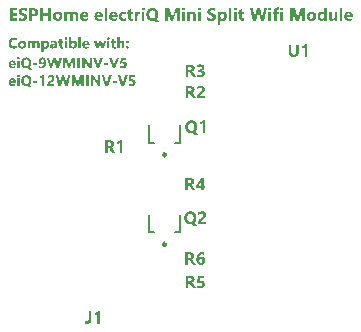
<source format=gbr>
G04*
G04 #@! TF.GenerationSoftware,Altium Limited,Altium Designer,23.6.0 (18)*
G04*
G04 Layer_Color=65535*
%FSLAX25Y25*%
%MOIN*%
G70*
G04*
G04 #@! TF.SameCoordinates,6FA12667-0DF0-4BCD-80CE-5BD958C659C7*
G04*
G04*
G04 #@! TF.FilePolarity,Positive*
G04*
G01*
G75*
%ADD10C,0.00984*%
%ADD11C,0.00787*%
G36*
X36039Y101315D02*
X36085Y101305D01*
X36136Y101292D01*
X36192Y101273D01*
X36243Y101245D01*
X36294Y101208D01*
X36298Y101203D01*
X36312Y101189D01*
X36336Y101162D01*
X36359Y101129D01*
X36377Y101087D01*
X36400Y101041D01*
X36415Y100985D01*
X36419Y100920D01*
Y100911D01*
Y100892D01*
X36415Y100860D01*
X36405Y100818D01*
X36387Y100772D01*
X36368Y100725D01*
X36336Y100679D01*
X36294Y100633D01*
X36289Y100628D01*
X36271Y100614D01*
X36243Y100596D01*
X36206Y100577D01*
X36159Y100558D01*
X36104Y100540D01*
X36039Y100526D01*
X35969Y100521D01*
X35936D01*
X35899Y100526D01*
X35858Y100535D01*
X35807Y100549D01*
X35751Y100572D01*
X35700Y100600D01*
X35649Y100637D01*
X35644Y100642D01*
X35630Y100661D01*
X35607Y100684D01*
X35588Y100716D01*
X35565Y100758D01*
X35542Y100804D01*
X35528Y100860D01*
X35524Y100920D01*
Y100930D01*
Y100948D01*
X35528Y100981D01*
X35537Y101023D01*
X35556Y101069D01*
X35575Y101115D01*
X35607Y101162D01*
X35649Y101208D01*
X35653Y101213D01*
X35672Y101227D01*
X35700Y101245D01*
X35737Y101264D01*
X35783Y101282D01*
X35839Y101301D01*
X35899Y101315D01*
X35969Y101319D01*
X36002D01*
X36039Y101315D01*
D02*
G37*
G36*
X21947D02*
X21993Y101305D01*
X22044Y101292D01*
X22100Y101273D01*
X22151Y101245D01*
X22202Y101208D01*
X22207Y101203D01*
X22221Y101189D01*
X22244Y101162D01*
X22267Y101129D01*
X22286Y101087D01*
X22309Y101041D01*
X22323Y100985D01*
X22327Y100920D01*
Y100911D01*
Y100892D01*
X22323Y100860D01*
X22313Y100818D01*
X22295Y100772D01*
X22276Y100725D01*
X22244Y100679D01*
X22202Y100633D01*
X22197Y100628D01*
X22179Y100614D01*
X22151Y100596D01*
X22114Y100577D01*
X22068Y100558D01*
X22012Y100540D01*
X21947Y100526D01*
X21877Y100521D01*
X21845D01*
X21808Y100526D01*
X21766Y100535D01*
X21715Y100549D01*
X21659Y100572D01*
X21608Y100600D01*
X21557Y100637D01*
X21553Y100642D01*
X21539Y100661D01*
X21515Y100684D01*
X21497Y100716D01*
X21474Y100758D01*
X21451Y100804D01*
X21437Y100860D01*
X21432Y100920D01*
Y100930D01*
Y100948D01*
X21437Y100981D01*
X21446Y101023D01*
X21464Y101069D01*
X21483Y101115D01*
X21515Y101162D01*
X21557Y101208D01*
X21562Y101213D01*
X21580Y101227D01*
X21608Y101245D01*
X21645Y101264D01*
X21692Y101282D01*
X21747Y101301D01*
X21808Y101315D01*
X21877Y101319D01*
X21910D01*
X21947Y101315D01*
D02*
G37*
G36*
X4760Y101185D02*
X4811D01*
X4872Y101180D01*
X4932Y101171D01*
X5067Y101157D01*
X5215Y101134D01*
X5359Y101101D01*
X5498Y101055D01*
Y100294D01*
X5494Y100299D01*
X5484Y100303D01*
X5461Y100312D01*
X5438Y100326D01*
X5401Y100345D01*
X5364Y100364D01*
X5317Y100382D01*
X5266Y100401D01*
X5210Y100419D01*
X5145Y100438D01*
X5011Y100475D01*
X4858Y100498D01*
X4774Y100507D01*
X4644D01*
X4607Y100503D01*
X4566Y100498D01*
X4519Y100489D01*
X4463Y100480D01*
X4408Y100470D01*
X4278Y100428D01*
X4213Y100405D01*
X4148Y100373D01*
X4078Y100340D01*
X4013Y100294D01*
X3953Y100248D01*
X3893Y100192D01*
X3888Y100187D01*
X3879Y100178D01*
X3865Y100159D01*
X3846Y100136D01*
X3823Y100104D01*
X3795Y100067D01*
X3767Y100020D01*
X3740Y99969D01*
X3712Y99914D01*
X3684Y99849D01*
X3656Y99779D01*
X3633Y99705D01*
X3614Y99626D01*
X3600Y99538D01*
X3591Y99445D01*
X3587Y99347D01*
Y99343D01*
Y99324D01*
Y99296D01*
X3591Y99264D01*
X3596Y99222D01*
X3600Y99171D01*
X3610Y99115D01*
X3624Y99055D01*
X3656Y98925D01*
X3679Y98856D01*
X3707Y98791D01*
X3740Y98721D01*
X3781Y98656D01*
X3823Y98596D01*
X3874Y98535D01*
X3879Y98531D01*
X3888Y98522D01*
X3902Y98508D01*
X3925Y98489D01*
X3958Y98466D01*
X3990Y98438D01*
X4032Y98415D01*
X4078Y98387D01*
X4134Y98354D01*
X4190Y98331D01*
X4255Y98303D01*
X4324Y98280D01*
X4399Y98262D01*
X4477Y98248D01*
X4561Y98238D01*
X4649Y98234D01*
X4695D01*
X4728Y98238D01*
X4770D01*
X4816Y98248D01*
X4872Y98252D01*
X4927Y98262D01*
X5062Y98290D01*
X5201Y98327D01*
X5350Y98382D01*
X5424Y98419D01*
X5498Y98457D01*
Y97733D01*
X5494D01*
X5480Y97723D01*
X5456Y97714D01*
X5429Y97705D01*
X5391Y97691D01*
X5345Y97677D01*
X5289Y97658D01*
X5229Y97645D01*
X5159Y97626D01*
X5085Y97607D01*
X5002Y97593D01*
X4909Y97580D01*
X4816Y97570D01*
X4714Y97561D01*
X4607Y97552D01*
X4454D01*
X4412Y97556D01*
X4357Y97561D01*
X4292Y97566D01*
X4213Y97575D01*
X4125Y97593D01*
X4032Y97612D01*
X3930Y97635D01*
X3828Y97668D01*
X3721Y97705D01*
X3614Y97751D01*
X3508Y97807D01*
X3410Y97867D01*
X3313Y97941D01*
X3220Y98025D01*
X3215Y98030D01*
X3201Y98048D01*
X3178Y98076D01*
X3146Y98113D01*
X3113Y98160D01*
X3071Y98215D01*
X3030Y98285D01*
X2988Y98359D01*
X2946Y98447D01*
X2904Y98545D01*
X2863Y98647D01*
X2830Y98758D01*
X2798Y98879D01*
X2774Y99009D01*
X2761Y99148D01*
X2756Y99292D01*
Y99296D01*
Y99301D01*
Y99329D01*
X2761Y99375D01*
X2765Y99431D01*
X2770Y99505D01*
X2784Y99589D01*
X2798Y99682D01*
X2821Y99779D01*
X2849Y99886D01*
X2881Y99997D01*
X2923Y100113D01*
X2974Y100224D01*
X3034Y100340D01*
X3104Y100452D01*
X3183Y100558D01*
X3276Y100661D01*
X3280Y100665D01*
X3299Y100684D01*
X3331Y100712D01*
X3368Y100744D01*
X3424Y100781D01*
X3484Y100828D01*
X3559Y100874D01*
X3642Y100925D01*
X3735Y100976D01*
X3837Y101023D01*
X3948Y101069D01*
X4064Y101106D01*
X4194Y101143D01*
X4333Y101166D01*
X4477Y101185D01*
X4631Y101189D01*
X4719D01*
X4760Y101185D01*
D02*
G37*
G36*
X15381Y100178D02*
X15423Y100173D01*
X15470Y100164D01*
X15525Y100155D01*
X15581Y100141D01*
X15637Y100122D01*
X15701Y100099D01*
X15762Y100076D01*
X15827Y100043D01*
X15887Y100002D01*
X15947Y99960D01*
X16003Y99909D01*
X16054Y99849D01*
X16059Y99844D01*
X16068Y99835D01*
X16077Y99816D01*
X16096Y99788D01*
X16115Y99756D01*
X16138Y99714D01*
X16165Y99663D01*
X16189Y99612D01*
X16212Y99547D01*
X16240Y99482D01*
X16263Y99403D01*
X16282Y99324D01*
X16300Y99236D01*
X16314Y99143D01*
X16319Y99046D01*
X16323Y98939D01*
Y98930D01*
Y98911D01*
Y98879D01*
X16319Y98837D01*
X16314Y98781D01*
X16305Y98721D01*
X16295Y98651D01*
X16286Y98577D01*
X16249Y98415D01*
X16221Y98331D01*
X16193Y98248D01*
X16156Y98164D01*
X16115Y98081D01*
X16068Y98002D01*
X16012Y97928D01*
X16008Y97923D01*
X15999Y97914D01*
X15980Y97895D01*
X15957Y97867D01*
X15924Y97839D01*
X15887Y97807D01*
X15841Y97774D01*
X15794Y97742D01*
X15739Y97705D01*
X15674Y97672D01*
X15609Y97640D01*
X15534Y97612D01*
X15456Y97589D01*
X15372Y97570D01*
X15279Y97556D01*
X15187Y97552D01*
X15168D01*
X15145Y97556D01*
X15112D01*
X15075Y97561D01*
X15029Y97570D01*
X14982Y97580D01*
X14931Y97593D01*
X14876Y97612D01*
X14820Y97635D01*
X14760Y97663D01*
X14704Y97700D01*
X14648Y97737D01*
X14593Y97784D01*
X14541Y97839D01*
X14495Y97900D01*
X14486D01*
Y96457D01*
X13711D01*
Y100122D01*
X14486D01*
Y99747D01*
X14495D01*
X14500Y99751D01*
X14509Y99765D01*
X14523Y99788D01*
X14546Y99816D01*
X14579Y99849D01*
X14616Y99886D01*
X14658Y99923D01*
X14704Y99964D01*
X14760Y100006D01*
X14820Y100043D01*
X14885Y100081D01*
X14959Y100113D01*
X15033Y100141D01*
X15117Y100164D01*
X15210Y100178D01*
X15303Y100183D01*
X15349D01*
X15381Y100178D01*
D02*
G37*
G36*
X12351D02*
X12407Y100169D01*
X12467Y100150D01*
X12537Y100132D01*
X12611Y100099D01*
X12690Y100057D01*
X12764Y100002D01*
X12839Y99937D01*
X12908Y99853D01*
X12968Y99756D01*
X12996Y99700D01*
X13024Y99640D01*
X13043Y99575D01*
X13061Y99505D01*
X13080Y99431D01*
X13089Y99347D01*
X13099Y99264D01*
Y99171D01*
Y97612D01*
X12324D01*
Y99041D01*
Y99046D01*
Y99064D01*
X12319Y99092D01*
Y99125D01*
X12310Y99166D01*
X12300Y99213D01*
X12291Y99264D01*
X12273Y99315D01*
X12254Y99366D01*
X12226Y99417D01*
X12194Y99463D01*
X12152Y99505D01*
X12105Y99538D01*
X12054Y99566D01*
X11989Y99584D01*
X11920Y99589D01*
X11911D01*
X11887Y99584D01*
X11855Y99579D01*
X11808Y99570D01*
X11762Y99547D01*
X11706Y99519D01*
X11655Y99477D01*
X11609Y99422D01*
X11604Y99412D01*
X11591Y99394D01*
X11572Y99357D01*
X11549Y99310D01*
X11525Y99250D01*
X11507Y99185D01*
X11493Y99106D01*
X11488Y99018D01*
Y97612D01*
X10713D01*
Y99060D01*
Y99064D01*
Y99083D01*
X10709Y99111D01*
Y99143D01*
X10700Y99180D01*
X10695Y99227D01*
X10662Y99324D01*
X10644Y99375D01*
X10616Y99422D01*
X10584Y99468D01*
X10547Y99505D01*
X10500Y99542D01*
X10449Y99566D01*
X10389Y99584D01*
X10319Y99589D01*
X10287D01*
X10249Y99579D01*
X10203Y99570D01*
X10152Y99552D01*
X10101Y99524D01*
X10045Y99482D01*
X9999Y99431D01*
X9994Y99422D01*
X9980Y99403D01*
X9962Y99366D01*
X9943Y99320D01*
X9920Y99259D01*
X9901Y99185D01*
X9888Y99102D01*
X9883Y99004D01*
Y97612D01*
X9108D01*
Y100122D01*
X9883D01*
Y99728D01*
X9892D01*
Y99733D01*
X9897Y99737D01*
X9915Y99760D01*
X9943Y99797D01*
X9980Y99844D01*
X10027Y99900D01*
X10087Y99955D01*
X10152Y100006D01*
X10231Y100057D01*
X10236D01*
X10240Y100062D01*
X10268Y100076D01*
X10315Y100099D01*
X10370Y100122D01*
X10444Y100141D01*
X10523Y100164D01*
X10611Y100178D01*
X10704Y100183D01*
X10727D01*
X10755Y100178D01*
X10792Y100173D01*
X10834Y100169D01*
X10885Y100159D01*
X10936Y100145D01*
X10997Y100122D01*
X11057Y100099D01*
X11117Y100067D01*
X11178Y100030D01*
X11238Y99983D01*
X11293Y99932D01*
X11344Y99867D01*
X11391Y99797D01*
X11433Y99714D01*
X11437Y99719D01*
X11447Y99733D01*
X11465Y99756D01*
X11488Y99788D01*
X11516Y99821D01*
X11553Y99862D01*
X11595Y99904D01*
X11646Y99951D01*
X11702Y99992D01*
X11767Y100034D01*
X11836Y100076D01*
X11911Y100108D01*
X11994Y100141D01*
X12082Y100164D01*
X12175Y100178D01*
X12277Y100183D01*
X12314D01*
X12351Y100178D01*
D02*
G37*
G36*
X42414Y100145D02*
X42460Y100136D01*
X42511Y100122D01*
X42567Y100099D01*
X42618Y100071D01*
X42669Y100034D01*
X42674Y100030D01*
X42688Y100016D01*
X42711Y99988D01*
X42734Y99955D01*
X42753Y99918D01*
X42776Y99867D01*
X42790Y99811D01*
X42794Y99751D01*
Y99742D01*
Y99723D01*
X42790Y99686D01*
X42781Y99644D01*
X42762Y99598D01*
X42739Y99552D01*
X42706Y99501D01*
X42665Y99454D01*
X42660Y99449D01*
X42641Y99436D01*
X42614Y99417D01*
X42576Y99398D01*
X42530Y99380D01*
X42470Y99361D01*
X42405Y99347D01*
X42331Y99343D01*
X42298D01*
X42265Y99347D01*
X42219Y99357D01*
X42168Y99371D01*
X42117Y99394D01*
X42061Y99422D01*
X42010Y99459D01*
X42006Y99463D01*
X41992Y99482D01*
X41969Y99505D01*
X41950Y99542D01*
X41927Y99584D01*
X41904Y99635D01*
X41890Y99691D01*
X41885Y99751D01*
Y99760D01*
Y99779D01*
X41894Y99811D01*
X41904Y99853D01*
X41917Y99900D01*
X41941Y99946D01*
X41973Y99992D01*
X42015Y100039D01*
X42020Y100043D01*
X42038Y100057D01*
X42066Y100076D01*
X42108Y100094D01*
X42154Y100113D01*
X42210Y100132D01*
X42275Y100145D01*
X42344Y100150D01*
X42377D01*
X42414Y100145D01*
D02*
G37*
G36*
X34484Y97612D02*
X33668D01*
X33301Y99083D01*
Y99088D01*
X33296Y99111D01*
X33287Y99139D01*
X33283Y99180D01*
X33273Y99227D01*
X33268Y99282D01*
X33264Y99338D01*
X33259Y99403D01*
X33241D01*
Y99394D01*
X33236Y99371D01*
Y99338D01*
X33231Y99292D01*
X33222Y99245D01*
X33217Y99190D01*
X33204Y99139D01*
X33194Y99092D01*
X32795Y97612D01*
X31993D01*
X31283Y100122D01*
X32071D01*
X32419Y98484D01*
Y98480D01*
X32424Y98466D01*
X32429Y98438D01*
X32433Y98405D01*
X32438Y98364D01*
X32447Y98317D01*
X32452Y98262D01*
X32456Y98201D01*
X32471D01*
Y98211D01*
X32475Y98229D01*
Y98262D01*
X32480Y98303D01*
X32489Y98350D01*
X32494Y98396D01*
X32503Y98447D01*
X32512Y98494D01*
X32948Y100122D01*
X33686D01*
X34071Y98484D01*
Y98480D01*
X34076Y98470D01*
Y98452D01*
X34080Y98424D01*
X34085Y98387D01*
X34095Y98336D01*
X34099Y98276D01*
X34108Y98197D01*
X34122D01*
Y98201D01*
X34127Y98220D01*
Y98248D01*
X34132Y98285D01*
X34141Y98331D01*
X34146Y98378D01*
X34164Y98484D01*
X34489Y100122D01*
X35208D01*
X34484Y97612D01*
D02*
G37*
G36*
X39737Y99751D02*
X39746D01*
X39751Y99756D01*
X39760Y99770D01*
X39774Y99793D01*
X39797Y99821D01*
X39825Y99853D01*
X39862Y99886D01*
X39904Y99927D01*
X39950Y99969D01*
X40001Y100006D01*
X40062Y100048D01*
X40122Y100081D01*
X40191Y100118D01*
X40266Y100141D01*
X40345Y100164D01*
X40433Y100178D01*
X40521Y100183D01*
X40558D01*
X40600Y100178D01*
X40655Y100169D01*
X40720Y100150D01*
X40790Y100127D01*
X40869Y100094D01*
X40948Y100053D01*
X41027Y100002D01*
X41105Y99932D01*
X41175Y99849D01*
X41240Y99747D01*
X41268Y99691D01*
X41296Y99630D01*
X41319Y99566D01*
X41337Y99491D01*
X41351Y99417D01*
X41365Y99334D01*
X41375Y99245D01*
Y99152D01*
Y97612D01*
X40600D01*
Y99037D01*
Y99041D01*
Y99060D01*
X40595Y99088D01*
Y99125D01*
X40586Y99166D01*
X40576Y99213D01*
X40567Y99259D01*
X40549Y99315D01*
X40530Y99366D01*
X40502Y99412D01*
X40470Y99459D01*
X40428Y99501D01*
X40382Y99538D01*
X40331Y99566D01*
X40266Y99584D01*
X40196Y99589D01*
X40164D01*
X40126Y99579D01*
X40080Y99570D01*
X40024Y99552D01*
X39969Y99524D01*
X39913Y99487D01*
X39862Y99436D01*
X39857Y99431D01*
X39843Y99408D01*
X39820Y99375D01*
X39802Y99329D01*
X39779Y99273D01*
X39755Y99204D01*
X39741Y99129D01*
X39737Y99041D01*
Y97612D01*
X38962D01*
Y101329D01*
X39737D01*
Y99751D01*
D02*
G37*
G36*
X36354Y97612D02*
X35579D01*
Y100122D01*
X36354D01*
Y97612D01*
D02*
G37*
G36*
X26810D02*
X26035D01*
Y101329D01*
X26810D01*
Y97612D01*
D02*
G37*
G36*
X22263D02*
X21488D01*
Y100122D01*
X22263D01*
Y97612D01*
D02*
G37*
G36*
X17915Y100178D02*
X17943D01*
X18012Y100164D01*
X18096Y100150D01*
X18184Y100127D01*
X18281Y100094D01*
X18383Y100048D01*
X18481Y99992D01*
X18578Y99923D01*
X18666Y99835D01*
X18708Y99784D01*
X18750Y99733D01*
X18787Y99672D01*
X18820Y99607D01*
X18847Y99538D01*
X18871Y99463D01*
X18889Y99384D01*
X18903Y99301D01*
X18912Y99208D01*
X18917Y99111D01*
Y97612D01*
X18184D01*
Y97969D01*
X18175D01*
X18170Y97965D01*
X18165Y97951D01*
X18147Y97932D01*
X18128Y97904D01*
X18100Y97872D01*
X18068Y97839D01*
X18031Y97798D01*
X17989Y97760D01*
X17938Y97723D01*
X17882Y97686D01*
X17822Y97649D01*
X17752Y97617D01*
X17683Y97589D01*
X17604Y97570D01*
X17516Y97556D01*
X17428Y97552D01*
X17391D01*
X17367Y97556D01*
X17335D01*
X17302Y97561D01*
X17219Y97580D01*
X17126Y97603D01*
X17029Y97640D01*
X16936Y97691D01*
X16894Y97719D01*
X16852Y97756D01*
Y97760D01*
X16843Y97765D01*
X16834Y97779D01*
X16820Y97793D01*
X16787Y97839D01*
X16750Y97904D01*
X16708Y97983D01*
X16676Y98076D01*
X16653Y98187D01*
X16648Y98248D01*
X16643Y98308D01*
Y98317D01*
Y98340D01*
X16648Y98378D01*
X16657Y98424D01*
X16671Y98480D01*
X16690Y98545D01*
X16718Y98614D01*
X16750Y98689D01*
X16796Y98763D01*
X16852Y98837D01*
X16922Y98907D01*
X17010Y98972D01*
X17107Y99032D01*
X17223Y99083D01*
X17284Y99106D01*
X17353Y99125D01*
X17428Y99139D01*
X17506Y99152D01*
X18189Y99245D01*
Y99250D01*
Y99264D01*
X18184Y99282D01*
Y99310D01*
X18175Y99343D01*
X18165Y99375D01*
X18151Y99412D01*
X18133Y99454D01*
X18110Y99491D01*
X18082Y99528D01*
X18045Y99561D01*
X18003Y99593D01*
X17952Y99621D01*
X17892Y99640D01*
X17822Y99654D01*
X17743Y99658D01*
X17701D01*
X17669Y99654D01*
X17627Y99649D01*
X17581Y99644D01*
X17525Y99635D01*
X17469Y99626D01*
X17404Y99612D01*
X17335Y99593D01*
X17265Y99570D01*
X17191Y99547D01*
X17117Y99514D01*
X17042Y99477D01*
X16964Y99436D01*
X16889Y99389D01*
Y99974D01*
X16899Y99978D01*
X16917Y99988D01*
X16954Y100002D01*
X17005Y100025D01*
X17070Y100048D01*
X17145Y100071D01*
X17233Y100094D01*
X17330Y100118D01*
X17335D01*
X17344Y100122D01*
X17358D01*
X17377Y100127D01*
X17404Y100132D01*
X17432Y100136D01*
X17502Y100150D01*
X17581Y100164D01*
X17669Y100173D01*
X17757Y100178D01*
X17845Y100183D01*
X17892D01*
X17915Y100178D01*
D02*
G37*
G36*
X42414Y98354D02*
X42460Y98345D01*
X42511Y98331D01*
X42567Y98308D01*
X42618Y98280D01*
X42669Y98243D01*
X42674Y98238D01*
X42688Y98225D01*
X42711Y98197D01*
X42734Y98164D01*
X42753Y98123D01*
X42776Y98076D01*
X42790Y98020D01*
X42794Y97955D01*
Y97946D01*
Y97928D01*
X42790Y97890D01*
X42781Y97853D01*
X42762Y97807D01*
X42739Y97756D01*
X42706Y97710D01*
X42665Y97663D01*
X42660Y97658D01*
X42641Y97645D01*
X42614Y97626D01*
X42576Y97607D01*
X42530Y97589D01*
X42470Y97570D01*
X42405Y97556D01*
X42331Y97552D01*
X42298D01*
X42265Y97556D01*
X42219Y97566D01*
X42168Y97580D01*
X42117Y97603D01*
X42061Y97631D01*
X42010Y97668D01*
X42006Y97672D01*
X41992Y97691D01*
X41969Y97714D01*
X41950Y97747D01*
X41927Y97788D01*
X41904Y97839D01*
X41890Y97895D01*
X41885Y97955D01*
Y97965D01*
Y97983D01*
X41894Y98016D01*
X41904Y98058D01*
X41917Y98104D01*
X41941Y98150D01*
X41973Y98197D01*
X42015Y98243D01*
X42020Y98248D01*
X42038Y98262D01*
X42066Y98280D01*
X42108Y98303D01*
X42154Y98322D01*
X42210Y98340D01*
X42275Y98354D01*
X42344Y98359D01*
X42377D01*
X42414Y98354D01*
D02*
G37*
G36*
X37964Y100122D02*
X38526D01*
Y99552D01*
X37964D01*
Y98535D01*
Y98531D01*
Y98517D01*
Y98498D01*
X37969Y98475D01*
X37983Y98410D01*
X38001Y98340D01*
X38039Y98266D01*
X38066Y98234D01*
X38094Y98201D01*
X38131Y98178D01*
X38173Y98160D01*
X38219Y98146D01*
X38275Y98141D01*
X38298D01*
X38322Y98146D01*
X38354Y98150D01*
X38391Y98160D01*
X38433Y98173D01*
X38479Y98192D01*
X38526Y98215D01*
Y97640D01*
X38516Y97635D01*
X38493Y97626D01*
X38451Y97612D01*
X38396Y97598D01*
X38326Y97580D01*
X38238Y97566D01*
X38131Y97556D01*
X38011Y97552D01*
X37973D01*
X37936Y97556D01*
X37881Y97566D01*
X37820Y97580D01*
X37751Y97598D01*
X37677Y97621D01*
X37602Y97658D01*
X37523Y97705D01*
X37449Y97760D01*
X37380Y97825D01*
X37319Y97909D01*
X37264Y98006D01*
X37227Y98123D01*
X37208Y98183D01*
X37199Y98252D01*
X37194Y98322D01*
X37189Y98401D01*
Y99552D01*
X36781D01*
Y100122D01*
X37189D01*
Y100665D01*
X37964Y100883D01*
Y100122D01*
D02*
G37*
G36*
X28661Y100178D02*
X28707Y100173D01*
X28758Y100164D01*
X28819Y100155D01*
X28884Y100141D01*
X28949Y100127D01*
X29018Y100104D01*
X29088Y100076D01*
X29158Y100048D01*
X29227Y100006D01*
X29297Y99964D01*
X29357Y99914D01*
X29417Y99858D01*
X29422Y99853D01*
X29431Y99844D01*
X29445Y99825D01*
X29464Y99797D01*
X29487Y99765D01*
X29515Y99728D01*
X29538Y99677D01*
X29570Y99626D01*
X29598Y99566D01*
X29621Y99501D01*
X29649Y99426D01*
X29673Y99347D01*
X29691Y99264D01*
X29705Y99171D01*
X29714Y99074D01*
X29719Y98972D01*
Y98647D01*
X28081D01*
Y98642D01*
X28086Y98624D01*
X28090Y98596D01*
X28100Y98563D01*
X28109Y98522D01*
X28127Y98475D01*
X28151Y98424D01*
X28183Y98373D01*
X28220Y98322D01*
X28267Y98271D01*
X28322Y98225D01*
X28392Y98183D01*
X28466Y98150D01*
X28554Y98123D01*
X28656Y98104D01*
X28772Y98099D01*
X28814D01*
X28842Y98104D01*
X28879D01*
X28921Y98109D01*
X28967Y98118D01*
X29018Y98123D01*
X29130Y98146D01*
X29255Y98183D01*
X29380Y98229D01*
X29501Y98294D01*
Y97733D01*
X29496D01*
X29487Y97723D01*
X29464Y97714D01*
X29436Y97705D01*
X29403Y97691D01*
X29362Y97677D01*
X29311Y97658D01*
X29260Y97645D01*
X29195Y97626D01*
X29125Y97607D01*
X29051Y97593D01*
X28972Y97580D01*
X28888Y97570D01*
X28796Y97561D01*
X28698Y97552D01*
X28568D01*
X28536Y97556D01*
X28494D01*
X28443Y97561D01*
X28383Y97570D01*
X28318Y97580D01*
X28248Y97593D01*
X28174Y97612D01*
X28095Y97635D01*
X28016Y97658D01*
X27937Y97691D01*
X27863Y97733D01*
X27784Y97774D01*
X27714Y97825D01*
X27650Y97886D01*
X27645Y97890D01*
X27636Y97900D01*
X27617Y97923D01*
X27599Y97946D01*
X27571Y97983D01*
X27543Y98025D01*
X27515Y98076D01*
X27483Y98132D01*
X27450Y98192D01*
X27422Y98266D01*
X27394Y98340D01*
X27367Y98424D01*
X27348Y98517D01*
X27329Y98614D01*
X27320Y98716D01*
X27315Y98828D01*
Y98837D01*
Y98856D01*
X27320Y98888D01*
Y98930D01*
X27325Y98985D01*
X27334Y99046D01*
X27348Y99111D01*
X27362Y99185D01*
X27380Y99264D01*
X27404Y99343D01*
X27431Y99426D01*
X27468Y99510D01*
X27510Y99589D01*
X27557Y99668D01*
X27612Y99747D01*
X27677Y99816D01*
X27682Y99821D01*
X27696Y99830D01*
X27714Y99849D01*
X27742Y99872D01*
X27779Y99900D01*
X27821Y99932D01*
X27868Y99964D01*
X27923Y100002D01*
X27988Y100034D01*
X28053Y100067D01*
X28127Y100099D01*
X28206Y100127D01*
X28290Y100150D01*
X28378Y100169D01*
X28471Y100178D01*
X28568Y100183D01*
X28619D01*
X28661Y100178D01*
D02*
G37*
G36*
X23692Y99747D02*
X23701D01*
X23706Y99751D01*
X23715Y99765D01*
X23733Y99788D01*
X23756Y99816D01*
X23784Y99849D01*
X23821Y99886D01*
X23863Y99923D01*
X23910Y99964D01*
X23965Y100006D01*
X24026Y100043D01*
X24095Y100081D01*
X24165Y100113D01*
X24244Y100141D01*
X24332Y100164D01*
X24420Y100178D01*
X24518Y100183D01*
X24564D01*
X24596Y100178D01*
X24638Y100173D01*
X24685Y100164D01*
X24736Y100155D01*
X24796Y100141D01*
X24852Y100122D01*
X24912Y100099D01*
X24977Y100076D01*
X25037Y100043D01*
X25098Y100002D01*
X25158Y99960D01*
X25214Y99909D01*
X25264Y99849D01*
X25269Y99844D01*
X25274Y99835D01*
X25288Y99816D01*
X25306Y99788D01*
X25325Y99756D01*
X25348Y99714D01*
X25371Y99663D01*
X25399Y99612D01*
X25422Y99547D01*
X25446Y99482D01*
X25469Y99403D01*
X25487Y99324D01*
X25506Y99236D01*
X25520Y99143D01*
X25524Y99046D01*
X25529Y98939D01*
Y98930D01*
Y98911D01*
Y98879D01*
X25524Y98837D01*
X25520Y98781D01*
X25515Y98721D01*
X25506Y98651D01*
X25492Y98577D01*
X25455Y98415D01*
X25432Y98331D01*
X25399Y98248D01*
X25367Y98164D01*
X25325Y98081D01*
X25278Y98002D01*
X25223Y97928D01*
X25218Y97923D01*
X25209Y97914D01*
X25190Y97895D01*
X25167Y97867D01*
X25135Y97839D01*
X25098Y97807D01*
X25056Y97774D01*
X25005Y97742D01*
X24949Y97705D01*
X24889Y97672D01*
X24819Y97640D01*
X24749Y97612D01*
X24671Y97589D01*
X24587Y97570D01*
X24494Y97556D01*
X24401Y97552D01*
X24383D01*
X24355Y97556D01*
X24327D01*
X24285Y97561D01*
X24244Y97570D01*
X24193Y97580D01*
X24142Y97593D01*
X24086Y97612D01*
X24026Y97635D01*
X23970Y97663D01*
X23910Y97700D01*
X23854Y97737D01*
X23798Y97784D01*
X23747Y97839D01*
X23701Y97900D01*
X23692D01*
Y97612D01*
X22917D01*
Y101329D01*
X23692D01*
Y99747D01*
D02*
G37*
G36*
X20490Y100122D02*
X21051D01*
Y99552D01*
X20490D01*
Y98535D01*
Y98531D01*
Y98517D01*
Y98498D01*
X20495Y98475D01*
X20508Y98410D01*
X20527Y98340D01*
X20564Y98266D01*
X20592Y98234D01*
X20620Y98201D01*
X20657Y98178D01*
X20699Y98160D01*
X20745Y98146D01*
X20801Y98141D01*
X20824D01*
X20847Y98146D01*
X20880Y98150D01*
X20917Y98160D01*
X20959Y98173D01*
X21005Y98192D01*
X21051Y98215D01*
Y97640D01*
X21042Y97635D01*
X21019Y97626D01*
X20977Y97612D01*
X20922Y97598D01*
X20852Y97580D01*
X20764Y97566D01*
X20657Y97556D01*
X20536Y97552D01*
X20499D01*
X20462Y97556D01*
X20406Y97566D01*
X20346Y97580D01*
X20277Y97598D01*
X20202Y97621D01*
X20128Y97658D01*
X20049Y97705D01*
X19975Y97760D01*
X19905Y97825D01*
X19845Y97909D01*
X19789Y98006D01*
X19752Y98123D01*
X19734Y98183D01*
X19724Y98252D01*
X19720Y98322D01*
X19715Y98401D01*
Y99552D01*
X19307D01*
Y100122D01*
X19715D01*
Y100665D01*
X20490Y100883D01*
Y100122D01*
D02*
G37*
G36*
X7368Y100178D02*
X7424Y100173D01*
X7484Y100164D01*
X7549Y100155D01*
X7623Y100141D01*
X7702Y100122D01*
X7781Y100094D01*
X7864Y100067D01*
X7943Y100034D01*
X8027Y99992D01*
X8106Y99946D01*
X8180Y99890D01*
X8250Y99830D01*
X8254Y99825D01*
X8264Y99816D01*
X8282Y99793D01*
X8305Y99765D01*
X8333Y99733D01*
X8361Y99686D01*
X8394Y99640D01*
X8431Y99584D01*
X8463Y99519D01*
X8496Y99449D01*
X8523Y99371D01*
X8551Y99292D01*
X8574Y99204D01*
X8593Y99106D01*
X8602Y99009D01*
X8607Y98902D01*
Y98893D01*
Y98874D01*
Y98842D01*
X8602Y98800D01*
X8598Y98744D01*
X8588Y98684D01*
X8574Y98619D01*
X8561Y98545D01*
X8542Y98466D01*
X8519Y98387D01*
X8486Y98303D01*
X8449Y98220D01*
X8407Y98141D01*
X8356Y98062D01*
X8301Y97983D01*
X8236Y97914D01*
X8231Y97909D01*
X8217Y97900D01*
X8199Y97881D01*
X8171Y97858D01*
X8134Y97830D01*
X8087Y97798D01*
X8032Y97765D01*
X7971Y97733D01*
X7906Y97700D01*
X7832Y97668D01*
X7749Y97635D01*
X7660Y97607D01*
X7563Y97584D01*
X7461Y97566D01*
X7350Y97556D01*
X7233Y97552D01*
X7206D01*
X7173Y97556D01*
X7131D01*
X7076Y97561D01*
X7015Y97570D01*
X6950Y97580D01*
X6876Y97593D01*
X6797Y97612D01*
X6718Y97635D01*
X6635Y97663D01*
X6551Y97700D01*
X6472Y97737D01*
X6394Y97784D01*
X6315Y97839D01*
X6245Y97900D01*
X6241Y97904D01*
X6231Y97918D01*
X6213Y97937D01*
X6190Y97965D01*
X6162Y98002D01*
X6134Y98044D01*
X6101Y98095D01*
X6069Y98150D01*
X6032Y98215D01*
X5999Y98290D01*
X5971Y98368D01*
X5944Y98452D01*
X5920Y98545D01*
X5902Y98642D01*
X5892Y98744D01*
X5888Y98856D01*
Y98865D01*
Y98883D01*
X5892Y98916D01*
Y98958D01*
X5897Y99009D01*
X5906Y99069D01*
X5920Y99139D01*
X5934Y99213D01*
X5953Y99287D01*
X5981Y99366D01*
X6009Y99449D01*
X6046Y99528D01*
X6087Y99607D01*
X6138Y99686D01*
X6194Y99760D01*
X6259Y99830D01*
X6264Y99835D01*
X6278Y99844D01*
X6296Y99862D01*
X6329Y99886D01*
X6366Y99914D01*
X6412Y99941D01*
X6463Y99974D01*
X6524Y100006D01*
X6593Y100039D01*
X6667Y100071D01*
X6751Y100099D01*
X6839Y100127D01*
X6937Y100150D01*
X7039Y100169D01*
X7150Y100178D01*
X7266Y100183D01*
X7326D01*
X7368Y100178D01*
D02*
G37*
G36*
X6083Y88822D02*
X6129Y88812D01*
X6180Y88798D01*
X6236Y88780D01*
X6287Y88752D01*
X6338Y88715D01*
X6343Y88710D01*
X6357Y88696D01*
X6380Y88669D01*
X6403Y88636D01*
X6421Y88594D01*
X6445Y88548D01*
X6459Y88492D01*
X6463Y88427D01*
Y88418D01*
Y88399D01*
X6459Y88367D01*
X6449Y88325D01*
X6431Y88279D01*
X6412Y88232D01*
X6380Y88186D01*
X6338Y88140D01*
X6333Y88135D01*
X6315Y88121D01*
X6287Y88103D01*
X6250Y88084D01*
X6203Y88065D01*
X6148Y88047D01*
X6083Y88033D01*
X6013Y88028D01*
X5981D01*
X5944Y88033D01*
X5902Y88042D01*
X5851Y88056D01*
X5795Y88079D01*
X5744Y88107D01*
X5693Y88144D01*
X5688Y88149D01*
X5675Y88167D01*
X5651Y88191D01*
X5633Y88223D01*
X5610Y88265D01*
X5586Y88311D01*
X5572Y88367D01*
X5568Y88427D01*
Y88437D01*
Y88455D01*
X5572Y88488D01*
X5582Y88529D01*
X5600Y88576D01*
X5619Y88622D01*
X5651Y88669D01*
X5693Y88715D01*
X5698Y88720D01*
X5716Y88734D01*
X5744Y88752D01*
X5781Y88771D01*
X5828Y88789D01*
X5883Y88808D01*
X5944Y88822D01*
X6013Y88826D01*
X6046D01*
X6083Y88822D01*
D02*
G37*
G36*
X33361Y85119D02*
X32563D01*
X31111Y87328D01*
X31106Y87337D01*
X31092Y87360D01*
X31069Y87393D01*
X31041Y87439D01*
X30986Y87532D01*
X30958Y87578D01*
X30935Y87620D01*
X30925D01*
Y87611D01*
X30930Y87583D01*
X30935Y87541D01*
X30939Y87481D01*
Y87397D01*
X30944Y87300D01*
X30949Y87184D01*
Y87119D01*
Y87049D01*
Y85119D01*
X30197D01*
Y88636D01*
X31051D01*
X32447Y86492D01*
X32452Y86488D01*
X32466Y86469D01*
X32484Y86441D01*
X32508Y86404D01*
X32535Y86358D01*
X32563Y86311D01*
X32624Y86205D01*
X32633D01*
Y86209D01*
X32628Y86228D01*
Y86265D01*
X32624Y86311D01*
X32619Y86376D01*
Y86418D01*
Y86460D01*
X32614Y86511D01*
Y86562D01*
Y86622D01*
Y86687D01*
Y88636D01*
X33361D01*
Y85119D01*
D02*
G37*
G36*
X38809Y86186D02*
X37468D01*
Y86729D01*
X38809D01*
Y86186D01*
D02*
G37*
G36*
X12226D02*
X10885D01*
Y86729D01*
X12226D01*
Y86186D01*
D02*
G37*
G36*
X27807Y85119D02*
X27028D01*
Y87221D01*
Y87226D01*
Y87235D01*
Y87253D01*
Y87281D01*
Y87314D01*
Y87351D01*
X27032Y87397D01*
Y87444D01*
Y87499D01*
Y87555D01*
X27042Y87685D01*
X27046Y87824D01*
X27056Y87977D01*
X27037D01*
Y87973D01*
X27032Y87963D01*
Y87945D01*
X27028Y87926D01*
X27023Y87898D01*
X27014Y87866D01*
X27000Y87796D01*
X26981Y87722D01*
X26963Y87643D01*
X26944Y87569D01*
X26926Y87509D01*
X26100Y85119D01*
X25455D01*
X24615Y87485D01*
Y87490D01*
X24610Y87509D01*
X24601Y87536D01*
X24592Y87555D01*
X24587Y87583D01*
X24578Y87611D01*
X24573Y87648D01*
X24564Y87685D01*
X24555Y87731D01*
X24541Y87782D01*
X24531Y87843D01*
X24518Y87908D01*
X24504Y87977D01*
X24480D01*
Y87973D01*
Y87954D01*
X24485Y87926D01*
Y87889D01*
X24490Y87843D01*
Y87792D01*
X24494Y87731D01*
X24499Y87666D01*
X24504Y87523D01*
X24508Y87369D01*
X24513Y87216D01*
Y87063D01*
Y85119D01*
X23798D01*
Y88636D01*
X24958D01*
X25677Y86548D01*
Y86543D01*
X25682Y86539D01*
X25687Y86525D01*
X25691Y86506D01*
X25705Y86455D01*
X25729Y86390D01*
X25747Y86316D01*
X25766Y86233D01*
X25789Y86140D01*
X25803Y86047D01*
X25817D01*
Y86052D01*
X25821Y86061D01*
X25826Y86075D01*
X25831Y86098D01*
X25835Y86121D01*
X25844Y86149D01*
X25863Y86219D01*
X25882Y86298D01*
X25905Y86386D01*
X25933Y86469D01*
X25961Y86553D01*
X26680Y88636D01*
X27807D01*
Y85119D01*
D02*
G37*
G36*
X22425D02*
X21548D01*
X20963Y87374D01*
Y87383D01*
X20954Y87406D01*
X20949Y87444D01*
X20940Y87490D01*
X20931Y87546D01*
X20922Y87615D01*
X20912Y87690D01*
X20908Y87768D01*
X20894D01*
Y87764D01*
Y87759D01*
Y87745D01*
X20889Y87727D01*
X20884Y87685D01*
X20880Y87629D01*
X20870Y87564D01*
X20861Y87499D01*
X20847Y87434D01*
X20833Y87374D01*
X20235Y85119D01*
X19316D01*
X18393Y88636D01*
X19260D01*
X19757Y86293D01*
Y86288D01*
X19761Y86265D01*
X19766Y86233D01*
X19775Y86186D01*
X19780Y86130D01*
X19789Y86061D01*
X19794Y85982D01*
X19803Y85889D01*
X19817D01*
Y85899D01*
X19822Y85922D01*
Y85963D01*
X19831Y86014D01*
X19840Y86075D01*
X19850Y86144D01*
X19868Y86219D01*
X19887Y86302D01*
X20527Y88636D01*
X21376D01*
X21952Y86274D01*
Y86270D01*
X21956Y86251D01*
X21966Y86219D01*
X21970Y86177D01*
X21979Y86126D01*
X21989Y86061D01*
X21998Y85982D01*
X22007Y85894D01*
X22017D01*
Y85903D01*
Y85926D01*
X22021Y85968D01*
X22026Y86014D01*
X22035Y86075D01*
X22044Y86144D01*
X22054Y86214D01*
X22068Y86288D01*
X22555Y88636D01*
X23353D01*
X22425Y85119D01*
D02*
G37*
G36*
X41268D02*
X40372D01*
X39175Y88636D01*
X40029D01*
X40762Y86186D01*
X40767Y86177D01*
X40771Y86154D01*
X40781Y86116D01*
X40795Y86066D01*
X40804Y86014D01*
X40818Y85954D01*
X40827Y85894D01*
X40832Y85834D01*
X40846D01*
Y85843D01*
X40850Y85861D01*
X40855Y85899D01*
X40864Y85940D01*
X40874Y85996D01*
X40887Y86056D01*
X40906Y86126D01*
X40925Y86195D01*
X41653Y88636D01*
X42484D01*
X41268Y85119D01*
D02*
G37*
G36*
X35886D02*
X34990D01*
X33793Y88636D01*
X34647D01*
X35380Y86186D01*
X35384Y86177D01*
X35389Y86154D01*
X35398Y86116D01*
X35412Y86066D01*
X35421Y86014D01*
X35435Y85954D01*
X35445Y85894D01*
X35449Y85834D01*
X35463D01*
Y85843D01*
X35468Y85861D01*
X35473Y85899D01*
X35482Y85940D01*
X35491Y85996D01*
X35505Y86056D01*
X35524Y86126D01*
X35542Y86195D01*
X36271Y88636D01*
X37101D01*
X35886Y85119D01*
D02*
G37*
G36*
X44896Y88000D02*
X43625D01*
X43579Y87300D01*
X43588D01*
X43611Y87304D01*
X43644D01*
X43690Y87309D01*
X43741D01*
X43792Y87314D01*
X43955D01*
X43992Y87309D01*
X44038Y87304D01*
X44094Y87300D01*
X44149Y87291D01*
X44214Y87277D01*
X44349Y87244D01*
X44418Y87221D01*
X44493Y87193D01*
X44562Y87161D01*
X44627Y87119D01*
X44692Y87077D01*
X44753Y87026D01*
X44757Y87021D01*
X44767Y87012D01*
X44780Y86998D01*
X44799Y86975D01*
X44822Y86947D01*
X44850Y86910D01*
X44878Y86873D01*
X44906Y86826D01*
X44934Y86771D01*
X44961Y86715D01*
X44989Y86650D01*
X45012Y86585D01*
X45031Y86511D01*
X45045Y86432D01*
X45054Y86349D01*
X45059Y86260D01*
Y86256D01*
Y86237D01*
Y86209D01*
X45054Y86172D01*
X45050Y86126D01*
X45040Y86075D01*
X45026Y86019D01*
X45012Y85954D01*
X44994Y85885D01*
X44971Y85815D01*
X44938Y85745D01*
X44906Y85671D01*
X44864Y85597D01*
X44813Y85527D01*
X44757Y85458D01*
X44692Y85393D01*
X44688Y85388D01*
X44674Y85379D01*
X44655Y85360D01*
X44627Y85342D01*
X44590Y85314D01*
X44544Y85286D01*
X44493Y85258D01*
X44432Y85226D01*
X44363Y85193D01*
X44289Y85165D01*
X44210Y85137D01*
X44122Y85110D01*
X44024Y85091D01*
X43927Y85073D01*
X43820Y85063D01*
X43704Y85059D01*
X43653D01*
X43620Y85063D01*
X43574D01*
X43523Y85068D01*
X43467Y85073D01*
X43407Y85077D01*
X43272Y85096D01*
X43129Y85124D01*
X42985Y85156D01*
X42850Y85207D01*
Y85871D01*
X42855Y85866D01*
X42869Y85861D01*
X42887Y85852D01*
X42911Y85838D01*
X42948Y85820D01*
X42985Y85801D01*
X43031Y85782D01*
X43082Y85759D01*
X43133Y85741D01*
X43194Y85717D01*
X43323Y85685D01*
X43467Y85657D01*
X43541Y85653D01*
X43616Y85648D01*
X43644D01*
X43667Y85653D01*
X43723Y85657D01*
X43792Y85667D01*
X43866Y85685D01*
X43945Y85708D01*
X44024Y85745D01*
X44094Y85792D01*
X44103Y85801D01*
X44122Y85820D01*
X44149Y85852D01*
X44182Y85899D01*
X44214Y85954D01*
X44242Y86024D01*
X44261Y86103D01*
X44270Y86191D01*
Y86195D01*
Y86214D01*
X44265Y86237D01*
X44261Y86274D01*
X44247Y86311D01*
X44233Y86358D01*
X44210Y86404D01*
X44177Y86455D01*
X44140Y86502D01*
X44089Y86548D01*
X44029Y86594D01*
X43959Y86632D01*
X43876Y86669D01*
X43778Y86692D01*
X43662Y86711D01*
X43532Y86715D01*
X43426D01*
X43393Y86711D01*
X43351D01*
X43259Y86706D01*
X43152Y86697D01*
X43031Y86687D01*
X42901Y86673D01*
X43036Y88636D01*
X44896D01*
Y88000D01*
D02*
G37*
G36*
X29399Y85119D02*
X28605D01*
Y88636D01*
X29399D01*
Y85119D01*
D02*
G37*
G36*
X16964Y88692D02*
X17029Y88687D01*
X17103Y88678D01*
X17182Y88664D01*
X17265Y88645D01*
X17344Y88622D01*
X17349D01*
X17353Y88617D01*
X17381Y88608D01*
X17418Y88594D01*
X17469Y88571D01*
X17525Y88543D01*
X17585Y88511D01*
X17646Y88469D01*
X17706Y88423D01*
X17711Y88418D01*
X17729Y88399D01*
X17757Y88372D01*
X17789Y88335D01*
X17827Y88288D01*
X17864Y88237D01*
X17896Y88172D01*
X17929Y88107D01*
X17933Y88098D01*
X17943Y88075D01*
X17952Y88038D01*
X17970Y87986D01*
X17984Y87926D01*
X17994Y87857D01*
X18003Y87778D01*
X18008Y87694D01*
Y87690D01*
Y87685D01*
Y87671D01*
Y87652D01*
X18003Y87606D01*
X17998Y87550D01*
X17989Y87481D01*
X17975Y87411D01*
X17956Y87337D01*
X17933Y87263D01*
X17929Y87253D01*
X17919Y87230D01*
X17906Y87193D01*
X17882Y87147D01*
X17854Y87096D01*
X17817Y87040D01*
X17780Y86980D01*
X17734Y86919D01*
X17729Y86915D01*
X17711Y86891D01*
X17687Y86864D01*
X17650Y86826D01*
X17608Y86785D01*
X17558Y86734D01*
X17506Y86687D01*
X17446Y86636D01*
X17437Y86632D01*
X17418Y86613D01*
X17386Y86590D01*
X17344Y86557D01*
X17293Y86520D01*
X17237Y86474D01*
X17112Y86386D01*
X17107Y86381D01*
X17094Y86372D01*
X17070Y86353D01*
X17042Y86335D01*
X17005Y86307D01*
X16968Y86279D01*
X16885Y86219D01*
X16880Y86214D01*
X16866Y86205D01*
X16843Y86191D01*
X16820Y86168D01*
X16755Y86121D01*
X16690Y86061D01*
X16685Y86056D01*
X16676Y86047D01*
X16662Y86033D01*
X16643Y86010D01*
X16602Y85963D01*
X16560Y85903D01*
Y85899D01*
X16551Y85889D01*
X16546Y85875D01*
X16537Y85857D01*
X16518Y85810D01*
X16513Y85787D01*
X16509Y85759D01*
X18003D01*
Y85119D01*
X15660D01*
Y85383D01*
Y85388D01*
Y85397D01*
Y85411D01*
Y85430D01*
X15664Y85481D01*
X15674Y85546D01*
X15683Y85620D01*
X15697Y85699D01*
X15720Y85782D01*
X15753Y85866D01*
Y85871D01*
X15757Y85875D01*
X15771Y85903D01*
X15790Y85945D01*
X15818Y85996D01*
X15850Y86056D01*
X15887Y86116D01*
X15934Y86186D01*
X15980Y86251D01*
X15984Y86260D01*
X16003Y86279D01*
X16031Y86311D01*
X16068Y86353D01*
X16115Y86400D01*
X16165Y86451D01*
X16221Y86502D01*
X16282Y86553D01*
X16291Y86557D01*
X16309Y86576D01*
X16342Y86599D01*
X16384Y86632D01*
X16430Y86669D01*
X16481Y86706D01*
X16592Y86789D01*
X16597Y86794D01*
X16620Y86808D01*
X16648Y86831D01*
X16685Y86859D01*
X16727Y86891D01*
X16769Y86924D01*
X16861Y86998D01*
X16866Y87003D01*
X16880Y87017D01*
X16903Y87035D01*
X16931Y87063D01*
X16991Y87123D01*
X17056Y87198D01*
X17061Y87202D01*
X17070Y87216D01*
X17084Y87235D01*
X17103Y87263D01*
X17121Y87291D01*
X17145Y87328D01*
X17177Y87402D01*
Y87406D01*
X17182Y87420D01*
X17191Y87439D01*
X17200Y87467D01*
X17205Y87499D01*
X17214Y87536D01*
X17219Y87620D01*
Y87625D01*
Y87629D01*
Y87657D01*
X17214Y87699D01*
X17205Y87750D01*
X17186Y87801D01*
X17163Y87861D01*
X17131Y87912D01*
X17089Y87959D01*
X17084Y87963D01*
X17066Y87977D01*
X17033Y87996D01*
X16991Y88019D01*
X16940Y88038D01*
X16871Y88056D01*
X16792Y88070D01*
X16699Y88075D01*
X16653D01*
X16620Y88070D01*
X16583Y88065D01*
X16532Y88056D01*
X16481Y88047D01*
X16421Y88028D01*
X16356Y88010D01*
X16286Y87986D01*
X16217Y87959D01*
X16142Y87926D01*
X16063Y87884D01*
X15989Y87833D01*
X15910Y87782D01*
X15831Y87717D01*
Y88399D01*
X15836Y88404D01*
X15855Y88413D01*
X15878Y88427D01*
X15910Y88446D01*
X15957Y88469D01*
X16008Y88492D01*
X16068Y88520D01*
X16133Y88548D01*
X16207Y88576D01*
X16286Y88604D01*
X16370Y88627D01*
X16463Y88650D01*
X16555Y88669D01*
X16657Y88683D01*
X16759Y88692D01*
X16866Y88696D01*
X16913D01*
X16964Y88692D01*
D02*
G37*
G36*
X14606Y85119D02*
X13836D01*
Y87838D01*
X13832Y87833D01*
X13827Y87829D01*
X13813Y87819D01*
X13794Y87805D01*
X13743Y87768D01*
X13683Y87731D01*
X13679D01*
X13669Y87722D01*
X13651Y87713D01*
X13627Y87703D01*
X13600Y87690D01*
X13572Y87676D01*
X13498Y87643D01*
X13493D01*
X13479Y87638D01*
X13460Y87629D01*
X13437Y87620D01*
X13405Y87606D01*
X13372Y87597D01*
X13293Y87573D01*
X13289D01*
X13275Y87569D01*
X13256Y87564D01*
X13228Y87560D01*
X13201Y87550D01*
X13163Y87546D01*
X13089Y87532D01*
Y88186D01*
X13094D01*
X13103Y88191D01*
X13117Y88195D01*
X13140Y88200D01*
X13168Y88209D01*
X13201Y88223D01*
X13275Y88246D01*
X13358Y88279D01*
X13456Y88316D01*
X13553Y88362D01*
X13655Y88409D01*
X13660D01*
X13669Y88413D01*
X13683Y88423D01*
X13702Y88432D01*
X13753Y88460D01*
X13818Y88502D01*
X13892Y88543D01*
X13971Y88599D01*
X14054Y88655D01*
X14138Y88715D01*
X14606D01*
Y85119D01*
D02*
G37*
G36*
X6398D02*
X5623D01*
Y87629D01*
X6398D01*
Y85119D01*
D02*
G37*
G36*
X4101Y87685D02*
X4148Y87680D01*
X4199Y87671D01*
X4259Y87662D01*
X4324Y87648D01*
X4389Y87634D01*
X4459Y87611D01*
X4528Y87583D01*
X4598Y87555D01*
X4668Y87513D01*
X4737Y87471D01*
X4797Y87420D01*
X4858Y87365D01*
X4862Y87360D01*
X4872Y87351D01*
X4886Y87332D01*
X4904Y87304D01*
X4927Y87272D01*
X4955Y87235D01*
X4978Y87184D01*
X5011Y87133D01*
X5039Y87072D01*
X5062Y87007D01*
X5090Y86933D01*
X5113Y86854D01*
X5132Y86771D01*
X5145Y86678D01*
X5155Y86581D01*
X5159Y86479D01*
Y86154D01*
X3522D01*
Y86149D01*
X3526Y86130D01*
X3531Y86103D01*
X3540Y86070D01*
X3549Y86028D01*
X3568Y85982D01*
X3591Y85931D01*
X3624Y85880D01*
X3661Y85829D01*
X3707Y85778D01*
X3763Y85731D01*
X3832Y85690D01*
X3907Y85657D01*
X3995Y85629D01*
X4097Y85611D01*
X4213Y85606D01*
X4255D01*
X4282Y85611D01*
X4320D01*
X4361Y85615D01*
X4408Y85625D01*
X4459Y85629D01*
X4570Y85653D01*
X4695Y85690D01*
X4821Y85736D01*
X4941Y85801D01*
Y85240D01*
X4937D01*
X4927Y85230D01*
X4904Y85221D01*
X4876Y85212D01*
X4844Y85198D01*
X4802Y85184D01*
X4751Y85165D01*
X4700Y85151D01*
X4635Y85133D01*
X4566Y85114D01*
X4491Y85100D01*
X4412Y85087D01*
X4329Y85077D01*
X4236Y85068D01*
X4139Y85059D01*
X4009D01*
X3976Y85063D01*
X3934D01*
X3883Y85068D01*
X3823Y85077D01*
X3758Y85087D01*
X3689Y85100D01*
X3614Y85119D01*
X3535Y85142D01*
X3457Y85165D01*
X3378Y85198D01*
X3303Y85240D01*
X3224Y85281D01*
X3155Y85332D01*
X3090Y85393D01*
X3085Y85397D01*
X3076Y85407D01*
X3057Y85430D01*
X3039Y85453D01*
X3011Y85490D01*
X2983Y85532D01*
X2955Y85583D01*
X2923Y85639D01*
X2891Y85699D01*
X2863Y85773D01*
X2835Y85847D01*
X2807Y85931D01*
X2788Y86024D01*
X2770Y86121D01*
X2761Y86223D01*
X2756Y86335D01*
Y86344D01*
Y86362D01*
X2761Y86395D01*
Y86437D01*
X2765Y86492D01*
X2774Y86553D01*
X2788Y86618D01*
X2802Y86692D01*
X2821Y86771D01*
X2844Y86850D01*
X2872Y86933D01*
X2909Y87017D01*
X2951Y87096D01*
X2997Y87174D01*
X3053Y87253D01*
X3118Y87323D01*
X3122Y87328D01*
X3136Y87337D01*
X3155Y87355D01*
X3183Y87379D01*
X3220Y87406D01*
X3262Y87439D01*
X3308Y87471D01*
X3364Y87509D01*
X3429Y87541D01*
X3494Y87573D01*
X3568Y87606D01*
X3647Y87634D01*
X3730Y87657D01*
X3819Y87676D01*
X3911Y87685D01*
X4009Y87690D01*
X4060D01*
X4101Y87685D01*
D02*
G37*
G36*
X8746Y88692D02*
X8797Y88687D01*
X8862Y88683D01*
X8936Y88669D01*
X9015Y88655D01*
X9108Y88636D01*
X9201Y88608D01*
X9298Y88576D01*
X9400Y88534D01*
X9503Y88488D01*
X9605Y88432D01*
X9702Y88362D01*
X9799Y88288D01*
X9888Y88200D01*
X9892Y88195D01*
X9906Y88177D01*
X9929Y88149D01*
X9962Y88112D01*
X9994Y88061D01*
X10036Y88000D01*
X10078Y87931D01*
X10124Y87852D01*
X10166Y87764D01*
X10208Y87666D01*
X10249Y87560D01*
X10282Y87444D01*
X10315Y87318D01*
X10338Y87188D01*
X10352Y87049D01*
X10356Y86901D01*
Y86891D01*
Y86864D01*
X10352Y86822D01*
X10347Y86766D01*
X10342Y86692D01*
X10328Y86613D01*
X10315Y86520D01*
X10296Y86423D01*
X10268Y86321D01*
X10236Y86209D01*
X10199Y86103D01*
X10152Y85987D01*
X10096Y85875D01*
X10031Y85769D01*
X9957Y85662D01*
X9869Y85564D01*
Y85560D01*
X9860Y85555D01*
X9837Y85527D01*
X9827Y85518D01*
X9809Y85499D01*
X10700Y84646D01*
X9591D01*
X9122Y85119D01*
X9117D01*
X9113Y85114D01*
X9099D01*
X9080Y85110D01*
X9034Y85100D01*
X8974Y85091D01*
X8895Y85077D01*
X8811Y85068D01*
X8718Y85063D01*
X8616Y85059D01*
X8584D01*
X8542Y85063D01*
X8491Y85068D01*
X8426Y85073D01*
X8352Y85087D01*
X8268Y85100D01*
X8180Y85119D01*
X8083Y85147D01*
X7981Y85179D01*
X7879Y85216D01*
X7776Y85263D01*
X7674Y85318D01*
X7572Y85383D01*
X7475Y85462D01*
X7382Y85546D01*
X7377Y85550D01*
X7363Y85569D01*
X7340Y85597D01*
X7308Y85634D01*
X7271Y85685D01*
X7233Y85745D01*
X7192Y85815D01*
X7145Y85894D01*
X7104Y85982D01*
X7057Y86079D01*
X7020Y86181D01*
X6983Y86298D01*
X6950Y86418D01*
X6927Y86548D01*
X6913Y86687D01*
X6909Y86831D01*
Y86836D01*
Y86840D01*
Y86868D01*
X6913Y86910D01*
X6918Y86970D01*
X6923Y87040D01*
X6937Y87123D01*
X6950Y87212D01*
X6969Y87309D01*
X6997Y87416D01*
X7025Y87523D01*
X7067Y87638D01*
X7113Y87750D01*
X7169Y87861D01*
X7233Y87973D01*
X7308Y88075D01*
X7391Y88177D01*
X7396Y88181D01*
X7414Y88200D01*
X7442Y88223D01*
X7479Y88260D01*
X7526Y88297D01*
X7586Y88339D01*
X7651Y88390D01*
X7730Y88437D01*
X7818Y88483D01*
X7916Y88534D01*
X8018Y88576D01*
X8134Y88617D01*
X8254Y88650D01*
X8389Y88673D01*
X8523Y88692D01*
X8672Y88696D01*
X8704D01*
X8746Y88692D01*
D02*
G37*
G36*
X6083Y94727D02*
X6129Y94718D01*
X6180Y94704D01*
X6236Y94685D01*
X6287Y94658D01*
X6338Y94621D01*
X6343Y94616D01*
X6357Y94602D01*
X6380Y94574D01*
X6403Y94542D01*
X6421Y94500D01*
X6445Y94453D01*
X6459Y94398D01*
X6463Y94333D01*
Y94323D01*
Y94305D01*
X6459Y94273D01*
X6449Y94231D01*
X6431Y94184D01*
X6412Y94138D01*
X6380Y94091D01*
X6338Y94045D01*
X6333Y94041D01*
X6315Y94026D01*
X6287Y94008D01*
X6250Y93989D01*
X6203Y93971D01*
X6148Y93952D01*
X6083Y93938D01*
X6013Y93934D01*
X5981D01*
X5944Y93938D01*
X5902Y93948D01*
X5851Y93962D01*
X5795Y93985D01*
X5744Y94013D01*
X5693Y94050D01*
X5688Y94054D01*
X5675Y94073D01*
X5651Y94096D01*
X5633Y94129D01*
X5610Y94170D01*
X5586Y94217D01*
X5572Y94273D01*
X5568Y94333D01*
Y94342D01*
Y94361D01*
X5572Y94393D01*
X5582Y94435D01*
X5600Y94481D01*
X5619Y94528D01*
X5651Y94574D01*
X5693Y94621D01*
X5698Y94625D01*
X5716Y94639D01*
X5744Y94658D01*
X5781Y94676D01*
X5828Y94695D01*
X5883Y94713D01*
X5944Y94727D01*
X6013Y94732D01*
X6046D01*
X6083Y94727D01*
D02*
G37*
G36*
X30471Y91025D02*
X29673D01*
X28220Y93233D01*
X28216Y93242D01*
X28202Y93266D01*
X28179Y93298D01*
X28151Y93344D01*
X28095Y93437D01*
X28067Y93484D01*
X28044Y93525D01*
X28035D01*
Y93516D01*
X28039Y93488D01*
X28044Y93446D01*
X28049Y93386D01*
Y93303D01*
X28053Y93205D01*
X28058Y93089D01*
Y93024D01*
Y92955D01*
Y91025D01*
X27306D01*
Y94542D01*
X28160D01*
X29557Y92398D01*
X29561Y92393D01*
X29575Y92375D01*
X29594Y92347D01*
X29617Y92310D01*
X29645Y92263D01*
X29673Y92217D01*
X29733Y92110D01*
X29742D01*
Y92115D01*
X29737Y92133D01*
Y92171D01*
X29733Y92217D01*
X29728Y92282D01*
Y92324D01*
Y92365D01*
X29724Y92417D01*
Y92467D01*
Y92528D01*
Y92593D01*
Y94542D01*
X30471D01*
Y91025D01*
D02*
G37*
G36*
X35918Y92092D02*
X34577D01*
Y92634D01*
X35918D01*
Y92092D01*
D02*
G37*
G36*
X12226D02*
X10885D01*
Y92634D01*
X12226D01*
Y92092D01*
D02*
G37*
G36*
X24917Y91025D02*
X24137D01*
Y93126D01*
Y93131D01*
Y93140D01*
Y93159D01*
Y93187D01*
Y93219D01*
Y93256D01*
X24142Y93303D01*
Y93349D01*
Y93405D01*
Y93461D01*
X24151Y93590D01*
X24156Y93730D01*
X24165Y93883D01*
X24146D01*
Y93878D01*
X24142Y93869D01*
Y93850D01*
X24137Y93832D01*
X24132Y93804D01*
X24123Y93771D01*
X24109Y93702D01*
X24091Y93628D01*
X24072Y93549D01*
X24054Y93474D01*
X24035Y93414D01*
X23209Y91025D01*
X22564D01*
X21724Y93391D01*
Y93396D01*
X21720Y93414D01*
X21710Y93442D01*
X21701Y93461D01*
X21696Y93488D01*
X21687Y93516D01*
X21682Y93553D01*
X21673Y93590D01*
X21664Y93637D01*
X21650Y93688D01*
X21641Y93748D01*
X21627Y93813D01*
X21613Y93883D01*
X21590D01*
Y93878D01*
Y93859D01*
X21594Y93832D01*
Y93795D01*
X21599Y93748D01*
Y93697D01*
X21604Y93637D01*
X21608Y93572D01*
X21613Y93428D01*
X21618Y93275D01*
X21622Y93122D01*
Y92969D01*
Y91025D01*
X20908D01*
Y94542D01*
X22068D01*
X22787Y92454D01*
Y92449D01*
X22791Y92444D01*
X22796Y92430D01*
X22801Y92412D01*
X22815Y92361D01*
X22838Y92296D01*
X22856Y92222D01*
X22875Y92138D01*
X22898Y92045D01*
X22912Y91953D01*
X22926D01*
Y91957D01*
X22931Y91966D01*
X22935Y91980D01*
X22940Y92004D01*
X22945Y92027D01*
X22954Y92054D01*
X22972Y92124D01*
X22991Y92203D01*
X23014Y92291D01*
X23042Y92375D01*
X23070Y92458D01*
X23789Y94542D01*
X24917D01*
Y91025D01*
D02*
G37*
G36*
X19534D02*
X18657D01*
X18073Y93279D01*
Y93289D01*
X18063Y93312D01*
X18059Y93349D01*
X18049Y93396D01*
X18040Y93451D01*
X18031Y93521D01*
X18022Y93595D01*
X18017Y93674D01*
X18003D01*
Y93669D01*
Y93665D01*
Y93651D01*
X17998Y93632D01*
X17994Y93590D01*
X17989Y93535D01*
X17980Y93470D01*
X17970Y93405D01*
X17956Y93340D01*
X17943Y93279D01*
X17344Y91025D01*
X16425D01*
X15502Y94542D01*
X16370D01*
X16866Y92198D01*
Y92194D01*
X16871Y92171D01*
X16875Y92138D01*
X16885Y92092D01*
X16889Y92036D01*
X16899Y91966D01*
X16903Y91887D01*
X16913Y91795D01*
X16927D01*
Y91804D01*
X16931Y91827D01*
Y91869D01*
X16940Y91920D01*
X16950Y91980D01*
X16959Y92050D01*
X16977Y92124D01*
X16996Y92208D01*
X17636Y94542D01*
X18485D01*
X19061Y92180D01*
Y92175D01*
X19065Y92157D01*
X19075Y92124D01*
X19079Y92082D01*
X19089Y92031D01*
X19098Y91966D01*
X19107Y91887D01*
X19117Y91799D01*
X19126D01*
Y91809D01*
Y91832D01*
X19130Y91874D01*
X19135Y91920D01*
X19144Y91980D01*
X19154Y92050D01*
X19163Y92119D01*
X19177Y92194D01*
X19664Y94542D01*
X20462D01*
X19534Y91025D01*
D02*
G37*
G36*
X38377D02*
X37482D01*
X36285Y94542D01*
X37138D01*
X37871Y92092D01*
X37876Y92082D01*
X37881Y92059D01*
X37890Y92022D01*
X37904Y91971D01*
X37913Y91920D01*
X37927Y91860D01*
X37936Y91799D01*
X37941Y91739D01*
X37955D01*
Y91748D01*
X37960Y91767D01*
X37964Y91804D01*
X37973Y91846D01*
X37983Y91901D01*
X37997Y91962D01*
X38015Y92031D01*
X38034Y92101D01*
X38762Y94542D01*
X39593D01*
X38377Y91025D01*
D02*
G37*
G36*
X32995D02*
X32099D01*
X30902Y94542D01*
X31756D01*
X32489Y92092D01*
X32494Y92082D01*
X32498Y92059D01*
X32508Y92022D01*
X32522Y91971D01*
X32531Y91920D01*
X32545Y91860D01*
X32554Y91799D01*
X32559Y91739D01*
X32573D01*
Y91748D01*
X32577Y91767D01*
X32582Y91804D01*
X32591Y91846D01*
X32600Y91901D01*
X32614Y91962D01*
X32633Y92031D01*
X32651Y92101D01*
X33380Y94542D01*
X34211D01*
X32995Y91025D01*
D02*
G37*
G36*
X42006Y93906D02*
X40734D01*
X40688Y93205D01*
X40697D01*
X40720Y93210D01*
X40753D01*
X40799Y93214D01*
X40850D01*
X40901Y93219D01*
X41064D01*
X41101Y93214D01*
X41147Y93210D01*
X41203Y93205D01*
X41259Y93196D01*
X41324Y93182D01*
X41458Y93150D01*
X41528Y93126D01*
X41602Y93098D01*
X41672Y93066D01*
X41737Y93024D01*
X41802Y92983D01*
X41862Y92931D01*
X41866Y92927D01*
X41876Y92918D01*
X41890Y92904D01*
X41908Y92880D01*
X41931Y92853D01*
X41959Y92816D01*
X41987Y92778D01*
X42015Y92732D01*
X42043Y92676D01*
X42071Y92621D01*
X42099Y92556D01*
X42122Y92491D01*
X42140Y92417D01*
X42154Y92338D01*
X42163Y92254D01*
X42168Y92166D01*
Y92161D01*
Y92143D01*
Y92115D01*
X42163Y92078D01*
X42159Y92031D01*
X42149Y91980D01*
X42136Y91925D01*
X42122Y91860D01*
X42103Y91790D01*
X42080Y91720D01*
X42047Y91651D01*
X42015Y91577D01*
X41973Y91502D01*
X41922Y91433D01*
X41866Y91363D01*
X41802Y91298D01*
X41797Y91294D01*
X41783Y91284D01*
X41764Y91266D01*
X41737Y91247D01*
X41699Y91219D01*
X41653Y91192D01*
X41602Y91164D01*
X41542Y91131D01*
X41472Y91099D01*
X41398Y91071D01*
X41319Y91043D01*
X41231Y91015D01*
X41133Y90997D01*
X41036Y90978D01*
X40929Y90969D01*
X40813Y90964D01*
X40762D01*
X40730Y90969D01*
X40683D01*
X40632Y90973D01*
X40576Y90978D01*
X40516Y90983D01*
X40382Y91001D01*
X40238Y91029D01*
X40094Y91062D01*
X39959Y91113D01*
Y91776D01*
X39964Y91772D01*
X39978Y91767D01*
X39997Y91758D01*
X40020Y91744D01*
X40057Y91725D01*
X40094Y91707D01*
X40140Y91688D01*
X40191Y91665D01*
X40242Y91646D01*
X40303Y91623D01*
X40433Y91590D01*
X40576Y91563D01*
X40651Y91558D01*
X40725Y91553D01*
X40753D01*
X40776Y91558D01*
X40832Y91563D01*
X40901Y91572D01*
X40976Y91590D01*
X41054Y91614D01*
X41133Y91651D01*
X41203Y91697D01*
X41212Y91707D01*
X41231Y91725D01*
X41259Y91758D01*
X41291Y91804D01*
X41324Y91860D01*
X41351Y91929D01*
X41370Y92008D01*
X41379Y92096D01*
Y92101D01*
Y92119D01*
X41375Y92143D01*
X41370Y92180D01*
X41356Y92217D01*
X41342Y92263D01*
X41319Y92310D01*
X41287Y92361D01*
X41249Y92407D01*
X41198Y92454D01*
X41138Y92500D01*
X41068Y92537D01*
X40985Y92574D01*
X40887Y92597D01*
X40771Y92616D01*
X40641Y92621D01*
X40535D01*
X40502Y92616D01*
X40461D01*
X40368Y92611D01*
X40261Y92602D01*
X40140Y92593D01*
X40010Y92579D01*
X40145Y94542D01*
X42006D01*
Y93906D01*
D02*
G37*
G36*
X14073Y94597D02*
X14101D01*
X14170Y94588D01*
X14249Y94574D01*
X14337Y94551D01*
X14425Y94523D01*
X14514Y94486D01*
X14518D01*
X14523Y94481D01*
X14551Y94467D01*
X14597Y94440D01*
X14648Y94402D01*
X14713Y94356D01*
X14778Y94300D01*
X14843Y94235D01*
X14903Y94161D01*
X14913Y94152D01*
X14931Y94124D01*
X14959Y94078D01*
X14996Y94017D01*
X15033Y93943D01*
X15075Y93855D01*
X15117Y93757D01*
X15149Y93646D01*
Y93641D01*
X15154Y93632D01*
X15159Y93614D01*
X15163Y93590D01*
X15168Y93563D01*
X15177Y93530D01*
X15182Y93488D01*
X15191Y93446D01*
X15205Y93340D01*
X15219Y93224D01*
X15228Y93094D01*
X15233Y92950D01*
Y92945D01*
Y92931D01*
Y92904D01*
Y92871D01*
X15228Y92829D01*
Y92783D01*
X15224Y92727D01*
X15219Y92672D01*
X15210Y92537D01*
X15191Y92398D01*
X15163Y92254D01*
X15131Y92110D01*
Y92106D01*
X15126Y92096D01*
X15122Y92073D01*
X15112Y92050D01*
X15103Y92017D01*
X15089Y91980D01*
X15056Y91897D01*
X15010Y91799D01*
X14959Y91693D01*
X14899Y91590D01*
X14829Y91488D01*
Y91484D01*
X14820Y91479D01*
X14811Y91465D01*
X14797Y91447D01*
X14750Y91400D01*
X14695Y91345D01*
X14625Y91280D01*
X14541Y91215D01*
X14449Y91154D01*
X14347Y91099D01*
X14342D01*
X14333Y91094D01*
X14319Y91085D01*
X14296Y91080D01*
X14272Y91066D01*
X14240Y91057D01*
X14203Y91043D01*
X14161Y91034D01*
X14064Y91006D01*
X13957Y90987D01*
X13832Y90969D01*
X13702Y90964D01*
X13627D01*
X13590Y90969D01*
X13549Y90973D01*
X13502D01*
X13446Y90983D01*
X13330Y90997D01*
X13205Y91020D01*
X13080Y91052D01*
X12959Y91099D01*
Y91734D01*
X12964D01*
X12973Y91725D01*
X12987Y91716D01*
X13010Y91707D01*
X13038Y91693D01*
X13066Y91679D01*
X13103Y91660D01*
X13149Y91646D01*
X13247Y91609D01*
X13358Y91581D01*
X13488Y91563D01*
X13627Y91553D01*
X13665D01*
X13692Y91558D01*
X13725Y91563D01*
X13767Y91567D01*
X13855Y91586D01*
X13957Y91618D01*
X14008Y91642D01*
X14059Y91669D01*
X14110Y91702D01*
X14156Y91739D01*
X14207Y91781D01*
X14249Y91827D01*
X14254Y91832D01*
X14258Y91841D01*
X14272Y91855D01*
X14286Y91878D01*
X14300Y91906D01*
X14323Y91943D01*
X14342Y91980D01*
X14365Y92027D01*
X14384Y92082D01*
X14407Y92138D01*
X14425Y92203D01*
X14444Y92277D01*
X14458Y92352D01*
X14472Y92435D01*
X14477Y92523D01*
X14481Y92616D01*
X14467Y92621D01*
X14463Y92616D01*
X14458Y92607D01*
X14444Y92588D01*
X14425Y92565D01*
X14398Y92542D01*
X14370Y92509D01*
X14333Y92481D01*
X14291Y92449D01*
X14245Y92417D01*
X14194Y92384D01*
X14133Y92352D01*
X14068Y92328D01*
X13999Y92305D01*
X13924Y92286D01*
X13846Y92277D01*
X13757Y92273D01*
X13720D01*
X13679Y92277D01*
X13627Y92282D01*
X13563Y92291D01*
X13498Y92305D01*
X13428Y92324D01*
X13358Y92352D01*
X13349Y92356D01*
X13326Y92365D01*
X13293Y92384D01*
X13252Y92412D01*
X13201Y92444D01*
X13149Y92481D01*
X13094Y92528D01*
X13043Y92579D01*
X13038Y92584D01*
X13020Y92607D01*
X12996Y92634D01*
X12968Y92676D01*
X12931Y92727D01*
X12899Y92783D01*
X12867Y92853D01*
X12834Y92922D01*
Y92927D01*
X12829Y92931D01*
X12825Y92959D01*
X12811Y92997D01*
X12797Y93052D01*
X12783Y93117D01*
X12774Y93191D01*
X12764Y93270D01*
X12760Y93358D01*
Y93363D01*
Y93372D01*
Y93386D01*
Y93405D01*
X12764Y93461D01*
X12769Y93525D01*
X12783Y93604D01*
X12797Y93688D01*
X12820Y93776D01*
X12848Y93864D01*
Y93869D01*
X12853Y93873D01*
X12867Y93901D01*
X12885Y93943D01*
X12913Y93999D01*
X12950Y94059D01*
X12996Y94124D01*
X13047Y94189D01*
X13103Y94254D01*
X13112Y94263D01*
X13131Y94282D01*
X13168Y94310D01*
X13215Y94347D01*
X13270Y94389D01*
X13335Y94430D01*
X13409Y94472D01*
X13493Y94509D01*
X13498D01*
X13502Y94514D01*
X13516Y94518D01*
X13535Y94523D01*
X13581Y94537D01*
X13641Y94555D01*
X13720Y94574D01*
X13804Y94588D01*
X13896Y94597D01*
X13999Y94602D01*
X14045D01*
X14073Y94597D01*
D02*
G37*
G36*
X26508Y91025D02*
X25715D01*
Y94542D01*
X26508D01*
Y91025D01*
D02*
G37*
G36*
X6398D02*
X5623D01*
Y93535D01*
X6398D01*
Y91025D01*
D02*
G37*
G36*
X4101Y93590D02*
X4148Y93586D01*
X4199Y93577D01*
X4259Y93567D01*
X4324Y93553D01*
X4389Y93539D01*
X4459Y93516D01*
X4528Y93488D01*
X4598Y93461D01*
X4668Y93419D01*
X4737Y93377D01*
X4797Y93326D01*
X4858Y93270D01*
X4862Y93266D01*
X4872Y93256D01*
X4886Y93238D01*
X4904Y93210D01*
X4927Y93177D01*
X4955Y93140D01*
X4978Y93089D01*
X5011Y93038D01*
X5039Y92978D01*
X5062Y92913D01*
X5090Y92839D01*
X5113Y92760D01*
X5132Y92676D01*
X5145Y92584D01*
X5155Y92486D01*
X5159Y92384D01*
Y92059D01*
X3522D01*
Y92054D01*
X3526Y92036D01*
X3531Y92008D01*
X3540Y91976D01*
X3549Y91934D01*
X3568Y91887D01*
X3591Y91837D01*
X3624Y91785D01*
X3661Y91734D01*
X3707Y91683D01*
X3763Y91637D01*
X3832Y91595D01*
X3907Y91563D01*
X3995Y91535D01*
X4097Y91516D01*
X4213Y91512D01*
X4255D01*
X4282Y91516D01*
X4320D01*
X4361Y91521D01*
X4408Y91530D01*
X4459Y91535D01*
X4570Y91558D01*
X4695Y91595D01*
X4821Y91642D01*
X4941Y91707D01*
Y91145D01*
X4937D01*
X4927Y91136D01*
X4904Y91127D01*
X4876Y91117D01*
X4844Y91103D01*
X4802Y91089D01*
X4751Y91071D01*
X4700Y91057D01*
X4635Y91038D01*
X4566Y91020D01*
X4491Y91006D01*
X4412Y90992D01*
X4329Y90983D01*
X4236Y90973D01*
X4139Y90964D01*
X4009D01*
X3976Y90969D01*
X3934D01*
X3883Y90973D01*
X3823Y90983D01*
X3758Y90992D01*
X3689Y91006D01*
X3614Y91025D01*
X3535Y91048D01*
X3457Y91071D01*
X3378Y91103D01*
X3303Y91145D01*
X3224Y91187D01*
X3155Y91238D01*
X3090Y91298D01*
X3085Y91303D01*
X3076Y91312D01*
X3057Y91335D01*
X3039Y91359D01*
X3011Y91396D01*
X2983Y91437D01*
X2955Y91488D01*
X2923Y91544D01*
X2891Y91605D01*
X2863Y91679D01*
X2835Y91753D01*
X2807Y91837D01*
X2788Y91929D01*
X2770Y92027D01*
X2761Y92129D01*
X2756Y92240D01*
Y92249D01*
Y92268D01*
X2761Y92300D01*
Y92342D01*
X2765Y92398D01*
X2774Y92458D01*
X2788Y92523D01*
X2802Y92597D01*
X2821Y92676D01*
X2844Y92755D01*
X2872Y92839D01*
X2909Y92922D01*
X2951Y93001D01*
X2997Y93080D01*
X3053Y93159D01*
X3118Y93229D01*
X3122Y93233D01*
X3136Y93242D01*
X3155Y93261D01*
X3183Y93284D01*
X3220Y93312D01*
X3262Y93344D01*
X3308Y93377D01*
X3364Y93414D01*
X3429Y93446D01*
X3494Y93479D01*
X3568Y93511D01*
X3647Y93539D01*
X3730Y93563D01*
X3819Y93581D01*
X3911Y93590D01*
X4009Y93595D01*
X4060D01*
X4101Y93590D01*
D02*
G37*
G36*
X8746Y94597D02*
X8797Y94593D01*
X8862Y94588D01*
X8936Y94574D01*
X9015Y94560D01*
X9108Y94542D01*
X9201Y94514D01*
X9298Y94481D01*
X9400Y94440D01*
X9503Y94393D01*
X9605Y94337D01*
X9702Y94268D01*
X9799Y94194D01*
X9888Y94105D01*
X9892Y94101D01*
X9906Y94082D01*
X9929Y94054D01*
X9962Y94017D01*
X9994Y93966D01*
X10036Y93906D01*
X10078Y93836D01*
X10124Y93757D01*
X10166Y93669D01*
X10208Y93572D01*
X10249Y93465D01*
X10282Y93349D01*
X10315Y93224D01*
X10338Y93094D01*
X10352Y92955D01*
X10356Y92806D01*
Y92797D01*
Y92769D01*
X10352Y92727D01*
X10347Y92672D01*
X10342Y92597D01*
X10328Y92519D01*
X10315Y92426D01*
X10296Y92328D01*
X10268Y92226D01*
X10236Y92115D01*
X10199Y92008D01*
X10152Y91892D01*
X10096Y91781D01*
X10031Y91674D01*
X9957Y91567D01*
X9869Y91470D01*
Y91465D01*
X9860Y91461D01*
X9837Y91433D01*
X9827Y91423D01*
X9809Y91405D01*
X10700Y90551D01*
X9591D01*
X9122Y91025D01*
X9117D01*
X9113Y91020D01*
X9099D01*
X9080Y91015D01*
X9034Y91006D01*
X8974Y90997D01*
X8895Y90983D01*
X8811Y90973D01*
X8718Y90969D01*
X8616Y90964D01*
X8584D01*
X8542Y90969D01*
X8491Y90973D01*
X8426Y90978D01*
X8352Y90992D01*
X8268Y91006D01*
X8180Y91025D01*
X8083Y91052D01*
X7981Y91085D01*
X7879Y91122D01*
X7776Y91168D01*
X7674Y91224D01*
X7572Y91289D01*
X7475Y91368D01*
X7382Y91451D01*
X7377Y91456D01*
X7363Y91474D01*
X7340Y91502D01*
X7308Y91540D01*
X7271Y91590D01*
X7233Y91651D01*
X7192Y91720D01*
X7145Y91799D01*
X7104Y91887D01*
X7057Y91985D01*
X7020Y92087D01*
X6983Y92203D01*
X6950Y92324D01*
X6927Y92454D01*
X6913Y92593D01*
X6909Y92737D01*
Y92741D01*
Y92746D01*
Y92774D01*
X6913Y92816D01*
X6918Y92876D01*
X6923Y92945D01*
X6937Y93029D01*
X6950Y93117D01*
X6969Y93214D01*
X6997Y93321D01*
X7025Y93428D01*
X7067Y93544D01*
X7113Y93655D01*
X7169Y93767D01*
X7233Y93878D01*
X7308Y93980D01*
X7391Y94082D01*
X7396Y94087D01*
X7414Y94105D01*
X7442Y94129D01*
X7479Y94166D01*
X7526Y94203D01*
X7586Y94245D01*
X7651Y94296D01*
X7730Y94342D01*
X7818Y94389D01*
X7916Y94440D01*
X8018Y94481D01*
X8134Y94523D01*
X8254Y94555D01*
X8389Y94579D01*
X8523Y94597D01*
X8672Y94602D01*
X8704D01*
X8746Y94597D01*
D02*
G37*
G36*
X92606Y111310D02*
X92672D01*
X92743Y111299D01*
X92819Y111288D01*
X92901Y111278D01*
X92972Y111256D01*
Y110546D01*
X92967Y110551D01*
X92945Y110557D01*
X92907Y110568D01*
X92863Y110584D01*
X92814Y110595D01*
X92754Y110606D01*
X92694Y110611D01*
X92634Y110617D01*
X92617D01*
X92595Y110611D01*
X92568D01*
X92497Y110590D01*
X92453Y110579D01*
X92415Y110557D01*
X92377Y110535D01*
X92333Y110502D01*
X92300Y110464D01*
X92268Y110415D01*
X92235Y110360D01*
X92213Y110300D01*
X92202Y110224D01*
X92197Y110142D01*
Y109825D01*
X92874D01*
Y109154D01*
X92197D01*
Y106871D01*
X91285D01*
Y109154D01*
X90788D01*
Y109825D01*
X91285D01*
Y110191D01*
Y110196D01*
Y110213D01*
Y110240D01*
X91290Y110273D01*
X91296Y110317D01*
X91301Y110366D01*
X91312Y110426D01*
X91329Y110486D01*
X91367Y110611D01*
X91394Y110682D01*
X91421Y110748D01*
X91460Y110813D01*
X91503Y110884D01*
X91553Y110944D01*
X91612Y111005D01*
X91618Y111010D01*
X91629Y111015D01*
X91645Y111032D01*
X91673Y111054D01*
X91705Y111075D01*
X91749Y111103D01*
X91793Y111130D01*
X91847Y111163D01*
X91913Y111190D01*
X91978Y111217D01*
X92049Y111245D01*
X92131Y111267D01*
X92219Y111288D01*
X92306Y111305D01*
X92404Y111310D01*
X92508Y111316D01*
X92557D01*
X92606Y111310D01*
D02*
G37*
G36*
X93851Y111228D02*
X93906Y111217D01*
X93966Y111201D01*
X94031Y111179D01*
X94091Y111146D01*
X94151Y111103D01*
X94157Y111097D01*
X94173Y111081D01*
X94201Y111048D01*
X94228Y111010D01*
X94250Y110961D01*
X94277Y110906D01*
X94293Y110841D01*
X94299Y110764D01*
Y110753D01*
Y110732D01*
X94293Y110693D01*
X94283Y110644D01*
X94261Y110590D01*
X94239Y110535D01*
X94201Y110480D01*
X94151Y110426D01*
X94146Y110420D01*
X94124Y110404D01*
X94091Y110382D01*
X94048Y110360D01*
X93993Y110338D01*
X93928Y110317D01*
X93851Y110300D01*
X93769Y110295D01*
X93731D01*
X93687Y110300D01*
X93638Y110311D01*
X93578Y110327D01*
X93513Y110355D01*
X93453Y110388D01*
X93392Y110431D01*
X93387Y110437D01*
X93371Y110459D01*
X93343Y110486D01*
X93322Y110524D01*
X93294Y110573D01*
X93267Y110628D01*
X93251Y110693D01*
X93245Y110764D01*
Y110775D01*
Y110797D01*
X93251Y110835D01*
X93261Y110884D01*
X93283Y110939D01*
X93305Y110994D01*
X93343Y111048D01*
X93392Y111103D01*
X93398Y111108D01*
X93420Y111125D01*
X93453Y111146D01*
X93496Y111168D01*
X93551Y111190D01*
X93616Y111212D01*
X93687Y111228D01*
X93769Y111234D01*
X93807D01*
X93851Y111228D01*
D02*
G37*
G36*
X89903D02*
X89958Y111217D01*
X90018Y111201D01*
X90084Y111179D01*
X90144Y111146D01*
X90204Y111103D01*
X90209Y111097D01*
X90226Y111081D01*
X90253Y111048D01*
X90280Y111010D01*
X90302Y110961D01*
X90329Y110906D01*
X90346Y110841D01*
X90351Y110764D01*
Y110753D01*
Y110732D01*
X90346Y110693D01*
X90335Y110644D01*
X90313Y110590D01*
X90291Y110535D01*
X90253Y110480D01*
X90204Y110426D01*
X90198Y110420D01*
X90176Y110404D01*
X90144Y110382D01*
X90100Y110360D01*
X90045Y110338D01*
X89980Y110317D01*
X89903Y110300D01*
X89822Y110295D01*
X89783D01*
X89740Y110300D01*
X89691Y110311D01*
X89631Y110327D01*
X89565Y110355D01*
X89505Y110388D01*
X89445Y110431D01*
X89439Y110437D01*
X89423Y110459D01*
X89396Y110486D01*
X89374Y110524D01*
X89347Y110573D01*
X89319Y110628D01*
X89303Y110693D01*
X89297Y110764D01*
Y110775D01*
Y110797D01*
X89303Y110835D01*
X89314Y110884D01*
X89336Y110939D01*
X89358Y110994D01*
X89396Y111048D01*
X89445Y111103D01*
X89450Y111108D01*
X89472Y111125D01*
X89505Y111146D01*
X89549Y111168D01*
X89603Y111190D01*
X89669Y111212D01*
X89740Y111228D01*
X89822Y111234D01*
X89860D01*
X89903Y111228D01*
D02*
G37*
G36*
X78350D02*
X78405Y111217D01*
X78465Y111201D01*
X78530Y111179D01*
X78590Y111146D01*
X78650Y111103D01*
X78656Y111097D01*
X78672Y111081D01*
X78700Y111048D01*
X78727Y111010D01*
X78749Y110961D01*
X78776Y110906D01*
X78792Y110841D01*
X78798Y110764D01*
Y110753D01*
Y110732D01*
X78792Y110693D01*
X78781Y110644D01*
X78760Y110590D01*
X78738Y110535D01*
X78700Y110480D01*
X78650Y110426D01*
X78645Y110420D01*
X78623Y110404D01*
X78590Y110382D01*
X78547Y110360D01*
X78492Y110338D01*
X78427Y110317D01*
X78350Y110300D01*
X78268Y110295D01*
X78230D01*
X78186Y110300D01*
X78137Y110311D01*
X78077Y110327D01*
X78012Y110355D01*
X77952Y110388D01*
X77891Y110431D01*
X77886Y110437D01*
X77870Y110459D01*
X77842Y110486D01*
X77821Y110524D01*
X77793Y110573D01*
X77766Y110628D01*
X77750Y110693D01*
X77744Y110764D01*
Y110775D01*
Y110797D01*
X77750Y110835D01*
X77760Y110884D01*
X77782Y110939D01*
X77804Y110994D01*
X77842Y111048D01*
X77891Y111103D01*
X77897Y111108D01*
X77919Y111125D01*
X77952Y111146D01*
X77995Y111168D01*
X78050Y111190D01*
X78115Y111212D01*
X78186Y111228D01*
X78268Y111234D01*
X78307D01*
X78350Y111228D01*
D02*
G37*
G36*
X66371D02*
X66426Y111217D01*
X66486Y111201D01*
X66551Y111179D01*
X66611Y111146D01*
X66671Y111103D01*
X66677Y111097D01*
X66693Y111081D01*
X66720Y111048D01*
X66748Y111010D01*
X66769Y110961D01*
X66797Y110906D01*
X66813Y110841D01*
X66819Y110764D01*
Y110753D01*
Y110732D01*
X66813Y110693D01*
X66802Y110644D01*
X66780Y110590D01*
X66759Y110535D01*
X66720Y110480D01*
X66671Y110426D01*
X66666Y110420D01*
X66644Y110404D01*
X66611Y110382D01*
X66567Y110360D01*
X66513Y110338D01*
X66447Y110317D01*
X66371Y110300D01*
X66289Y110295D01*
X66251D01*
X66207Y110300D01*
X66158Y110311D01*
X66098Y110327D01*
X66032Y110355D01*
X65972Y110388D01*
X65912Y110431D01*
X65907Y110437D01*
X65891Y110459D01*
X65863Y110486D01*
X65841Y110524D01*
X65814Y110573D01*
X65787Y110628D01*
X65770Y110693D01*
X65765Y110764D01*
Y110775D01*
Y110797D01*
X65770Y110835D01*
X65781Y110884D01*
X65803Y110939D01*
X65825Y110994D01*
X65863Y111048D01*
X65912Y111103D01*
X65918Y111108D01*
X65940Y111125D01*
X65972Y111146D01*
X66016Y111168D01*
X66071Y111190D01*
X66136Y111212D01*
X66207Y111228D01*
X66289Y111234D01*
X66327D01*
X66371Y111228D01*
D02*
G37*
G36*
X61113D02*
X61168Y111217D01*
X61228Y111201D01*
X61293Y111179D01*
X61353Y111146D01*
X61413Y111103D01*
X61419Y111097D01*
X61435Y111081D01*
X61462Y111048D01*
X61490Y111010D01*
X61511Y110961D01*
X61539Y110906D01*
X61555Y110841D01*
X61561Y110764D01*
Y110753D01*
Y110732D01*
X61555Y110693D01*
X61544Y110644D01*
X61523Y110590D01*
X61501Y110535D01*
X61462Y110480D01*
X61413Y110426D01*
X61408Y110420D01*
X61386Y110404D01*
X61353Y110382D01*
X61309Y110360D01*
X61255Y110338D01*
X61189Y110317D01*
X61113Y110300D01*
X61031Y110295D01*
X60993D01*
X60949Y110300D01*
X60900Y110311D01*
X60840Y110327D01*
X60774Y110355D01*
X60714Y110388D01*
X60654Y110431D01*
X60649Y110437D01*
X60632Y110459D01*
X60605Y110486D01*
X60583Y110524D01*
X60556Y110573D01*
X60529Y110628D01*
X60512Y110693D01*
X60507Y110764D01*
Y110775D01*
Y110797D01*
X60512Y110835D01*
X60523Y110884D01*
X60545Y110939D01*
X60567Y110994D01*
X60605Y111048D01*
X60654Y111103D01*
X60660Y111108D01*
X60682Y111125D01*
X60714Y111146D01*
X60758Y111168D01*
X60813Y111190D01*
X60878Y111212D01*
X60949Y111228D01*
X61031Y111234D01*
X61069D01*
X61113Y111228D01*
D02*
G37*
G36*
X47660D02*
X47714Y111217D01*
X47774Y111201D01*
X47840Y111179D01*
X47900Y111146D01*
X47960Y111103D01*
X47965Y111097D01*
X47982Y111081D01*
X48009Y111048D01*
X48036Y111010D01*
X48058Y110961D01*
X48085Y110906D01*
X48102Y110841D01*
X48107Y110764D01*
Y110753D01*
Y110732D01*
X48102Y110693D01*
X48091Y110644D01*
X48069Y110590D01*
X48047Y110535D01*
X48009Y110480D01*
X47960Y110426D01*
X47954Y110420D01*
X47932Y110404D01*
X47900Y110382D01*
X47856Y110360D01*
X47802Y110338D01*
X47736Y110317D01*
X47660Y110300D01*
X47578Y110295D01*
X47539D01*
X47496Y110300D01*
X47447Y110311D01*
X47387Y110327D01*
X47321Y110355D01*
X47261Y110388D01*
X47201Y110431D01*
X47195Y110437D01*
X47179Y110459D01*
X47152Y110486D01*
X47130Y110524D01*
X47103Y110573D01*
X47075Y110628D01*
X47059Y110693D01*
X47054Y110764D01*
Y110775D01*
Y110797D01*
X47059Y110835D01*
X47070Y110884D01*
X47092Y110939D01*
X47113Y110994D01*
X47152Y111048D01*
X47201Y111103D01*
X47206Y111108D01*
X47228Y111125D01*
X47261Y111146D01*
X47305Y111168D01*
X47359Y111190D01*
X47425Y111212D01*
X47496Y111228D01*
X47578Y111234D01*
X47616D01*
X47660Y111228D01*
D02*
G37*
G36*
X70843Y111075D02*
X70935Y111070D01*
X71028Y111065D01*
X71127Y111054D01*
X71225Y111037D01*
X71236D01*
X71269Y111032D01*
X71318Y111021D01*
X71378Y111010D01*
X71449Y110994D01*
X71525Y110972D01*
X71684Y110917D01*
Y110055D01*
X71678Y110060D01*
X71667Y110065D01*
X71645Y110082D01*
X71618Y110098D01*
X71580Y110120D01*
X71542Y110142D01*
X71454Y110186D01*
X71449D01*
X71432Y110196D01*
X71411Y110207D01*
X71378Y110218D01*
X71339Y110229D01*
X71296Y110246D01*
X71203Y110273D01*
X71198D01*
X71181Y110278D01*
X71154Y110284D01*
X71127Y110295D01*
X71083Y110306D01*
X71045Y110311D01*
X70946Y110327D01*
X70941D01*
X70925Y110333D01*
X70903D01*
X70870Y110338D01*
X70832D01*
X70788Y110344D01*
X70646D01*
X70608Y110338D01*
X70559D01*
X70510Y110333D01*
X70411Y110311D01*
X70406D01*
X70389Y110306D01*
X70368Y110300D01*
X70335Y110289D01*
X70264Y110267D01*
X70193Y110229D01*
X70187D01*
X70177Y110218D01*
X70144Y110191D01*
X70100Y110153D01*
X70056Y110098D01*
Y110093D01*
X70051Y110087D01*
X70040Y110071D01*
X70035Y110049D01*
X70013Y109994D01*
X70007Y109929D01*
Y109924D01*
Y109913D01*
X70013Y109891D01*
Y109863D01*
X70029Y109803D01*
X70062Y109738D01*
Y109732D01*
X70073Y109722D01*
X70084Y109711D01*
X70100Y109689D01*
X70149Y109634D01*
X70215Y109580D01*
X70220Y109574D01*
X70231Y109569D01*
X70253Y109552D01*
X70286Y109536D01*
X70319Y109514D01*
X70362Y109492D01*
X70460Y109438D01*
X70466Y109432D01*
X70488Y109427D01*
X70515Y109410D01*
X70559Y109394D01*
X70608Y109372D01*
X70662Y109350D01*
X70723Y109323D01*
X70788Y109296D01*
X70794D01*
X70799Y109290D01*
X70832Y109279D01*
X70876Y109257D01*
X70941Y109230D01*
X71007Y109197D01*
X71083Y109159D01*
X71236Y109072D01*
X71247Y109066D01*
X71269Y109050D01*
X71307Y109028D01*
X71351Y108995D01*
X71405Y108957D01*
X71460Y108913D01*
X71574Y108810D01*
X71580Y108804D01*
X71596Y108782D01*
X71623Y108755D01*
X71656Y108711D01*
X71689Y108662D01*
X71727Y108602D01*
X71760Y108542D01*
X71793Y108471D01*
X71798Y108460D01*
X71804Y108438D01*
X71815Y108400D01*
X71831Y108346D01*
X71847Y108285D01*
X71858Y108209D01*
X71864Y108127D01*
X71869Y108034D01*
Y108029D01*
Y108018D01*
Y108002D01*
Y107974D01*
X71864Y107947D01*
Y107914D01*
X71853Y107832D01*
X71836Y107739D01*
X71809Y107641D01*
X71776Y107543D01*
X71733Y107450D01*
X71727Y107439D01*
X71711Y107412D01*
X71678Y107368D01*
X71640Y107314D01*
X71591Y107254D01*
X71525Y107188D01*
X71460Y107128D01*
X71378Y107068D01*
X71367Y107062D01*
X71339Y107046D01*
X71290Y107019D01*
X71230Y106992D01*
X71154Y106959D01*
X71061Y106921D01*
X70963Y106893D01*
X70854Y106866D01*
X70843D01*
X70826Y106860D01*
X70805Y106855D01*
X70739Y106844D01*
X70662Y106833D01*
X70570Y106822D01*
X70460Y106811D01*
X70346Y106806D01*
X70226Y106800D01*
X70138D01*
X70100Y106806D01*
X70018D01*
X69915Y106811D01*
X69805Y106822D01*
X69576Y106855D01*
X69570D01*
X69565Y106860D01*
X69549D01*
X69527Y106866D01*
X69467Y106877D01*
X69396Y106899D01*
X69308Y106921D01*
X69221Y106953D01*
X69128Y106986D01*
X69041Y107030D01*
Y107952D01*
X69046D01*
X69052Y107941D01*
X69085Y107920D01*
X69134Y107881D01*
X69205Y107832D01*
X69287Y107783D01*
X69379Y107729D01*
X69478Y107679D01*
X69587Y107636D01*
X69592D01*
X69598Y107630D01*
X69614Y107625D01*
X69636Y107619D01*
X69696Y107603D01*
X69772Y107587D01*
X69860Y107565D01*
X69964Y107548D01*
X70073Y107537D01*
X70182Y107532D01*
X70242D01*
X70286Y107537D01*
X70335D01*
X70384Y107543D01*
X70488Y107559D01*
X70493D01*
X70510Y107565D01*
X70537Y107570D01*
X70570Y107581D01*
X70641Y107608D01*
X70712Y107647D01*
X70717Y107652D01*
X70728Y107658D01*
X70761Y107685D01*
X70805Y107729D01*
X70843Y107783D01*
Y107789D01*
X70848Y107794D01*
X70859Y107810D01*
X70864Y107832D01*
X70881Y107887D01*
X70886Y107947D01*
Y107952D01*
Y107969D01*
X70881Y107991D01*
X70876Y108018D01*
X70859Y108089D01*
X70837Y108122D01*
X70815Y108160D01*
X70810Y108165D01*
X70805Y108176D01*
X70788Y108198D01*
X70766Y108220D01*
X70739Y108247D01*
X70706Y108280D01*
X70624Y108340D01*
X70619Y108346D01*
X70602Y108356D01*
X70575Y108373D01*
X70542Y108389D01*
X70504Y108416D01*
X70455Y108444D01*
X70400Y108471D01*
X70340Y108498D01*
X70335Y108504D01*
X70313Y108509D01*
X70280Y108526D01*
X70237Y108548D01*
X70182Y108569D01*
X70122Y108597D01*
X70056Y108624D01*
X69986Y108651D01*
X69980D01*
X69964Y108662D01*
X69942Y108673D01*
X69904Y108689D01*
X69865Y108706D01*
X69822Y108733D01*
X69713Y108788D01*
X69592Y108859D01*
X69472Y108946D01*
X69358Y109039D01*
X69308Y109088D01*
X69259Y109143D01*
Y109148D01*
X69248Y109154D01*
X69238Y109176D01*
X69221Y109197D01*
X69205Y109225D01*
X69183Y109257D01*
X69145Y109339D01*
X69101Y109443D01*
X69063Y109563D01*
X69035Y109700D01*
X69030Y109771D01*
X69024Y109847D01*
Y109853D01*
Y109863D01*
Y109880D01*
Y109902D01*
X69030Y109962D01*
X69041Y110038D01*
X69057Y110126D01*
X69079Y110218D01*
X69112Y110311D01*
X69156Y110404D01*
Y110409D01*
X69161Y110415D01*
X69177Y110442D01*
X69210Y110486D01*
X69248Y110540D01*
X69297Y110600D01*
X69363Y110666D01*
X69428Y110726D01*
X69511Y110786D01*
X69521Y110792D01*
X69549Y110813D01*
X69598Y110841D01*
X69658Y110873D01*
X69734Y110906D01*
X69822Y110944D01*
X69920Y110983D01*
X70029Y111010D01*
X70035D01*
X70040Y111015D01*
X70056D01*
X70078Y111021D01*
X70138Y111032D01*
X70220Y111048D01*
X70313Y111059D01*
X70417Y111070D01*
X70531Y111075D01*
X70652Y111081D01*
X70766D01*
X70843Y111075D01*
D02*
G37*
G36*
X7905D02*
X7998Y111070D01*
X8091Y111065D01*
X8189Y111054D01*
X8287Y111037D01*
X8298D01*
X8331Y111032D01*
X8380Y111021D01*
X8440Y111010D01*
X8511Y110994D01*
X8588Y110972D01*
X8746Y110917D01*
Y110055D01*
X8741Y110060D01*
X8730Y110065D01*
X8708Y110082D01*
X8681Y110098D01*
X8642Y110120D01*
X8604Y110142D01*
X8517Y110186D01*
X8511D01*
X8495Y110196D01*
X8473Y110207D01*
X8440Y110218D01*
X8402Y110229D01*
X8359Y110246D01*
X8266Y110273D01*
X8260D01*
X8244Y110278D01*
X8217Y110284D01*
X8189Y110295D01*
X8145Y110306D01*
X8107Y110311D01*
X8009Y110327D01*
X8004D01*
X7987Y110333D01*
X7965D01*
X7933Y110338D01*
X7894D01*
X7851Y110344D01*
X7709D01*
X7671Y110338D01*
X7621D01*
X7572Y110333D01*
X7474Y110311D01*
X7468D01*
X7452Y110306D01*
X7430Y110300D01*
X7397Y110289D01*
X7327Y110267D01*
X7255Y110229D01*
X7250D01*
X7239Y110218D01*
X7206Y110191D01*
X7163Y110153D01*
X7119Y110098D01*
Y110093D01*
X7114Y110087D01*
X7103Y110071D01*
X7097Y110049D01*
X7075Y109994D01*
X7070Y109929D01*
Y109924D01*
Y109913D01*
X7075Y109891D01*
Y109863D01*
X7092Y109803D01*
X7124Y109738D01*
Y109732D01*
X7135Y109722D01*
X7146Y109711D01*
X7163Y109689D01*
X7212Y109634D01*
X7277Y109580D01*
X7283Y109574D01*
X7294Y109569D01*
X7316Y109552D01*
X7348Y109536D01*
X7381Y109514D01*
X7425Y109492D01*
X7523Y109438D01*
X7529Y109432D01*
X7550Y109427D01*
X7578Y109410D01*
X7621Y109394D01*
X7671Y109372D01*
X7725Y109350D01*
X7785Y109323D01*
X7851Y109296D01*
X7856D01*
X7862Y109290D01*
X7894Y109279D01*
X7938Y109257D01*
X8004Y109230D01*
X8069Y109197D01*
X8145Y109159D01*
X8298Y109072D01*
X8309Y109066D01*
X8331Y109050D01*
X8369Y109028D01*
X8413Y108995D01*
X8468Y108957D01*
X8522Y108913D01*
X8637Y108810D01*
X8642Y108804D01*
X8659Y108782D01*
X8686Y108755D01*
X8719Y108711D01*
X8752Y108662D01*
X8790Y108602D01*
X8822Y108542D01*
X8855Y108471D01*
X8861Y108460D01*
X8866Y108438D01*
X8877Y108400D01*
X8894Y108346D01*
X8910Y108285D01*
X8921Y108209D01*
X8926Y108127D01*
X8932Y108034D01*
Y108029D01*
Y108018D01*
Y108002D01*
Y107974D01*
X8926Y107947D01*
Y107914D01*
X8915Y107832D01*
X8899Y107739D01*
X8872Y107641D01*
X8839Y107543D01*
X8795Y107450D01*
X8790Y107439D01*
X8773Y107412D01*
X8741Y107368D01*
X8702Y107314D01*
X8653Y107254D01*
X8588Y107188D01*
X8522Y107128D01*
X8440Y107068D01*
X8429Y107062D01*
X8402Y107046D01*
X8353Y107019D01*
X8293Y106992D01*
X8217Y106959D01*
X8124Y106921D01*
X8025Y106893D01*
X7916Y106866D01*
X7905D01*
X7889Y106860D01*
X7867Y106855D01*
X7801Y106844D01*
X7725Y106833D01*
X7632Y106822D01*
X7523Y106811D01*
X7408Y106806D01*
X7288Y106800D01*
X7201D01*
X7163Y106806D01*
X7081D01*
X6977Y106811D01*
X6868Y106822D01*
X6639Y106855D01*
X6633D01*
X6628Y106860D01*
X6611D01*
X6589Y106866D01*
X6529Y106877D01*
X6458Y106899D01*
X6371Y106921D01*
X6284Y106953D01*
X6191Y106986D01*
X6103Y107030D01*
Y107952D01*
X6109D01*
X6114Y107941D01*
X6147Y107920D01*
X6196Y107881D01*
X6267Y107832D01*
X6349Y107783D01*
X6442Y107729D01*
X6540Y107679D01*
X6650Y107636D01*
X6655D01*
X6660Y107630D01*
X6677Y107625D01*
X6699Y107619D01*
X6759Y107603D01*
X6835Y107587D01*
X6922Y107565D01*
X7026Y107548D01*
X7135Y107537D01*
X7245Y107532D01*
X7305D01*
X7348Y107537D01*
X7397D01*
X7447Y107543D01*
X7550Y107559D01*
X7556D01*
X7572Y107565D01*
X7599Y107570D01*
X7632Y107581D01*
X7703Y107608D01*
X7774Y107647D01*
X7780Y107652D01*
X7791Y107658D01*
X7823Y107685D01*
X7867Y107729D01*
X7905Y107783D01*
Y107789D01*
X7911Y107794D01*
X7922Y107810D01*
X7927Y107832D01*
X7943Y107887D01*
X7949Y107947D01*
Y107952D01*
Y107969D01*
X7943Y107991D01*
X7938Y108018D01*
X7922Y108089D01*
X7900Y108122D01*
X7878Y108160D01*
X7873Y108165D01*
X7867Y108176D01*
X7851Y108198D01*
X7829Y108220D01*
X7801Y108247D01*
X7769Y108280D01*
X7687Y108340D01*
X7681Y108346D01*
X7665Y108356D01*
X7638Y108373D01*
X7605Y108389D01*
X7567Y108416D01*
X7518Y108444D01*
X7463Y108471D01*
X7403Y108498D01*
X7397Y108504D01*
X7376Y108509D01*
X7343Y108526D01*
X7299Y108548D01*
X7245Y108569D01*
X7185Y108597D01*
X7119Y108624D01*
X7048Y108651D01*
X7043D01*
X7026Y108662D01*
X7004Y108673D01*
X6966Y108689D01*
X6928Y108706D01*
X6884Y108733D01*
X6775Y108788D01*
X6655Y108859D01*
X6535Y108946D01*
X6420Y109039D01*
X6371Y109088D01*
X6322Y109143D01*
Y109148D01*
X6311Y109154D01*
X6300Y109176D01*
X6284Y109197D01*
X6267Y109225D01*
X6245Y109257D01*
X6207Y109339D01*
X6163Y109443D01*
X6125Y109563D01*
X6098Y109700D01*
X6092Y109771D01*
X6087Y109847D01*
Y109853D01*
Y109863D01*
Y109880D01*
Y109902D01*
X6092Y109962D01*
X6103Y110038D01*
X6120Y110126D01*
X6142Y110218D01*
X6174Y110311D01*
X6218Y110404D01*
Y110409D01*
X6224Y110415D01*
X6240Y110442D01*
X6273Y110486D01*
X6311Y110540D01*
X6360Y110600D01*
X6426Y110666D01*
X6491Y110726D01*
X6573Y110786D01*
X6584Y110792D01*
X6611Y110813D01*
X6660Y110841D01*
X6720Y110873D01*
X6797Y110906D01*
X6884Y110944D01*
X6983Y110983D01*
X7092Y111010D01*
X7097D01*
X7103Y111015D01*
X7119D01*
X7141Y111021D01*
X7201Y111032D01*
X7283Y111048D01*
X7376Y111059D01*
X7479Y111070D01*
X7594Y111075D01*
X7714Y111081D01*
X7829D01*
X7905Y111075D01*
D02*
G37*
G36*
X108790Y106871D02*
X107878D01*
Y107275D01*
X107861D01*
X107856Y107270D01*
X107845Y107254D01*
X107829Y107232D01*
X107801Y107199D01*
X107769Y107166D01*
X107730Y107128D01*
X107687Y107084D01*
X107632Y107041D01*
X107572Y106992D01*
X107501Y106953D01*
X107430Y106910D01*
X107348Y106877D01*
X107255Y106844D01*
X107163Y106822D01*
X107059Y106806D01*
X106950Y106800D01*
X106895D01*
X106857Y106806D01*
X106808Y106811D01*
X106753Y106822D01*
X106693Y106833D01*
X106628Y106850D01*
X106556Y106871D01*
X106486Y106893D01*
X106415Y106926D01*
X106338Y106964D01*
X106262Y107008D01*
X106191Y107062D01*
X106120Y107123D01*
X106054Y107188D01*
X106049Y107194D01*
X106038Y107204D01*
X106021Y107232D01*
X106005Y107259D01*
X105978Y107303D01*
X105950Y107352D01*
X105918Y107406D01*
X105890Y107472D01*
X105858Y107548D01*
X105825Y107630D01*
X105798Y107718D01*
X105776Y107816D01*
X105754Y107920D01*
X105738Y108034D01*
X105727Y108154D01*
X105721Y108280D01*
Y108291D01*
Y108313D01*
Y108351D01*
X105727Y108400D01*
X105732Y108466D01*
X105743Y108537D01*
X105754Y108613D01*
X105770Y108701D01*
X105814Y108886D01*
X105841Y108984D01*
X105879Y109083D01*
X105923Y109181D01*
X105972Y109279D01*
X106027Y109367D01*
X106093Y109454D01*
X106098Y109459D01*
X106109Y109476D01*
X106131Y109498D01*
X106158Y109525D01*
X106196Y109558D01*
X106240Y109596D01*
X106295Y109634D01*
X106354Y109678D01*
X106420Y109716D01*
X106497Y109754D01*
X106573Y109792D01*
X106660Y109825D01*
X106753Y109858D01*
X106851Y109880D01*
X106961Y109891D01*
X107070Y109896D01*
X107124D01*
X107163Y109891D01*
X107206Y109885D01*
X107261Y109874D01*
X107381Y109847D01*
X107447Y109825D01*
X107512Y109798D01*
X107578Y109765D01*
X107643Y109722D01*
X107703Y109678D01*
X107763Y109623D01*
X107818Y109558D01*
X107861Y109487D01*
X107878D01*
Y111245D01*
X108790D01*
Y106871D01*
D02*
G37*
G36*
X74424Y109891D02*
X74474Y109885D01*
X74528Y109874D01*
X74594Y109863D01*
X74659Y109847D01*
X74725Y109825D01*
X74801Y109798D01*
X74872Y109771D01*
X74949Y109732D01*
X75020Y109683D01*
X75091Y109634D01*
X75156Y109574D01*
X75216Y109503D01*
X75222Y109498D01*
X75232Y109487D01*
X75243Y109465D01*
X75265Y109432D01*
X75287Y109394D01*
X75314Y109345D01*
X75347Y109285D01*
X75375Y109225D01*
X75402Y109148D01*
X75435Y109072D01*
X75462Y108979D01*
X75484Y108886D01*
X75506Y108782D01*
X75522Y108673D01*
X75527Y108558D01*
X75533Y108433D01*
Y108422D01*
Y108400D01*
Y108362D01*
X75527Y108313D01*
X75522Y108247D01*
X75511Y108176D01*
X75500Y108094D01*
X75489Y108007D01*
X75445Y107816D01*
X75413Y107718D01*
X75380Y107619D01*
X75336Y107521D01*
X75287Y107423D01*
X75232Y107330D01*
X75167Y107243D01*
X75161Y107237D01*
X75151Y107226D01*
X75129Y107204D01*
X75102Y107172D01*
X75063Y107139D01*
X75020Y107101D01*
X74965Y107062D01*
X74910Y107024D01*
X74845Y106981D01*
X74768Y106942D01*
X74692Y106904D01*
X74605Y106871D01*
X74512Y106844D01*
X74414Y106822D01*
X74304Y106806D01*
X74195Y106800D01*
X74173D01*
X74146Y106806D01*
X74108D01*
X74064Y106811D01*
X74010Y106822D01*
X73955Y106833D01*
X73895Y106850D01*
X73829Y106871D01*
X73764Y106899D01*
X73693Y106931D01*
X73627Y106975D01*
X73562Y107019D01*
X73496Y107073D01*
X73436Y107139D01*
X73382Y107210D01*
X73371D01*
Y105512D01*
X72459D01*
Y109825D01*
X73371D01*
Y109383D01*
X73382D01*
X73387Y109388D01*
X73398Y109405D01*
X73414Y109432D01*
X73442Y109465D01*
X73480Y109503D01*
X73524Y109547D01*
X73573Y109590D01*
X73627Y109640D01*
X73693Y109689D01*
X73764Y109732D01*
X73840Y109776D01*
X73928Y109814D01*
X74015Y109847D01*
X74113Y109874D01*
X74222Y109891D01*
X74332Y109896D01*
X74386D01*
X74424Y109891D01*
D02*
G37*
G36*
X64220D02*
X64280Y109880D01*
X64356Y109858D01*
X64438Y109831D01*
X64526Y109792D01*
X64618Y109743D01*
X64711Y109678D01*
X64798Y109601D01*
X64880Y109503D01*
X64957Y109383D01*
X64990Y109317D01*
X65017Y109241D01*
X65044Y109165D01*
X65066Y109083D01*
X65088Y108990D01*
X65099Y108892D01*
X65110Y108788D01*
Y108679D01*
Y106871D01*
X64198D01*
Y108509D01*
Y108515D01*
Y108537D01*
X64192Y108575D01*
Y108619D01*
X64182Y108668D01*
X64171Y108728D01*
X64154Y108788D01*
X64138Y108853D01*
X64110Y108919D01*
X64078Y108979D01*
X64039Y109039D01*
X63990Y109088D01*
X63936Y109132D01*
X63870Y109170D01*
X63794Y109192D01*
X63706Y109197D01*
X63668D01*
X63625Y109186D01*
X63570Y109176D01*
X63510Y109154D01*
X63444Y109121D01*
X63379Y109077D01*
X63319Y109017D01*
X63313Y109012D01*
X63297Y108984D01*
X63270Y108946D01*
X63242Y108892D01*
X63215Y108826D01*
X63188Y108744D01*
X63171Y108657D01*
X63166Y108553D01*
Y106871D01*
X62254D01*
Y109825D01*
X63166D01*
Y109356D01*
X63177D01*
X63182Y109361D01*
X63193Y109378D01*
X63210Y109405D01*
X63237Y109443D01*
X63270Y109481D01*
X63313Y109525D01*
X63362Y109574D01*
X63417Y109629D01*
X63483Y109678D01*
X63554Y109727D01*
X63630Y109771D01*
X63717Y109814D01*
X63810Y109847D01*
X63908Y109874D01*
X64012Y109891D01*
X64127Y109896D01*
X64171D01*
X64220Y109891D01*
D02*
G37*
G36*
X16821Y106871D02*
X15888D01*
Y108553D01*
X14173D01*
Y106871D01*
X13240D01*
Y111010D01*
X14173D01*
Y109356D01*
X15888D01*
Y111010D01*
X16821D01*
Y106871D01*
D02*
G37*
G36*
X25115Y109891D02*
X25181Y109880D01*
X25252Y109858D01*
X25334Y109836D01*
X25421Y109798D01*
X25514Y109749D01*
X25601Y109683D01*
X25688Y109607D01*
X25770Y109509D01*
X25841Y109394D01*
X25874Y109328D01*
X25907Y109257D01*
X25929Y109181D01*
X25951Y109099D01*
X25972Y109012D01*
X25983Y108913D01*
X25994Y108815D01*
Y108706D01*
Y106871D01*
X25082D01*
Y108553D01*
Y108558D01*
Y108580D01*
X25077Y108613D01*
Y108651D01*
X25066Y108701D01*
X25055Y108755D01*
X25044Y108815D01*
X25022Y108875D01*
X25001Y108935D01*
X24968Y108995D01*
X24930Y109050D01*
X24880Y109099D01*
X24826Y109137D01*
X24766Y109170D01*
X24689Y109192D01*
X24607Y109197D01*
X24597D01*
X24569Y109192D01*
X24531Y109186D01*
X24476Y109176D01*
X24422Y109148D01*
X24356Y109115D01*
X24296Y109066D01*
X24242Y109001D01*
X24236Y108990D01*
X24220Y108968D01*
X24198Y108924D01*
X24171Y108870D01*
X24143Y108799D01*
X24122Y108722D01*
X24105Y108630D01*
X24100Y108526D01*
Y106871D01*
X23188D01*
Y108575D01*
Y108580D01*
Y108602D01*
X23182Y108635D01*
Y108673D01*
X23171Y108717D01*
X23166Y108771D01*
X23128Y108886D01*
X23106Y108946D01*
X23073Y109001D01*
X23035Y109055D01*
X22991Y109099D01*
X22937Y109143D01*
X22877Y109170D01*
X22806Y109192D01*
X22724Y109197D01*
X22685D01*
X22642Y109186D01*
X22587Y109176D01*
X22527Y109154D01*
X22467Y109121D01*
X22402Y109072D01*
X22347Y109012D01*
X22342Y109001D01*
X22325Y108979D01*
X22303Y108935D01*
X22282Y108881D01*
X22254Y108810D01*
X22232Y108722D01*
X22216Y108624D01*
X22210Y108509D01*
Y106871D01*
X21299D01*
Y109825D01*
X22210D01*
Y109361D01*
X22221D01*
Y109367D01*
X22227Y109372D01*
X22249Y109399D01*
X22282Y109443D01*
X22325Y109498D01*
X22380Y109563D01*
X22451Y109629D01*
X22527Y109689D01*
X22620Y109749D01*
X22625D01*
X22631Y109754D01*
X22664Y109771D01*
X22718Y109798D01*
X22784Y109825D01*
X22871Y109847D01*
X22964Y109874D01*
X23068Y109891D01*
X23177Y109896D01*
X23204D01*
X23237Y109891D01*
X23281Y109885D01*
X23330Y109880D01*
X23390Y109869D01*
X23450Y109853D01*
X23521Y109825D01*
X23592Y109798D01*
X23663Y109760D01*
X23734Y109716D01*
X23805Y109661D01*
X23870Y109601D01*
X23930Y109525D01*
X23985Y109443D01*
X24034Y109345D01*
X24040Y109350D01*
X24050Y109367D01*
X24072Y109394D01*
X24100Y109432D01*
X24132Y109470D01*
X24176Y109520D01*
X24225Y109569D01*
X24285Y109623D01*
X24351Y109672D01*
X24427Y109722D01*
X24509Y109771D01*
X24597Y109809D01*
X24695Y109847D01*
X24799Y109874D01*
X24908Y109891D01*
X25028Y109896D01*
X25071D01*
X25115Y109891D01*
D02*
G37*
G36*
X46551Y109874D02*
X46622Y109863D01*
X46660Y109853D01*
X46693Y109842D01*
Y109001D01*
X46688Y109006D01*
X46666Y109017D01*
X46628Y109028D01*
X46584Y109050D01*
X46529Y109066D01*
X46464Y109077D01*
X46393Y109088D01*
X46311Y109094D01*
X46284D01*
X46262Y109088D01*
X46207Y109083D01*
X46142Y109066D01*
X46065Y109039D01*
X45989Y109001D01*
X45912Y108946D01*
X45841Y108875D01*
X45836Y108864D01*
X45814Y108837D01*
X45792Y108788D01*
X45759Y108717D01*
X45732Y108635D01*
X45705Y108531D01*
X45683Y108416D01*
X45678Y108280D01*
Y106871D01*
X44766D01*
Y109825D01*
X45678D01*
Y109279D01*
X45689D01*
X45694Y109285D01*
X45699Y109307D01*
X45710Y109334D01*
X45732Y109372D01*
X45754Y109421D01*
X45787Y109470D01*
X45825Y109525D01*
X45869Y109580D01*
X45918Y109634D01*
X45978Y109689D01*
X46038Y109743D01*
X46109Y109787D01*
X46191Y109825D01*
X46273Y109853D01*
X46365Y109874D01*
X46469Y109880D01*
X46518D01*
X46551Y109874D01*
D02*
G37*
G36*
X41239Y109891D02*
X41288D01*
X41402Y109880D01*
X41522Y109863D01*
X41648Y109836D01*
X41768Y109803D01*
X41817Y109782D01*
X41866Y109760D01*
Y108984D01*
X41861D01*
X41855Y108995D01*
X41839Y109006D01*
X41817Y109017D01*
X41757Y109050D01*
X41681Y109094D01*
X41588Y109132D01*
X41479Y109165D01*
X41359Y109186D01*
X41228Y109197D01*
X41189D01*
X41162Y109192D01*
X41129D01*
X41091Y109186D01*
X41004Y109170D01*
X40905Y109143D01*
X40802Y109099D01*
X40698Y109044D01*
X40605Y108968D01*
X40594Y108957D01*
X40567Y108924D01*
X40534Y108875D01*
X40491Y108804D01*
X40447Y108711D01*
X40414Y108602D01*
X40387Y108477D01*
X40376Y108335D01*
Y108329D01*
Y108318D01*
Y108296D01*
X40381Y108269D01*
Y108236D01*
X40387Y108198D01*
X40403Y108111D01*
X40431Y108012D01*
X40469Y107909D01*
X40523Y107810D01*
X40594Y107718D01*
X40605Y107707D01*
X40638Y107685D01*
X40687Y107647D01*
X40753Y107608D01*
X40840Y107565D01*
X40944Y107527D01*
X41064Y107505D01*
X41200Y107494D01*
X41233D01*
X41260Y107499D01*
X41288D01*
X41326Y107505D01*
X41413Y107521D01*
X41512Y107548D01*
X41626Y107581D01*
X41746Y107636D01*
X41866Y107707D01*
Y106975D01*
X41861D01*
X41850Y106970D01*
X41834Y106959D01*
X41812Y106948D01*
X41779Y106937D01*
X41741Y106921D01*
X41692Y106904D01*
X41643Y106888D01*
X41583Y106871D01*
X41517Y106855D01*
X41441Y106839D01*
X41364Y106828D01*
X41277Y106817D01*
X41184Y106806D01*
X41080Y106800D01*
X40949D01*
X40911Y106806D01*
X40862D01*
X40807Y106811D01*
X40736Y106822D01*
X40665Y106833D01*
X40583Y106850D01*
X40496Y106871D01*
X40409Y106899D01*
X40316Y106931D01*
X40223Y106975D01*
X40130Y107019D01*
X40043Y107073D01*
X39955Y107139D01*
X39874Y107210D01*
X39868Y107215D01*
X39857Y107232D01*
X39835Y107254D01*
X39808Y107286D01*
X39775Y107325D01*
X39742Y107374D01*
X39704Y107434D01*
X39666Y107499D01*
X39622Y107570D01*
X39584Y107652D01*
X39551Y107739D01*
X39519Y107832D01*
X39491Y107936D01*
X39470Y108040D01*
X39459Y108154D01*
X39453Y108275D01*
Y108285D01*
Y108307D01*
X39459Y108346D01*
Y108400D01*
X39470Y108460D01*
X39475Y108537D01*
X39491Y108619D01*
X39508Y108706D01*
X39535Y108799D01*
X39562Y108897D01*
X39601Y108995D01*
X39644Y109094D01*
X39693Y109192D01*
X39753Y109285D01*
X39824Y109378D01*
X39901Y109459D01*
X39906Y109465D01*
X39923Y109476D01*
X39950Y109498D01*
X39983Y109530D01*
X40032Y109563D01*
X40086Y109596D01*
X40147Y109640D01*
X40223Y109678D01*
X40305Y109716D01*
X40398Y109760D01*
X40496Y109792D01*
X40605Y109831D01*
X40720Y109858D01*
X40845Y109880D01*
X40977Y109891D01*
X41113Y109896D01*
X41200D01*
X41239Y109891D01*
D02*
G37*
G36*
X101430Y106871D02*
X100512D01*
Y109345D01*
Y109350D01*
Y109361D01*
Y109383D01*
Y109416D01*
Y109454D01*
Y109498D01*
X100518Y109552D01*
Y109607D01*
Y109672D01*
Y109738D01*
X100529Y109891D01*
X100534Y110055D01*
X100545Y110235D01*
X100523D01*
Y110229D01*
X100518Y110218D01*
Y110196D01*
X100512Y110175D01*
X100507Y110142D01*
X100496Y110104D01*
X100480Y110022D01*
X100458Y109934D01*
X100436Y109842D01*
X100414Y109754D01*
X100392Y109683D01*
X99420Y106871D01*
X98661D01*
X97673Y109656D01*
Y109661D01*
X97668Y109683D01*
X97657Y109716D01*
X97646Y109738D01*
X97640Y109771D01*
X97629Y109803D01*
X97624Y109847D01*
X97613Y109891D01*
X97602Y109945D01*
X97586Y110005D01*
X97575Y110076D01*
X97558Y110153D01*
X97542Y110235D01*
X97515D01*
Y110229D01*
Y110207D01*
X97520Y110175D01*
Y110131D01*
X97526Y110076D01*
Y110016D01*
X97531Y109945D01*
X97537Y109869D01*
X97542Y109700D01*
X97548Y109520D01*
X97553Y109339D01*
Y109159D01*
Y106871D01*
X96712D01*
Y111010D01*
X98077D01*
X98923Y108553D01*
Y108548D01*
X98929Y108542D01*
X98934Y108526D01*
X98940Y108504D01*
X98956Y108444D01*
X98984Y108367D01*
X99005Y108280D01*
X99027Y108182D01*
X99054Y108073D01*
X99071Y107963D01*
X99087D01*
Y107969D01*
X99093Y107980D01*
X99098Y107996D01*
X99104Y108023D01*
X99109Y108051D01*
X99120Y108083D01*
X99142Y108165D01*
X99164Y108258D01*
X99191Y108362D01*
X99224Y108460D01*
X99256Y108558D01*
X100103Y111010D01*
X101430D01*
Y106871D01*
D02*
G37*
G36*
X59721D02*
X58803D01*
Y109345D01*
Y109350D01*
Y109361D01*
Y109383D01*
Y109416D01*
Y109454D01*
Y109498D01*
X58809Y109552D01*
Y109607D01*
Y109672D01*
Y109738D01*
X58820Y109891D01*
X58825Y110055D01*
X58836Y110235D01*
X58814D01*
Y110229D01*
X58809Y110218D01*
Y110196D01*
X58803Y110175D01*
X58798Y110142D01*
X58787Y110104D01*
X58771Y110022D01*
X58749Y109934D01*
X58727Y109842D01*
X58705Y109754D01*
X58683Y109683D01*
X57711Y106871D01*
X56952D01*
X55964Y109656D01*
Y109661D01*
X55959Y109683D01*
X55948Y109716D01*
X55937Y109738D01*
X55931Y109771D01*
X55920Y109803D01*
X55915Y109847D01*
X55904Y109891D01*
X55893Y109945D01*
X55877Y110005D01*
X55866Y110076D01*
X55849Y110153D01*
X55833Y110235D01*
X55806D01*
Y110229D01*
Y110207D01*
X55811Y110175D01*
Y110131D01*
X55817Y110076D01*
Y110016D01*
X55822Y109945D01*
X55828Y109869D01*
X55833Y109700D01*
X55839Y109520D01*
X55844Y109339D01*
Y109159D01*
Y106871D01*
X55003D01*
Y111010D01*
X56368D01*
X57214Y108553D01*
Y108548D01*
X57220Y108542D01*
X57226Y108526D01*
X57231Y108504D01*
X57247Y108444D01*
X57275Y108367D01*
X57296Y108280D01*
X57318Y108182D01*
X57346Y108073D01*
X57362Y107963D01*
X57378D01*
Y107969D01*
X57384Y107980D01*
X57389Y107996D01*
X57395Y108023D01*
X57400Y108051D01*
X57411Y108083D01*
X57433Y108165D01*
X57455Y108258D01*
X57482Y108362D01*
X57515Y108460D01*
X57548Y108558D01*
X58394Y111010D01*
X59721D01*
Y106871D01*
D02*
G37*
G36*
X87834D02*
X86802D01*
X86114Y109525D01*
Y109536D01*
X86103Y109563D01*
X86098Y109607D01*
X86087Y109661D01*
X86076Y109727D01*
X86065Y109809D01*
X86054Y109896D01*
X86049Y109989D01*
X86032D01*
Y109984D01*
Y109978D01*
Y109962D01*
X86027Y109940D01*
X86022Y109891D01*
X86016Y109825D01*
X86005Y109749D01*
X85994Y109672D01*
X85978Y109596D01*
X85961Y109525D01*
X85257Y106871D01*
X84176D01*
X83090Y111010D01*
X84110D01*
X84695Y108253D01*
Y108247D01*
X84700Y108220D01*
X84706Y108182D01*
X84716Y108127D01*
X84722Y108062D01*
X84733Y107980D01*
X84738Y107887D01*
X84749Y107778D01*
X84766D01*
Y107789D01*
X84771Y107816D01*
Y107865D01*
X84782Y107925D01*
X84793Y107996D01*
X84804Y108078D01*
X84826Y108165D01*
X84848Y108264D01*
X85601Y111010D01*
X86600D01*
X87277Y108231D01*
Y108225D01*
X87283Y108204D01*
X87294Y108165D01*
X87299Y108116D01*
X87310Y108056D01*
X87321Y107980D01*
X87332Y107887D01*
X87343Y107783D01*
X87354D01*
Y107794D01*
Y107821D01*
X87359Y107870D01*
X87365Y107925D01*
X87376Y107996D01*
X87387Y108078D01*
X87397Y108160D01*
X87414Y108247D01*
X87987Y111010D01*
X88926D01*
X87834Y106871D01*
D02*
G37*
G36*
X112366D02*
X111460D01*
Y107319D01*
X111443D01*
X111438Y107314D01*
X111427Y107297D01*
X111410Y107270D01*
X111383Y107237D01*
X111350Y107199D01*
X111307Y107155D01*
X111258Y107106D01*
X111203Y107062D01*
X111143Y107013D01*
X111077Y106964D01*
X111001Y106921D01*
X110919Y106882D01*
X110837Y106850D01*
X110744Y106822D01*
X110646Y106806D01*
X110542Y106800D01*
X110499D01*
X110450Y106811D01*
X110384Y106822D01*
X110302Y106839D01*
X110215Y106866D01*
X110122Y106904D01*
X110029Y106953D01*
X109931Y107019D01*
X109838Y107101D01*
X109751Y107204D01*
X109674Y107325D01*
X109636Y107390D01*
X109603Y107466D01*
X109576Y107543D01*
X109554Y107630D01*
X109538Y107723D01*
X109521Y107821D01*
X109516Y107925D01*
X109510Y108040D01*
Y109825D01*
X110422D01*
Y108122D01*
Y108116D01*
Y108094D01*
X110428Y108062D01*
Y108023D01*
X110439Y107974D01*
X110450Y107925D01*
X110466Y107865D01*
X110482Y107810D01*
X110510Y107750D01*
X110542Y107690D01*
X110586Y107641D01*
X110630Y107592D01*
X110690Y107554D01*
X110755Y107521D01*
X110832Y107499D01*
X110919Y107494D01*
X110930D01*
X110957Y107499D01*
X111006Y107505D01*
X111061Y107516D01*
X111121Y107537D01*
X111187Y107565D01*
X111252Y107608D01*
X111312Y107663D01*
X111318Y107674D01*
X111334Y107696D01*
X111361Y107734D01*
X111389Y107789D01*
X111410Y107854D01*
X111438Y107936D01*
X111454Y108029D01*
X111460Y108133D01*
Y109825D01*
X112366D01*
Y106871D01*
D02*
G37*
G36*
X114048D02*
X113136D01*
Y111245D01*
X114048D01*
Y106871D01*
D02*
G37*
G36*
X94222D02*
X93311D01*
Y109825D01*
X94222D01*
Y106871D01*
D02*
G37*
G36*
X90275D02*
X89363D01*
Y109825D01*
X90275D01*
Y106871D01*
D02*
G37*
G36*
X78721D02*
X77810D01*
Y109825D01*
X78721D01*
Y106871D01*
D02*
G37*
G36*
X77040D02*
X76128D01*
Y111245D01*
X77040D01*
Y106871D01*
D02*
G37*
G36*
X66742D02*
X65830D01*
Y109825D01*
X66742D01*
Y106871D01*
D02*
G37*
G36*
X61484D02*
X60572D01*
Y109825D01*
X61484D01*
Y106871D01*
D02*
G37*
G36*
X48031D02*
X47119D01*
Y109825D01*
X48031D01*
Y106871D01*
D02*
G37*
G36*
X35658D02*
X34747D01*
Y111245D01*
X35658D01*
Y106871D01*
D02*
G37*
G36*
X11176Y111005D02*
X11214Y110999D01*
X11263Y110994D01*
X11318Y110988D01*
X11432Y110972D01*
X11569Y110939D01*
X11705Y110901D01*
X11853Y110846D01*
X12000Y110775D01*
X12142Y110688D01*
X12273Y110579D01*
X12333Y110519D01*
X12388Y110453D01*
X12443Y110382D01*
X12492Y110300D01*
X12530Y110218D01*
X12568Y110126D01*
X12595Y110027D01*
X12617Y109924D01*
X12628Y109809D01*
X12634Y109689D01*
Y109683D01*
Y109661D01*
X12628Y109629D01*
Y109585D01*
X12623Y109530D01*
X12612Y109470D01*
X12595Y109405D01*
X12579Y109328D01*
X12552Y109252D01*
X12524Y109170D01*
X12486Y109083D01*
X12443Y109001D01*
X12393Y108913D01*
X12333Y108832D01*
X12262Y108755D01*
X12186Y108679D01*
X12180Y108673D01*
X12164Y108662D01*
X12142Y108646D01*
X12104Y108619D01*
X12060Y108591D01*
X12006Y108558D01*
X11940Y108526D01*
X11869Y108487D01*
X11787Y108455D01*
X11694Y108416D01*
X11596Y108384D01*
X11492Y108356D01*
X11378Y108329D01*
X11252Y108313D01*
X11121Y108302D01*
X10985Y108296D01*
X10542D01*
Y106871D01*
X9609D01*
Y111010D01*
X11138D01*
X11176Y111005D01*
D02*
G37*
G36*
X5541Y110251D02*
X4083D01*
Y109328D01*
X5437D01*
Y108575D01*
X4083D01*
Y107625D01*
X5634D01*
Y106871D01*
X3150D01*
Y111010D01*
X5541D01*
Y110251D01*
D02*
G37*
G36*
X116226Y109891D02*
X116281Y109885D01*
X116341Y109874D01*
X116412Y109863D01*
X116488Y109847D01*
X116565Y109831D01*
X116647Y109803D01*
X116728Y109771D01*
X116810Y109738D01*
X116892Y109689D01*
X116974Y109640D01*
X117045Y109580D01*
X117116Y109514D01*
X117122Y109509D01*
X117133Y109498D01*
X117149Y109476D01*
X117171Y109443D01*
X117198Y109405D01*
X117231Y109361D01*
X117258Y109301D01*
X117296Y109241D01*
X117329Y109170D01*
X117356Y109094D01*
X117389Y109006D01*
X117417Y108913D01*
X117438Y108815D01*
X117455Y108706D01*
X117466Y108591D01*
X117471Y108471D01*
Y108089D01*
X115544D01*
Y108083D01*
X115549Y108062D01*
X115555Y108029D01*
X115566Y107991D01*
X115577Y107941D01*
X115598Y107887D01*
X115626Y107827D01*
X115664Y107767D01*
X115708Y107707D01*
X115762Y107647D01*
X115828Y107592D01*
X115910Y107543D01*
X115997Y107505D01*
X116101Y107472D01*
X116221Y107450D01*
X116357Y107445D01*
X116406D01*
X116439Y107450D01*
X116483D01*
X116532Y107456D01*
X116587Y107466D01*
X116647Y107472D01*
X116778Y107499D01*
X116925Y107543D01*
X117072Y107597D01*
X117215Y107674D01*
Y107013D01*
X117209D01*
X117198Y107002D01*
X117171Y106992D01*
X117138Y106981D01*
X117100Y106964D01*
X117051Y106948D01*
X116991Y106926D01*
X116930Y106910D01*
X116854Y106888D01*
X116772Y106866D01*
X116685Y106850D01*
X116592Y106833D01*
X116494Y106822D01*
X116384Y106811D01*
X116270Y106800D01*
X116117D01*
X116079Y106806D01*
X116030D01*
X115970Y106811D01*
X115899Y106822D01*
X115822Y106833D01*
X115740Y106850D01*
X115653Y106871D01*
X115560Y106899D01*
X115467Y106926D01*
X115375Y106964D01*
X115287Y107013D01*
X115194Y107062D01*
X115112Y107123D01*
X115036Y107194D01*
X115031Y107199D01*
X115020Y107210D01*
X114998Y107237D01*
X114976Y107264D01*
X114943Y107308D01*
X114910Y107357D01*
X114878Y107417D01*
X114839Y107483D01*
X114801Y107554D01*
X114768Y107641D01*
X114736Y107729D01*
X114703Y107827D01*
X114681Y107936D01*
X114659Y108051D01*
X114648Y108171D01*
X114643Y108302D01*
Y108313D01*
Y108335D01*
X114648Y108373D01*
Y108422D01*
X114654Y108487D01*
X114665Y108558D01*
X114681Y108635D01*
X114697Y108722D01*
X114719Y108815D01*
X114747Y108908D01*
X114779Y109006D01*
X114823Y109105D01*
X114872Y109197D01*
X114927Y109290D01*
X114992Y109383D01*
X115069Y109465D01*
X115074Y109470D01*
X115091Y109481D01*
X115112Y109503D01*
X115145Y109530D01*
X115189Y109563D01*
X115238Y109601D01*
X115293Y109640D01*
X115358Y109683D01*
X115435Y109722D01*
X115511Y109760D01*
X115598Y109798D01*
X115691Y109831D01*
X115789Y109858D01*
X115893Y109880D01*
X116002Y109891D01*
X116117Y109896D01*
X116177D01*
X116226Y109891D01*
D02*
G37*
G36*
X103848D02*
X103914Y109885D01*
X103985Y109874D01*
X104061Y109863D01*
X104149Y109847D01*
X104242Y109825D01*
X104334Y109792D01*
X104433Y109760D01*
X104525Y109722D01*
X104624Y109672D01*
X104717Y109618D01*
X104804Y109552D01*
X104886Y109481D01*
X104891Y109476D01*
X104902Y109465D01*
X104924Y109438D01*
X104951Y109405D01*
X104984Y109367D01*
X105017Y109312D01*
X105055Y109257D01*
X105099Y109192D01*
X105137Y109115D01*
X105175Y109034D01*
X105208Y108941D01*
X105241Y108848D01*
X105268Y108744D01*
X105290Y108630D01*
X105301Y108515D01*
X105306Y108389D01*
Y108378D01*
Y108356D01*
Y108318D01*
X105301Y108269D01*
X105295Y108204D01*
X105284Y108133D01*
X105268Y108056D01*
X105252Y107969D01*
X105230Y107876D01*
X105202Y107783D01*
X105164Y107685D01*
X105121Y107587D01*
X105071Y107494D01*
X105011Y107401D01*
X104946Y107308D01*
X104869Y107226D01*
X104864Y107221D01*
X104848Y107210D01*
X104826Y107188D01*
X104793Y107161D01*
X104749Y107128D01*
X104695Y107090D01*
X104629Y107052D01*
X104558Y107013D01*
X104482Y106975D01*
X104394Y106937D01*
X104296Y106899D01*
X104192Y106866D01*
X104078Y106839D01*
X103958Y106817D01*
X103826Y106806D01*
X103690Y106800D01*
X103657D01*
X103619Y106806D01*
X103570D01*
X103504Y106811D01*
X103433Y106822D01*
X103357Y106833D01*
X103270Y106850D01*
X103177Y106871D01*
X103084Y106899D01*
X102986Y106931D01*
X102887Y106975D01*
X102795Y107019D01*
X102702Y107073D01*
X102609Y107139D01*
X102527Y107210D01*
X102522Y107215D01*
X102511Y107232D01*
X102489Y107254D01*
X102462Y107286D01*
X102429Y107330D01*
X102396Y107379D01*
X102358Y107439D01*
X102320Y107505D01*
X102276Y107581D01*
X102238Y107668D01*
X102205Y107761D01*
X102172Y107860D01*
X102145Y107969D01*
X102123Y108083D01*
X102112Y108204D01*
X102107Y108335D01*
Y108346D01*
Y108367D01*
X102112Y108406D01*
Y108455D01*
X102118Y108515D01*
X102129Y108586D01*
X102145Y108668D01*
X102161Y108755D01*
X102183Y108842D01*
X102216Y108935D01*
X102249Y109034D01*
X102292Y109126D01*
X102341Y109219D01*
X102401Y109312D01*
X102467Y109399D01*
X102543Y109481D01*
X102549Y109487D01*
X102565Y109498D01*
X102587Y109520D01*
X102625Y109547D01*
X102669Y109580D01*
X102724Y109612D01*
X102784Y109651D01*
X102855Y109689D01*
X102937Y109727D01*
X103024Y109765D01*
X103122Y109798D01*
X103226Y109831D01*
X103341Y109858D01*
X103461Y109880D01*
X103592Y109891D01*
X103728Y109896D01*
X103799D01*
X103848Y109891D01*
D02*
G37*
G36*
X80616Y109825D02*
X81277D01*
Y109154D01*
X80616D01*
Y107958D01*
Y107952D01*
Y107936D01*
Y107914D01*
X80622Y107887D01*
X80638Y107810D01*
X80660Y107729D01*
X80703Y107641D01*
X80736Y107603D01*
X80769Y107565D01*
X80813Y107537D01*
X80862Y107516D01*
X80916Y107499D01*
X80982Y107494D01*
X81009D01*
X81037Y107499D01*
X81075Y107505D01*
X81118Y107516D01*
X81168Y107532D01*
X81222Y107554D01*
X81277Y107581D01*
Y106904D01*
X81266Y106899D01*
X81239Y106888D01*
X81189Y106871D01*
X81124Y106855D01*
X81042Y106833D01*
X80938Y106817D01*
X80813Y106806D01*
X80671Y106800D01*
X80627D01*
X80583Y106806D01*
X80518Y106817D01*
X80447Y106833D01*
X80365Y106855D01*
X80278Y106882D01*
X80190Y106926D01*
X80097Y106981D01*
X80010Y107046D01*
X79928Y107123D01*
X79857Y107221D01*
X79792Y107335D01*
X79748Y107472D01*
X79726Y107543D01*
X79715Y107625D01*
X79710Y107707D01*
X79704Y107799D01*
Y109154D01*
X79224D01*
Y109825D01*
X79704D01*
Y110464D01*
X80616Y110721D01*
Y109825D01*
D02*
G37*
G36*
X43592D02*
X44252D01*
Y109154D01*
X43592D01*
Y107958D01*
Y107952D01*
Y107936D01*
Y107914D01*
X43597Y107887D01*
X43614Y107810D01*
X43635Y107729D01*
X43679Y107641D01*
X43712Y107603D01*
X43745Y107565D01*
X43788Y107537D01*
X43837Y107516D01*
X43892Y107499D01*
X43958Y107494D01*
X43985D01*
X44012Y107499D01*
X44050Y107505D01*
X44094Y107516D01*
X44143Y107532D01*
X44198Y107554D01*
X44252Y107581D01*
Y106904D01*
X44242Y106899D01*
X44214Y106888D01*
X44165Y106871D01*
X44100Y106855D01*
X44018Y106833D01*
X43914Y106817D01*
X43788Y106806D01*
X43646Y106800D01*
X43603D01*
X43559Y106806D01*
X43494Y106817D01*
X43423Y106833D01*
X43341Y106855D01*
X43253Y106882D01*
X43166Y106926D01*
X43073Y106981D01*
X42986Y107046D01*
X42904Y107123D01*
X42833Y107221D01*
X42767Y107335D01*
X42724Y107472D01*
X42702Y107543D01*
X42691Y107625D01*
X42685Y107707D01*
X42680Y107799D01*
Y109154D01*
X42200D01*
Y109825D01*
X42680D01*
Y110464D01*
X43592Y110721D01*
Y109825D01*
D02*
G37*
G36*
X37837Y109891D02*
X37892Y109885D01*
X37952Y109874D01*
X38023Y109863D01*
X38099Y109847D01*
X38175Y109831D01*
X38257Y109803D01*
X38339Y109771D01*
X38421Y109738D01*
X38503Y109689D01*
X38585Y109640D01*
X38656Y109580D01*
X38727Y109514D01*
X38732Y109509D01*
X38743Y109498D01*
X38760Y109476D01*
X38782Y109443D01*
X38809Y109405D01*
X38842Y109361D01*
X38869Y109301D01*
X38907Y109241D01*
X38940Y109170D01*
X38967Y109094D01*
X39000Y109006D01*
X39027Y108913D01*
X39049Y108815D01*
X39066Y108706D01*
X39076Y108591D01*
X39082Y108471D01*
Y108089D01*
X37154D01*
Y108083D01*
X37160Y108062D01*
X37165Y108029D01*
X37176Y107991D01*
X37187Y107941D01*
X37209Y107887D01*
X37236Y107827D01*
X37275Y107767D01*
X37318Y107707D01*
X37373Y107647D01*
X37438Y107592D01*
X37520Y107543D01*
X37608Y107505D01*
X37711Y107472D01*
X37832Y107450D01*
X37968Y107445D01*
X38017D01*
X38050Y107450D01*
X38094D01*
X38143Y107456D01*
X38197Y107466D01*
X38257Y107472D01*
X38388Y107499D01*
X38536Y107543D01*
X38683Y107597D01*
X38825Y107674D01*
Y107013D01*
X38820D01*
X38809Y107002D01*
X38782Y106992D01*
X38749Y106981D01*
X38711Y106964D01*
X38662Y106948D01*
X38601Y106926D01*
X38541Y106910D01*
X38465Y106888D01*
X38383Y106866D01*
X38296Y106850D01*
X38203Y106833D01*
X38105Y106822D01*
X37995Y106811D01*
X37881Y106800D01*
X37728D01*
X37690Y106806D01*
X37640D01*
X37580Y106811D01*
X37509Y106822D01*
X37433Y106833D01*
X37351Y106850D01*
X37264Y106871D01*
X37171Y106899D01*
X37078Y106926D01*
X36985Y106964D01*
X36898Y107013D01*
X36805Y107062D01*
X36723Y107123D01*
X36647Y107194D01*
X36641Y107199D01*
X36630Y107210D01*
X36608Y107237D01*
X36587Y107264D01*
X36554Y107308D01*
X36521Y107357D01*
X36488Y107417D01*
X36450Y107483D01*
X36412Y107554D01*
X36379Y107641D01*
X36346Y107729D01*
X36314Y107827D01*
X36292Y107936D01*
X36270Y108051D01*
X36259Y108171D01*
X36254Y108302D01*
Y108313D01*
Y108335D01*
X36259Y108373D01*
Y108422D01*
X36265Y108487D01*
X36275Y108558D01*
X36292Y108635D01*
X36308Y108722D01*
X36330Y108815D01*
X36357Y108908D01*
X36390Y109006D01*
X36434Y109105D01*
X36483Y109197D01*
X36538Y109290D01*
X36603Y109383D01*
X36680Y109465D01*
X36685Y109470D01*
X36701Y109481D01*
X36723Y109503D01*
X36756Y109530D01*
X36800Y109563D01*
X36849Y109601D01*
X36903Y109640D01*
X36969Y109683D01*
X37045Y109722D01*
X37122Y109760D01*
X37209Y109798D01*
X37302Y109831D01*
X37400Y109858D01*
X37504Y109880D01*
X37613Y109891D01*
X37728Y109896D01*
X37788D01*
X37837Y109891D01*
D02*
G37*
G36*
X32956D02*
X33010Y109885D01*
X33070Y109874D01*
X33141Y109863D01*
X33218Y109847D01*
X33294Y109831D01*
X33376Y109803D01*
X33458Y109771D01*
X33540Y109738D01*
X33622Y109689D01*
X33704Y109640D01*
X33775Y109580D01*
X33846Y109514D01*
X33851Y109509D01*
X33862Y109498D01*
X33878Y109476D01*
X33900Y109443D01*
X33928Y109405D01*
X33960Y109361D01*
X33988Y109301D01*
X34026Y109241D01*
X34059Y109170D01*
X34086Y109094D01*
X34119Y109006D01*
X34146Y108913D01*
X34168Y108815D01*
X34184Y108706D01*
X34195Y108591D01*
X34201Y108471D01*
Y108089D01*
X32273D01*
Y108083D01*
X32279Y108062D01*
X32284Y108029D01*
X32295Y107991D01*
X32306Y107941D01*
X32328Y107887D01*
X32355Y107827D01*
X32393Y107767D01*
X32437Y107707D01*
X32492Y107647D01*
X32557Y107592D01*
X32639Y107543D01*
X32726Y107505D01*
X32830Y107472D01*
X32950Y107450D01*
X33087Y107445D01*
X33136D01*
X33169Y107450D01*
X33212D01*
X33261Y107456D01*
X33316Y107466D01*
X33376Y107472D01*
X33507Y107499D01*
X33655Y107543D01*
X33802Y107597D01*
X33944Y107674D01*
Y107013D01*
X33939D01*
X33928Y107002D01*
X33900Y106992D01*
X33868Y106981D01*
X33829Y106964D01*
X33780Y106948D01*
X33720Y106926D01*
X33660Y106910D01*
X33584Y106888D01*
X33502Y106866D01*
X33414Y106850D01*
X33322Y106833D01*
X33223Y106822D01*
X33114Y106811D01*
X32999Y106800D01*
X32847D01*
X32808Y106806D01*
X32759D01*
X32699Y106811D01*
X32628Y106822D01*
X32552Y106833D01*
X32470Y106850D01*
X32383Y106871D01*
X32290Y106899D01*
X32197Y106926D01*
X32104Y106964D01*
X32017Y107013D01*
X31924Y107062D01*
X31842Y107123D01*
X31765Y107194D01*
X31760Y107199D01*
X31749Y107210D01*
X31727Y107237D01*
X31705Y107264D01*
X31673Y107308D01*
X31640Y107357D01*
X31607Y107417D01*
X31569Y107483D01*
X31531Y107554D01*
X31498Y107641D01*
X31465Y107729D01*
X31432Y107827D01*
X31411Y107936D01*
X31389Y108051D01*
X31378Y108171D01*
X31372Y108302D01*
Y108313D01*
Y108335D01*
X31378Y108373D01*
Y108422D01*
X31383Y108487D01*
X31394Y108558D01*
X31411Y108635D01*
X31427Y108722D01*
X31449Y108815D01*
X31476Y108908D01*
X31509Y109006D01*
X31552Y109105D01*
X31602Y109197D01*
X31656Y109290D01*
X31722Y109383D01*
X31798Y109465D01*
X31804Y109470D01*
X31820Y109481D01*
X31842Y109503D01*
X31875Y109530D01*
X31918Y109563D01*
X31967Y109601D01*
X32022Y109640D01*
X32088Y109683D01*
X32164Y109722D01*
X32241Y109760D01*
X32328Y109798D01*
X32421Y109831D01*
X32519Y109858D01*
X32623Y109880D01*
X32732Y109891D01*
X32847Y109896D01*
X32907D01*
X32956Y109891D01*
D02*
G37*
G36*
X28124D02*
X28178Y109885D01*
X28238Y109874D01*
X28309Y109863D01*
X28386Y109847D01*
X28462Y109831D01*
X28544Y109803D01*
X28626Y109771D01*
X28708Y109738D01*
X28790Y109689D01*
X28872Y109640D01*
X28943Y109580D01*
X29014Y109514D01*
X29019Y109509D01*
X29030Y109498D01*
X29046Y109476D01*
X29068Y109443D01*
X29096Y109405D01*
X29128Y109361D01*
X29156Y109301D01*
X29194Y109241D01*
X29227Y109170D01*
X29254Y109094D01*
X29287Y109006D01*
X29314Y108913D01*
X29336Y108815D01*
X29352Y108706D01*
X29363Y108591D01*
X29368Y108471D01*
Y108089D01*
X27441D01*
Y108083D01*
X27447Y108062D01*
X27452Y108029D01*
X27463Y107991D01*
X27474Y107941D01*
X27496Y107887D01*
X27523Y107827D01*
X27561Y107767D01*
X27605Y107707D01*
X27660Y107647D01*
X27725Y107592D01*
X27807Y107543D01*
X27894Y107505D01*
X27998Y107472D01*
X28118Y107450D01*
X28255Y107445D01*
X28304D01*
X28337Y107450D01*
X28380D01*
X28429Y107456D01*
X28484Y107466D01*
X28544Y107472D01*
X28675Y107499D01*
X28822Y107543D01*
X28970Y107597D01*
X29112Y107674D01*
Y107013D01*
X29107D01*
X29096Y107002D01*
X29068Y106992D01*
X29035Y106981D01*
X28997Y106964D01*
X28948Y106948D01*
X28888Y106926D01*
X28828Y106910D01*
X28752Y106888D01*
X28670Y106866D01*
X28582Y106850D01*
X28490Y106833D01*
X28391Y106822D01*
X28282Y106811D01*
X28167Y106800D01*
X28014D01*
X27976Y106806D01*
X27927D01*
X27867Y106811D01*
X27796Y106822D01*
X27720Y106833D01*
X27638Y106850D01*
X27550Y106871D01*
X27457Y106899D01*
X27365Y106926D01*
X27272Y106964D01*
X27185Y107013D01*
X27092Y107062D01*
X27010Y107123D01*
X26933Y107194D01*
X26928Y107199D01*
X26917Y107210D01*
X26895Y107237D01*
X26873Y107264D01*
X26841Y107308D01*
X26808Y107357D01*
X26775Y107417D01*
X26737Y107483D01*
X26699Y107554D01*
X26666Y107641D01*
X26633Y107729D01*
X26600Y107827D01*
X26579Y107936D01*
X26557Y108051D01*
X26546Y108171D01*
X26540Y108302D01*
Y108313D01*
Y108335D01*
X26546Y108373D01*
Y108422D01*
X26551Y108487D01*
X26562Y108558D01*
X26579Y108635D01*
X26595Y108722D01*
X26617Y108815D01*
X26644Y108908D01*
X26677Y109006D01*
X26720Y109105D01*
X26770Y109197D01*
X26824Y109290D01*
X26890Y109383D01*
X26966Y109465D01*
X26972Y109470D01*
X26988Y109481D01*
X27010Y109503D01*
X27043Y109530D01*
X27086Y109563D01*
X27135Y109601D01*
X27190Y109640D01*
X27255Y109683D01*
X27332Y109722D01*
X27408Y109760D01*
X27496Y109798D01*
X27589Y109831D01*
X27687Y109858D01*
X27791Y109880D01*
X27900Y109891D01*
X28014Y109896D01*
X28074D01*
X28124Y109891D01*
D02*
G37*
G36*
X19251D02*
X19317Y109885D01*
X19388Y109874D01*
X19464Y109863D01*
X19551Y109847D01*
X19644Y109825D01*
X19737Y109792D01*
X19835Y109760D01*
X19928Y109722D01*
X20027Y109672D01*
X20119Y109618D01*
X20207Y109552D01*
X20289Y109481D01*
X20294Y109476D01*
X20305Y109465D01*
X20327Y109438D01*
X20354Y109405D01*
X20387Y109367D01*
X20420Y109312D01*
X20458Y109257D01*
X20502Y109192D01*
X20540Y109115D01*
X20578Y109034D01*
X20611Y108941D01*
X20643Y108848D01*
X20671Y108744D01*
X20693Y108630D01*
X20704Y108515D01*
X20709Y108389D01*
Y108378D01*
Y108356D01*
Y108318D01*
X20704Y108269D01*
X20698Y108204D01*
X20687Y108133D01*
X20671Y108056D01*
X20654Y107969D01*
X20632Y107876D01*
X20605Y107783D01*
X20567Y107685D01*
X20523Y107587D01*
X20474Y107494D01*
X20414Y107401D01*
X20349Y107308D01*
X20272Y107226D01*
X20267Y107221D01*
X20250Y107210D01*
X20229Y107188D01*
X20196Y107161D01*
X20152Y107128D01*
X20098Y107090D01*
X20032Y107052D01*
X19961Y107013D01*
X19884Y106975D01*
X19797Y106937D01*
X19699Y106899D01*
X19595Y106866D01*
X19480Y106839D01*
X19360Y106817D01*
X19229Y106806D01*
X19093Y106800D01*
X19060D01*
X19022Y106806D01*
X18973D01*
X18907Y106811D01*
X18836Y106822D01*
X18760Y106833D01*
X18672Y106850D01*
X18580Y106871D01*
X18487Y106899D01*
X18388Y106931D01*
X18290Y106975D01*
X18197Y107019D01*
X18105Y107073D01*
X18012Y107139D01*
X17930Y107210D01*
X17924Y107215D01*
X17913Y107232D01*
X17892Y107254D01*
X17864Y107286D01*
X17831Y107330D01*
X17799Y107379D01*
X17761Y107439D01*
X17722Y107505D01*
X17679Y107581D01*
X17640Y107668D01*
X17608Y107761D01*
X17575Y107860D01*
X17548Y107969D01*
X17526Y108083D01*
X17515Y108204D01*
X17509Y108335D01*
Y108346D01*
Y108367D01*
X17515Y108406D01*
Y108455D01*
X17520Y108515D01*
X17531Y108586D01*
X17548Y108668D01*
X17564Y108755D01*
X17586Y108842D01*
X17619Y108935D01*
X17651Y109034D01*
X17695Y109126D01*
X17744Y109219D01*
X17804Y109312D01*
X17870Y109399D01*
X17946Y109481D01*
X17952Y109487D01*
X17968Y109498D01*
X17990Y109520D01*
X18028Y109547D01*
X18072Y109580D01*
X18126Y109612D01*
X18186Y109651D01*
X18257Y109689D01*
X18339Y109727D01*
X18427Y109765D01*
X18525Y109798D01*
X18629Y109831D01*
X18743Y109858D01*
X18864Y109880D01*
X18994Y109891D01*
X19131Y109896D01*
X19202D01*
X19251Y109891D01*
D02*
G37*
G36*
X50794Y111075D02*
X50854Y111070D01*
X50930Y111065D01*
X51017Y111048D01*
X51110Y111032D01*
X51219Y111010D01*
X51329Y110977D01*
X51443Y110939D01*
X51563Y110890D01*
X51684Y110835D01*
X51804Y110770D01*
X51918Y110688D01*
X52033Y110600D01*
X52137Y110497D01*
X52142Y110491D01*
X52159Y110469D01*
X52186Y110437D01*
X52224Y110393D01*
X52262Y110333D01*
X52311Y110262D01*
X52361Y110180D01*
X52415Y110087D01*
X52464Y109984D01*
X52513Y109869D01*
X52563Y109743D01*
X52601Y109607D01*
X52639Y109459D01*
X52666Y109307D01*
X52683Y109143D01*
X52688Y108968D01*
Y108957D01*
Y108924D01*
X52683Y108875D01*
X52677Y108810D01*
X52672Y108722D01*
X52655Y108630D01*
X52639Y108520D01*
X52617Y108406D01*
X52584Y108285D01*
X52546Y108154D01*
X52503Y108029D01*
X52448Y107892D01*
X52382Y107761D01*
X52306Y107636D01*
X52219Y107510D01*
X52115Y107396D01*
Y107390D01*
X52104Y107385D01*
X52077Y107352D01*
X52066Y107341D01*
X52044Y107319D01*
X53092Y106314D01*
X51787D01*
X51236Y106871D01*
X51230D01*
X51225Y106866D01*
X51209D01*
X51187Y106860D01*
X51132Y106850D01*
X51061Y106839D01*
X50968Y106822D01*
X50870Y106811D01*
X50761Y106806D01*
X50641Y106800D01*
X50603D01*
X50553Y106806D01*
X50493Y106811D01*
X50417Y106817D01*
X50330Y106833D01*
X50231Y106850D01*
X50127Y106871D01*
X50013Y106904D01*
X49893Y106942D01*
X49773Y106986D01*
X49652Y107041D01*
X49532Y107106D01*
X49412Y107183D01*
X49297Y107275D01*
X49188Y107374D01*
X49183Y107379D01*
X49167Y107401D01*
X49139Y107434D01*
X49101Y107477D01*
X49057Y107537D01*
X49014Y107608D01*
X48965Y107690D01*
X48910Y107783D01*
X48861Y107887D01*
X48806Y108002D01*
X48763Y108122D01*
X48719Y108258D01*
X48680Y108400D01*
X48653Y108553D01*
X48637Y108717D01*
X48631Y108886D01*
Y108892D01*
Y108897D01*
Y108930D01*
X48637Y108979D01*
X48642Y109050D01*
X48648Y109132D01*
X48664Y109230D01*
X48680Y109334D01*
X48702Y109449D01*
X48735Y109574D01*
X48768Y109700D01*
X48817Y109836D01*
X48872Y109967D01*
X48937Y110098D01*
X49014Y110229D01*
X49101Y110349D01*
X49199Y110469D01*
X49205Y110475D01*
X49226Y110497D01*
X49259Y110524D01*
X49303Y110568D01*
X49358Y110611D01*
X49429Y110661D01*
X49505Y110721D01*
X49598Y110775D01*
X49702Y110830D01*
X49816Y110890D01*
X49936Y110939D01*
X50073Y110988D01*
X50215Y111026D01*
X50373Y111054D01*
X50532Y111075D01*
X50706Y111081D01*
X50744D01*
X50794Y111075D01*
D02*
G37*
G36*
X30343Y7432D02*
Y7421D01*
Y7394D01*
Y7350D01*
X30337Y7295D01*
X30332Y7224D01*
X30321Y7148D01*
X30310Y7055D01*
X30294Y6962D01*
X30272Y6859D01*
X30250Y6755D01*
X30217Y6651D01*
X30179Y6547D01*
X30135Y6443D01*
X30081Y6340D01*
X30026Y6247D01*
X29955Y6160D01*
X29950Y6154D01*
X29939Y6143D01*
X29917Y6121D01*
X29884Y6094D01*
X29846Y6056D01*
X29797Y6023D01*
X29737Y5979D01*
X29671Y5941D01*
X29600Y5903D01*
X29513Y5859D01*
X29426Y5827D01*
X29322Y5794D01*
X29218Y5761D01*
X29098Y5739D01*
X28972Y5728D01*
X28841Y5723D01*
X28787D01*
X28727Y5728D01*
X28645Y5739D01*
X28552Y5750D01*
X28454Y5767D01*
X28345Y5794D01*
X28241Y5832D01*
Y6706D01*
X28246D01*
X28252Y6700D01*
X28284Y6678D01*
X28334Y6651D01*
X28399Y6618D01*
X28475Y6580D01*
X28568Y6553D01*
X28667Y6531D01*
X28776Y6525D01*
X28803D01*
X28836Y6531D01*
X28874Y6542D01*
X28923Y6553D01*
X28978Y6575D01*
X29038Y6607D01*
X29098Y6645D01*
X29153Y6695D01*
X29213Y6755D01*
X29267Y6831D01*
X29316Y6924D01*
X29355Y7033D01*
X29387Y7159D01*
X29409Y7306D01*
X29415Y7383D01*
Y7470D01*
Y9932D01*
X30343D01*
Y7432D01*
D02*
G37*
G36*
X33177Y5794D02*
X32270D01*
Y8993D01*
X32265Y8988D01*
X32259Y8982D01*
X32243Y8971D01*
X32221Y8955D01*
X32161Y8911D01*
X32090Y8868D01*
X32085D01*
X32074Y8857D01*
X32052Y8846D01*
X32024Y8835D01*
X31992Y8819D01*
X31959Y8802D01*
X31872Y8764D01*
X31866D01*
X31850Y8759D01*
X31828Y8748D01*
X31801Y8737D01*
X31762Y8720D01*
X31724Y8709D01*
X31631Y8682D01*
X31626D01*
X31610Y8677D01*
X31588Y8671D01*
X31555Y8666D01*
X31522Y8655D01*
X31479Y8649D01*
X31391Y8633D01*
Y9403D01*
X31397D01*
X31407Y9408D01*
X31424Y9414D01*
X31451Y9419D01*
X31484Y9430D01*
X31522Y9447D01*
X31610Y9474D01*
X31708Y9512D01*
X31822Y9556D01*
X31937Y9610D01*
X32057Y9665D01*
X32063D01*
X32074Y9670D01*
X32090Y9681D01*
X32112Y9692D01*
X32172Y9725D01*
X32248Y9774D01*
X32336Y9823D01*
X32429Y9889D01*
X32527Y9954D01*
X32625Y10025D01*
X33177D01*
Y5794D01*
D02*
G37*
G36*
X67366Y43323D02*
X67442Y43317D01*
X67530Y43306D01*
X67622Y43290D01*
X67721Y43268D01*
X67813Y43241D01*
X67819D01*
X67824Y43235D01*
X67857Y43224D01*
X67901Y43208D01*
X67961Y43181D01*
X68026Y43148D01*
X68097Y43110D01*
X68168Y43061D01*
X68239Y43006D01*
X68245Y43001D01*
X68267Y42979D01*
X68299Y42946D01*
X68338Y42902D01*
X68381Y42848D01*
X68425Y42788D01*
X68463Y42711D01*
X68501Y42635D01*
X68507Y42624D01*
X68518Y42597D01*
X68529Y42553D01*
X68551Y42493D01*
X68567Y42422D01*
X68578Y42340D01*
X68589Y42247D01*
X68594Y42149D01*
Y42143D01*
Y42138D01*
Y42121D01*
Y42100D01*
X68589Y42045D01*
X68583Y41980D01*
X68572Y41898D01*
X68556Y41816D01*
X68534Y41728D01*
X68507Y41641D01*
X68501Y41630D01*
X68490Y41603D01*
X68474Y41559D01*
X68447Y41504D01*
X68414Y41445D01*
X68370Y41379D01*
X68327Y41308D01*
X68272Y41237D01*
X68267Y41232D01*
X68245Y41204D01*
X68217Y41172D01*
X68174Y41128D01*
X68125Y41079D01*
X68065Y41019D01*
X68005Y40964D01*
X67934Y40904D01*
X67923Y40898D01*
X67901Y40877D01*
X67863Y40849D01*
X67813Y40811D01*
X67753Y40767D01*
X67688Y40713D01*
X67541Y40609D01*
X67535Y40604D01*
X67519Y40593D01*
X67491Y40571D01*
X67459Y40549D01*
X67415Y40516D01*
X67371Y40483D01*
X67273Y40413D01*
X67268Y40407D01*
X67251Y40396D01*
X67224Y40380D01*
X67197Y40352D01*
X67120Y40298D01*
X67044Y40227D01*
X67038Y40221D01*
X67027Y40211D01*
X67011Y40194D01*
X66989Y40167D01*
X66940Y40112D01*
X66891Y40041D01*
Y40036D01*
X66880Y40025D01*
X66874Y40009D01*
X66863Y39987D01*
X66842Y39932D01*
X66836Y39905D01*
X66831Y39872D01*
X68589D01*
Y39118D01*
X65832D01*
Y39430D01*
Y39435D01*
Y39446D01*
Y39463D01*
Y39484D01*
X65837Y39544D01*
X65848Y39621D01*
X65859Y39708D01*
X65875Y39801D01*
X65903Y39899D01*
X65941Y39998D01*
Y40003D01*
X65946Y40009D01*
X65962Y40041D01*
X65984Y40090D01*
X66017Y40150D01*
X66055Y40221D01*
X66099Y40292D01*
X66154Y40374D01*
X66208Y40451D01*
X66214Y40462D01*
X66236Y40483D01*
X66268Y40522D01*
X66312Y40571D01*
X66367Y40626D01*
X66427Y40685D01*
X66492Y40746D01*
X66563Y40806D01*
X66574Y40811D01*
X66596Y40833D01*
X66634Y40860D01*
X66683Y40898D01*
X66738Y40942D01*
X66798Y40986D01*
X66929Y41084D01*
X66934Y41090D01*
X66962Y41106D01*
X66995Y41133D01*
X67038Y41166D01*
X67087Y41204D01*
X67136Y41243D01*
X67246Y41330D01*
X67251Y41335D01*
X67268Y41352D01*
X67295Y41374D01*
X67327Y41406D01*
X67399Y41477D01*
X67475Y41565D01*
X67480Y41570D01*
X67491Y41586D01*
X67508Y41608D01*
X67530Y41641D01*
X67551Y41674D01*
X67579Y41717D01*
X67617Y41805D01*
Y41810D01*
X67622Y41827D01*
X67633Y41848D01*
X67644Y41881D01*
X67650Y41919D01*
X67661Y41963D01*
X67666Y42061D01*
Y42067D01*
Y42072D01*
Y42105D01*
X67661Y42154D01*
X67650Y42214D01*
X67628Y42274D01*
X67601Y42345D01*
X67562Y42405D01*
X67513Y42460D01*
X67508Y42465D01*
X67486Y42482D01*
X67448Y42504D01*
X67399Y42531D01*
X67339Y42553D01*
X67257Y42575D01*
X67164Y42591D01*
X67054Y42597D01*
X67000D01*
X66962Y42591D01*
X66918Y42586D01*
X66858Y42575D01*
X66798Y42564D01*
X66727Y42542D01*
X66650Y42520D01*
X66569Y42493D01*
X66487Y42460D01*
X66399Y42422D01*
X66307Y42373D01*
X66219Y42313D01*
X66126Y42253D01*
X66034Y42176D01*
Y42979D01*
X66039Y42984D01*
X66061Y42995D01*
X66088Y43012D01*
X66126Y43033D01*
X66181Y43061D01*
X66241Y43088D01*
X66312Y43121D01*
X66388Y43153D01*
X66476Y43186D01*
X66569Y43219D01*
X66667Y43246D01*
X66776Y43274D01*
X66885Y43295D01*
X67005Y43312D01*
X67125Y43323D01*
X67251Y43328D01*
X67306D01*
X67366Y43323D01*
D02*
G37*
G36*
X63489D02*
X63549Y43317D01*
X63626Y43312D01*
X63713Y43295D01*
X63806Y43279D01*
X63915Y43257D01*
X64024Y43224D01*
X64139Y43186D01*
X64259Y43137D01*
X64379Y43082D01*
X64499Y43017D01*
X64614Y42935D01*
X64729Y42848D01*
X64832Y42744D01*
X64838Y42739D01*
X64854Y42717D01*
X64881Y42684D01*
X64920Y42640D01*
X64958Y42580D01*
X65007Y42509D01*
X65056Y42427D01*
X65111Y42334D01*
X65160Y42231D01*
X65209Y42116D01*
X65258Y41991D01*
X65296Y41854D01*
X65335Y41706D01*
X65362Y41554D01*
X65378Y41390D01*
X65384Y41215D01*
Y41204D01*
Y41172D01*
X65378Y41122D01*
X65373Y41057D01*
X65367Y40969D01*
X65351Y40877D01*
X65335Y40767D01*
X65313Y40653D01*
X65280Y40533D01*
X65242Y40402D01*
X65198Y40276D01*
X65144Y40139D01*
X65078Y40009D01*
X65002Y39883D01*
X64914Y39757D01*
X64811Y39643D01*
Y39637D01*
X64800Y39632D01*
X64772Y39599D01*
X64761Y39588D01*
X64740Y39566D01*
X65788Y38562D01*
X64483D01*
X63931Y39118D01*
X63926D01*
X63920Y39113D01*
X63904D01*
X63882Y39108D01*
X63828Y39097D01*
X63757Y39086D01*
X63664Y39069D01*
X63566Y39058D01*
X63456Y39053D01*
X63336Y39048D01*
X63298D01*
X63249Y39053D01*
X63189Y39058D01*
X63112Y39064D01*
X63025Y39080D01*
X62927Y39097D01*
X62823Y39118D01*
X62708Y39151D01*
X62588Y39189D01*
X62468Y39233D01*
X62348Y39288D01*
X62228Y39353D01*
X62108Y39430D01*
X61993Y39523D01*
X61884Y39621D01*
X61879Y39626D01*
X61862Y39648D01*
X61835Y39681D01*
X61797Y39725D01*
X61753Y39785D01*
X61709Y39856D01*
X61660Y39937D01*
X61606Y40030D01*
X61556Y40134D01*
X61502Y40249D01*
X61458Y40369D01*
X61414Y40505D01*
X61376Y40647D01*
X61349Y40800D01*
X61332Y40964D01*
X61327Y41133D01*
Y41139D01*
Y41144D01*
Y41177D01*
X61332Y41226D01*
X61338Y41297D01*
X61343Y41379D01*
X61360Y41477D01*
X61376Y41581D01*
X61398Y41696D01*
X61431Y41821D01*
X61463Y41947D01*
X61513Y42083D01*
X61567Y42214D01*
X61633Y42345D01*
X61709Y42476D01*
X61797Y42597D01*
X61895Y42717D01*
X61900Y42722D01*
X61922Y42744D01*
X61955Y42771D01*
X61999Y42815D01*
X62053Y42859D01*
X62124Y42908D01*
X62201Y42968D01*
X62293Y43022D01*
X62397Y43077D01*
X62512Y43137D01*
X62632Y43186D01*
X62768Y43235D01*
X62910Y43274D01*
X63069Y43301D01*
X63227Y43323D01*
X63402Y43328D01*
X63440D01*
X63489Y43323D01*
D02*
G37*
G36*
X99510Y96561D02*
Y96556D01*
Y96539D01*
Y96517D01*
X99505Y96479D01*
Y96441D01*
X99499Y96392D01*
X99494Y96332D01*
X99483Y96272D01*
X99456Y96130D01*
X99417Y95971D01*
X99363Y95802D01*
X99292Y95633D01*
X99248Y95546D01*
X99199Y95458D01*
X99144Y95371D01*
X99084Y95289D01*
X99019Y95207D01*
X98948Y95130D01*
X98866Y95060D01*
X98778Y94989D01*
X98680Y94928D01*
X98576Y94874D01*
X98467Y94819D01*
X98347Y94781D01*
X98216Y94743D01*
X98080Y94721D01*
X97932Y94705D01*
X97774Y94699D01*
X97730D01*
X97703Y94705D01*
X97665D01*
X97621Y94710D01*
X97566Y94721D01*
X97512Y94726D01*
X97381Y94754D01*
X97239Y94797D01*
X97086Y94852D01*
X96933Y94928D01*
X96851Y94972D01*
X96775Y95021D01*
X96698Y95081D01*
X96622Y95141D01*
X96545Y95212D01*
X96480Y95289D01*
X96414Y95376D01*
X96349Y95469D01*
X96294Y95567D01*
X96245Y95676D01*
X96196Y95791D01*
X96158Y95917D01*
X96130Y96053D01*
X96109Y96195D01*
X96092Y96354D01*
X96087Y96517D01*
Y98909D01*
X97026D01*
Y96506D01*
Y96495D01*
Y96463D01*
X97031Y96414D01*
X97037Y96348D01*
X97048Y96272D01*
X97070Y96190D01*
X97091Y96097D01*
X97124Y96004D01*
X97162Y95911D01*
X97217Y95818D01*
X97277Y95736D01*
X97354Y95660D01*
X97446Y95595D01*
X97550Y95546D01*
X97670Y95513D01*
X97736Y95507D01*
X97807Y95502D01*
X97839D01*
X97878Y95507D01*
X97927Y95518D01*
X97987Y95529D01*
X98052Y95551D01*
X98123Y95584D01*
X98194Y95622D01*
X98265Y95676D01*
X98336Y95736D01*
X98402Y95818D01*
X98462Y95911D01*
X98511Y96026D01*
X98549Y96152D01*
X98571Y96304D01*
X98582Y96386D01*
Y96474D01*
Y98909D01*
X99510D01*
Y96561D01*
D02*
G37*
G36*
X102339Y94770D02*
X101432D01*
Y97970D01*
X101427Y97964D01*
X101421Y97959D01*
X101405Y97948D01*
X101383Y97931D01*
X101323Y97888D01*
X101252Y97844D01*
X101247D01*
X101235Y97833D01*
X101214Y97822D01*
X101186Y97811D01*
X101154Y97795D01*
X101121Y97779D01*
X101033Y97740D01*
X101028D01*
X101012Y97735D01*
X100990Y97724D01*
X100962Y97713D01*
X100924Y97697D01*
X100886Y97686D01*
X100793Y97658D01*
X100788D01*
X100771Y97653D01*
X100750Y97648D01*
X100717Y97642D01*
X100684Y97631D01*
X100640Y97626D01*
X100553Y97609D01*
Y98379D01*
X100558D01*
X100569Y98385D01*
X100586Y98390D01*
X100613Y98396D01*
X100646Y98406D01*
X100684Y98423D01*
X100771Y98450D01*
X100870Y98488D01*
X100984Y98532D01*
X101099Y98587D01*
X101219Y98641D01*
X101225D01*
X101235Y98647D01*
X101252Y98658D01*
X101274Y98669D01*
X101334Y98701D01*
X101410Y98751D01*
X101498Y98800D01*
X101590Y98865D01*
X101689Y98931D01*
X101787Y99002D01*
X102339D01*
Y94770D01*
D02*
G37*
G36*
X67339Y29694D02*
X67382D01*
X67491Y29683D01*
X67611Y29672D01*
X67737Y29650D01*
X67857Y29623D01*
X67966Y29585D01*
Y28820D01*
X67961D01*
X67950Y28826D01*
X67934Y28837D01*
X67912Y28848D01*
X67884Y28864D01*
X67846Y28875D01*
X67764Y28913D01*
X67661Y28946D01*
X67541Y28973D01*
X67415Y28995D01*
X67278Y29000D01*
X67240D01*
X67197Y28995D01*
X67136Y28990D01*
X67071Y28979D01*
X67000Y28962D01*
X66929Y28940D01*
X66858Y28908D01*
X66852Y28902D01*
X66825Y28891D01*
X66793Y28870D01*
X66749Y28842D01*
X66700Y28809D01*
X66645Y28766D01*
X66590Y28717D01*
X66536Y28657D01*
X66530Y28651D01*
X66514Y28629D01*
X66487Y28591D01*
X66459Y28547D01*
X66427Y28487D01*
X66388Y28422D01*
X66356Y28345D01*
X66323Y28258D01*
X66317Y28247D01*
X66312Y28220D01*
X66301Y28171D01*
X66285Y28111D01*
X66268Y28034D01*
X66257Y27947D01*
X66246Y27848D01*
X66241Y27745D01*
X66263D01*
X66268Y27750D01*
X66279Y27761D01*
X66296Y27783D01*
X66317Y27810D01*
X66350Y27837D01*
X66383Y27870D01*
X66427Y27909D01*
X66481Y27947D01*
X66536Y27985D01*
X66601Y28023D01*
X66672Y28056D01*
X66749Y28083D01*
X66836Y28111D01*
X66929Y28132D01*
X67027Y28143D01*
X67131Y28149D01*
X67175D01*
X67224Y28143D01*
X67284Y28138D01*
X67355Y28127D01*
X67437Y28111D01*
X67513Y28089D01*
X67595Y28056D01*
X67606Y28051D01*
X67628Y28040D01*
X67666Y28018D01*
X67715Y27990D01*
X67775Y27952D01*
X67830Y27909D01*
X67890Y27854D01*
X67950Y27794D01*
X67955Y27788D01*
X67972Y27766D01*
X67999Y27728D01*
X68032Y27679D01*
X68070Y27619D01*
X68108Y27554D01*
X68141Y27477D01*
X68174Y27390D01*
X68179Y27379D01*
X68185Y27346D01*
X68201Y27302D01*
X68217Y27237D01*
X68228Y27161D01*
X68245Y27068D01*
X68250Y26969D01*
X68256Y26866D01*
Y26860D01*
Y26855D01*
Y26838D01*
Y26816D01*
X68250Y26756D01*
X68245Y26680D01*
X68228Y26593D01*
X68212Y26494D01*
X68185Y26396D01*
X68147Y26292D01*
Y26287D01*
X68141Y26281D01*
X68130Y26249D01*
X68103Y26199D01*
X68070Y26134D01*
X68026Y26063D01*
X67977Y25987D01*
X67917Y25905D01*
X67852Y25828D01*
X67841Y25817D01*
X67819Y25796D01*
X67781Y25763D01*
X67726Y25719D01*
X67661Y25670D01*
X67584Y25621D01*
X67497Y25572D01*
X67399Y25528D01*
X67393D01*
X67388Y25523D01*
X67371Y25517D01*
X67355Y25512D01*
X67300Y25495D01*
X67229Y25473D01*
X67142Y25451D01*
X67044Y25435D01*
X66940Y25424D01*
X66825Y25419D01*
X66765D01*
X66738Y25424D01*
X66700D01*
X66618Y25435D01*
X66519Y25451D01*
X66416Y25473D01*
X66307Y25501D01*
X66197Y25544D01*
X66192D01*
X66186Y25550D01*
X66154Y25566D01*
X66099Y25599D01*
X66039Y25643D01*
X65962Y25692D01*
X65886Y25757D01*
X65810Y25834D01*
X65733Y25921D01*
Y25927D01*
X65722Y25932D01*
X65701Y25965D01*
X65668Y26019D01*
X65624Y26090D01*
X65575Y26178D01*
X65526Y26276D01*
X65482Y26396D01*
X65438Y26522D01*
Y26527D01*
X65433Y26538D01*
X65428Y26560D01*
X65422Y26587D01*
X65417Y26620D01*
X65406Y26658D01*
X65400Y26707D01*
X65389Y26756D01*
X65373Y26877D01*
X65356Y27018D01*
X65346Y27171D01*
X65340Y27335D01*
Y27341D01*
Y27357D01*
Y27390D01*
Y27428D01*
X65346Y27472D01*
Y27526D01*
X65351Y27592D01*
X65356Y27657D01*
X65373Y27805D01*
X65395Y27969D01*
X65428Y28138D01*
X65471Y28302D01*
Y28307D01*
X65477Y28324D01*
X65487Y28345D01*
X65498Y28373D01*
X65509Y28411D01*
X65526Y28455D01*
X65569Y28558D01*
X65624Y28678D01*
X65689Y28804D01*
X65760Y28929D01*
X65848Y29050D01*
X65853Y29055D01*
X65859Y29066D01*
X65875Y29077D01*
X65892Y29099D01*
X65946Y29159D01*
X66012Y29224D01*
X66099Y29306D01*
X66203Y29383D01*
X66312Y29459D01*
X66438Y29530D01*
X66443D01*
X66454Y29536D01*
X66470Y29546D01*
X66498Y29557D01*
X66530Y29568D01*
X66569Y29585D01*
X66618Y29601D01*
X66667Y29618D01*
X66782Y29645D01*
X66913Y29672D01*
X67060Y29694D01*
X67218Y29699D01*
X67300D01*
X67339Y29694D01*
D02*
G37*
G36*
X63244Y29623D02*
X63287D01*
X63331Y29618D01*
X63380Y29612D01*
X63495Y29596D01*
X63620Y29568D01*
X63757Y29536D01*
X63899Y29486D01*
X64041Y29426D01*
X64177Y29355D01*
X64303Y29263D01*
X64417Y29153D01*
X64467Y29093D01*
X64516Y29028D01*
X64554Y28951D01*
X64587Y28875D01*
X64614Y28793D01*
X64636Y28700D01*
X64647Y28607D01*
X64652Y28504D01*
Y28493D01*
Y28465D01*
X64647Y28427D01*
Y28373D01*
X64636Y28307D01*
X64625Y28242D01*
X64609Y28171D01*
X64587Y28100D01*
X64581Y28094D01*
X64576Y28067D01*
X64559Y28034D01*
X64538Y27990D01*
X64510Y27941D01*
X64477Y27887D01*
X64439Y27827D01*
X64395Y27772D01*
X64390Y27766D01*
X64374Y27750D01*
X64346Y27717D01*
X64314Y27685D01*
X64270Y27646D01*
X64221Y27603D01*
X64166Y27559D01*
X64101Y27515D01*
X64095Y27510D01*
X64073Y27499D01*
X64035Y27477D01*
X63991Y27455D01*
X63937Y27428D01*
X63871Y27401D01*
X63800Y27373D01*
X63724Y27352D01*
Y27335D01*
X63729D01*
X63740Y27330D01*
X63757Y27324D01*
X63779Y27313D01*
X63839Y27286D01*
X63899Y27242D01*
X63904Y27237D01*
X63915Y27231D01*
X63931Y27215D01*
X63953Y27199D01*
X64008Y27150D01*
X64068Y27090D01*
X64073Y27084D01*
X64084Y27073D01*
X64095Y27057D01*
X64117Y27035D01*
X64166Y26975D01*
X64221Y26904D01*
X64226Y26898D01*
X64232Y26888D01*
X64248Y26866D01*
X64265Y26844D01*
X64308Y26784D01*
X64357Y26713D01*
X65138Y25490D01*
X64068D01*
X63424Y26554D01*
X63418Y26560D01*
X63413Y26576D01*
X63396Y26598D01*
X63380Y26625D01*
X63336Y26696D01*
X63287Y26767D01*
X63282Y26773D01*
X63276Y26784D01*
X63265Y26800D01*
X63244Y26827D01*
X63200Y26877D01*
X63151Y26931D01*
X63145Y26937D01*
X63140Y26942D01*
X63107Y26969D01*
X63063Y27008D01*
X63009Y27035D01*
X63003D01*
X62998Y27040D01*
X62965Y27057D01*
X62910Y27068D01*
X62850Y27073D01*
X62599D01*
Y25490D01*
X61665D01*
Y29628D01*
X63211D01*
X63244Y29623D01*
D02*
G37*
G36*
X67969Y21042D02*
X66473D01*
X66418Y20217D01*
X66429D01*
X66457Y20223D01*
X66495D01*
X66549Y20228D01*
X66610D01*
X66670Y20234D01*
X66861D01*
X66904Y20228D01*
X66959Y20223D01*
X67024Y20217D01*
X67090Y20207D01*
X67167Y20190D01*
X67325Y20152D01*
X67407Y20125D01*
X67494Y20092D01*
X67576Y20054D01*
X67652Y20004D01*
X67729Y19955D01*
X67800Y19895D01*
X67805Y19890D01*
X67816Y19879D01*
X67833Y19862D01*
X67854Y19835D01*
X67882Y19802D01*
X67914Y19759D01*
X67947Y19715D01*
X67980Y19660D01*
X68013Y19595D01*
X68046Y19529D01*
X68078Y19453D01*
X68106Y19377D01*
X68127Y19289D01*
X68144Y19196D01*
X68155Y19098D01*
X68160Y18994D01*
Y18989D01*
Y18967D01*
Y18934D01*
X68155Y18891D01*
X68149Y18836D01*
X68138Y18776D01*
X68122Y18710D01*
X68106Y18634D01*
X68084Y18552D01*
X68056Y18470D01*
X68018Y18388D01*
X67980Y18301D01*
X67931Y18214D01*
X67871Y18132D01*
X67805Y18050D01*
X67729Y17973D01*
X67723Y17968D01*
X67707Y17957D01*
X67685Y17935D01*
X67652Y17913D01*
X67609Y17880D01*
X67554Y17848D01*
X67494Y17815D01*
X67423Y17777D01*
X67341Y17739D01*
X67254Y17706D01*
X67161Y17673D01*
X67057Y17640D01*
X66943Y17618D01*
X66828Y17597D01*
X66702Y17586D01*
X66566Y17580D01*
X66506D01*
X66468Y17586D01*
X66413D01*
X66353Y17591D01*
X66287Y17597D01*
X66216Y17602D01*
X66058Y17624D01*
X65889Y17657D01*
X65720Y17695D01*
X65561Y17755D01*
Y18536D01*
X65567Y18530D01*
X65583Y18525D01*
X65605Y18514D01*
X65632Y18497D01*
X65676Y18476D01*
X65720Y18454D01*
X65774Y18432D01*
X65834Y18405D01*
X65894Y18383D01*
X65965Y18356D01*
X66118Y18317D01*
X66287Y18284D01*
X66375Y18279D01*
X66462Y18274D01*
X66495D01*
X66522Y18279D01*
X66588Y18284D01*
X66670Y18295D01*
X66757Y18317D01*
X66850Y18345D01*
X66943Y18388D01*
X67024Y18443D01*
X67035Y18454D01*
X67057Y18476D01*
X67090Y18514D01*
X67128Y18568D01*
X67167Y18634D01*
X67199Y18716D01*
X67221Y18809D01*
X67232Y18913D01*
Y18918D01*
Y18940D01*
X67226Y18967D01*
X67221Y19011D01*
X67205Y19054D01*
X67188Y19109D01*
X67161Y19164D01*
X67123Y19224D01*
X67079Y19278D01*
X67019Y19333D01*
X66948Y19387D01*
X66866Y19431D01*
X66768Y19475D01*
X66653Y19502D01*
X66517Y19524D01*
X66364Y19529D01*
X66238D01*
X66200Y19524D01*
X66151D01*
X66042Y19519D01*
X65916Y19508D01*
X65774Y19497D01*
X65621Y19480D01*
X65780Y21790D01*
X67969D01*
Y21042D01*
D02*
G37*
G36*
X63339Y21784D02*
X63383D01*
X63426Y21779D01*
X63476Y21774D01*
X63590Y21757D01*
X63716Y21730D01*
X63852Y21697D01*
X63994Y21648D01*
X64136Y21588D01*
X64273Y21517D01*
X64398Y21424D01*
X64513Y21315D01*
X64562Y21255D01*
X64611Y21189D01*
X64649Y21113D01*
X64682Y21036D01*
X64710Y20955D01*
X64731Y20862D01*
X64742Y20769D01*
X64748Y20665D01*
Y20654D01*
Y20627D01*
X64742Y20589D01*
Y20534D01*
X64731Y20469D01*
X64720Y20403D01*
X64704Y20332D01*
X64682Y20261D01*
X64677Y20256D01*
X64671Y20228D01*
X64655Y20196D01*
X64633Y20152D01*
X64606Y20103D01*
X64573Y20048D01*
X64535Y19988D01*
X64491Y19933D01*
X64486Y19928D01*
X64469Y19912D01*
X64442Y19879D01*
X64409Y19846D01*
X64366Y19808D01*
X64316Y19764D01*
X64262Y19721D01*
X64196Y19677D01*
X64191Y19671D01*
X64169Y19660D01*
X64131Y19639D01*
X64087Y19617D01*
X64032Y19590D01*
X63967Y19562D01*
X63896Y19535D01*
X63819Y19513D01*
Y19497D01*
X63825D01*
X63836Y19491D01*
X63852Y19486D01*
X63874Y19475D01*
X63934Y19447D01*
X63994Y19404D01*
X64000Y19398D01*
X64011Y19393D01*
X64027Y19377D01*
X64049Y19360D01*
X64103Y19311D01*
X64164Y19251D01*
X64169Y19245D01*
X64180Y19235D01*
X64191Y19218D01*
X64213Y19196D01*
X64262Y19136D01*
X64316Y19065D01*
X64322Y19060D01*
X64327Y19049D01*
X64344Y19027D01*
X64360Y19005D01*
X64404Y18945D01*
X64453Y18874D01*
X65234Y17651D01*
X64164D01*
X63519Y18716D01*
X63514Y18721D01*
X63508Y18738D01*
X63492Y18760D01*
X63476Y18787D01*
X63432Y18858D01*
X63383Y18929D01*
X63377Y18934D01*
X63372Y18945D01*
X63361Y18962D01*
X63339Y18989D01*
X63295Y19038D01*
X63246Y19093D01*
X63241Y19098D01*
X63235Y19104D01*
X63203Y19131D01*
X63159Y19169D01*
X63104Y19196D01*
X63099D01*
X63093Y19202D01*
X63061Y19218D01*
X63006Y19229D01*
X62946Y19235D01*
X62695D01*
Y17651D01*
X61761D01*
Y21790D01*
X63306D01*
X63339Y21784D01*
D02*
G37*
G36*
X67781Y51822D02*
X68278D01*
Y51139D01*
X67781D01*
Y50293D01*
X66951D01*
Y51139D01*
X65144D01*
Y51854D01*
X65149Y51860D01*
X65154Y51865D01*
X65165Y51882D01*
X65187Y51904D01*
X65231Y51958D01*
X65296Y52029D01*
X65373Y52117D01*
X65455Y52215D01*
X65548Y52324D01*
X65640Y52439D01*
X65646Y52444D01*
X65651Y52455D01*
X65668Y52471D01*
X65684Y52493D01*
X65706Y52526D01*
X65733Y52559D01*
X65799Y52641D01*
X65875Y52739D01*
X65957Y52854D01*
X66044Y52968D01*
X66137Y53094D01*
X66143Y53099D01*
X66148Y53110D01*
X66159Y53127D01*
X66181Y53154D01*
X66197Y53181D01*
X66225Y53219D01*
X66285Y53307D01*
X66350Y53411D01*
X66427Y53525D01*
X66509Y53651D01*
X66585Y53776D01*
Y53782D01*
X66596Y53793D01*
X66607Y53809D01*
X66618Y53836D01*
X66640Y53864D01*
X66656Y53902D01*
X66705Y53989D01*
X66760Y54088D01*
X66820Y54197D01*
X66880Y54317D01*
X66934Y54431D01*
X67781D01*
Y51822D01*
D02*
G37*
G36*
X63222Y54426D02*
X63265D01*
X63309Y54421D01*
X63358Y54415D01*
X63473Y54399D01*
X63598Y54372D01*
X63735Y54339D01*
X63877Y54290D01*
X64019Y54229D01*
X64155Y54159D01*
X64281Y54066D01*
X64395Y53957D01*
X64445Y53896D01*
X64494Y53831D01*
X64532Y53755D01*
X64565Y53678D01*
X64592Y53596D01*
X64614Y53503D01*
X64625Y53411D01*
X64630Y53307D01*
Y53296D01*
Y53269D01*
X64625Y53230D01*
Y53176D01*
X64614Y53110D01*
X64603Y53045D01*
X64587Y52974D01*
X64565Y52903D01*
X64559Y52897D01*
X64554Y52870D01*
X64538Y52837D01*
X64516Y52794D01*
X64488Y52744D01*
X64456Y52690D01*
X64417Y52630D01*
X64374Y52575D01*
X64368Y52570D01*
X64352Y52553D01*
X64324Y52521D01*
X64292Y52488D01*
X64248Y52450D01*
X64199Y52406D01*
X64144Y52362D01*
X64079Y52319D01*
X64073Y52313D01*
X64052Y52302D01*
X64013Y52280D01*
X63970Y52258D01*
X63915Y52231D01*
X63850Y52204D01*
X63779Y52177D01*
X63702Y52155D01*
Y52138D01*
X63708D01*
X63718Y52133D01*
X63735Y52127D01*
X63757Y52117D01*
X63817Y52089D01*
X63877Y52046D01*
X63882Y52040D01*
X63893Y52035D01*
X63910Y52018D01*
X63931Y52002D01*
X63986Y51953D01*
X64046Y51893D01*
X64052Y51887D01*
X64062Y51876D01*
X64073Y51860D01*
X64095Y51838D01*
X64144Y51778D01*
X64199Y51707D01*
X64204Y51701D01*
X64210Y51691D01*
X64226Y51669D01*
X64243Y51647D01*
X64286Y51587D01*
X64336Y51516D01*
X65116Y50293D01*
X64046D01*
X63402Y51358D01*
X63396Y51363D01*
X63391Y51379D01*
X63375Y51401D01*
X63358Y51429D01*
X63314Y51499D01*
X63265Y51570D01*
X63260Y51576D01*
X63254Y51587D01*
X63244Y51603D01*
X63222Y51631D01*
X63178Y51680D01*
X63129Y51734D01*
X63123Y51740D01*
X63118Y51745D01*
X63085Y51772D01*
X63041Y51811D01*
X62987Y51838D01*
X62981D01*
X62976Y51844D01*
X62943Y51860D01*
X62889Y51871D01*
X62828Y51876D01*
X62577D01*
Y50293D01*
X61644D01*
Y54431D01*
X63189D01*
X63222Y54426D01*
D02*
G37*
G36*
X66779Y92292D02*
X66833Y92287D01*
X66894Y92281D01*
X66964Y92276D01*
X67035Y92260D01*
X67194Y92227D01*
X67358Y92178D01*
X67440Y92145D01*
X67521Y92107D01*
X67592Y92058D01*
X67663Y92008D01*
X67669Y92003D01*
X67680Y91997D01*
X67696Y91981D01*
X67718Y91959D01*
X67745Y91926D01*
X67778Y91894D01*
X67805Y91856D01*
X67844Y91812D01*
X67904Y91703D01*
X67964Y91577D01*
X67985Y91506D01*
X68002Y91430D01*
X68013Y91348D01*
X68018Y91266D01*
Y91255D01*
Y91233D01*
X68013Y91189D01*
X68007Y91135D01*
X67991Y91075D01*
X67975Y90998D01*
X67947Y90922D01*
X67914Y90834D01*
X67871Y90747D01*
X67816Y90665D01*
X67751Y90578D01*
X67669Y90496D01*
X67576Y90420D01*
X67467Y90354D01*
X67341Y90294D01*
X67194Y90250D01*
Y90234D01*
X67216D01*
X67238Y90228D01*
X67265Y90223D01*
X67303Y90212D01*
X67347Y90201D01*
X67445Y90174D01*
X67560Y90130D01*
X67674Y90076D01*
X67783Y90005D01*
X67887Y89917D01*
X67893Y89912D01*
X67898Y89906D01*
X67909Y89890D01*
X67925Y89868D01*
X67969Y89814D01*
X68018Y89737D01*
X68062Y89644D01*
X68106Y89535D01*
X68133Y89410D01*
X68144Y89338D01*
Y89267D01*
Y89262D01*
Y89240D01*
Y89213D01*
X68138Y89175D01*
X68133Y89126D01*
X68122Y89065D01*
X68106Y89005D01*
X68089Y88934D01*
X68067Y88863D01*
X68040Y88787D01*
X68007Y88711D01*
X67964Y88634D01*
X67914Y88563D01*
X67860Y88487D01*
X67794Y88416D01*
X67718Y88350D01*
X67712Y88345D01*
X67696Y88334D01*
X67674Y88318D01*
X67642Y88301D01*
X67598Y88274D01*
X67543Y88247D01*
X67483Y88214D01*
X67412Y88186D01*
X67330Y88154D01*
X67243Y88121D01*
X67150Y88094D01*
X67041Y88072D01*
X66932Y88050D01*
X66812Y88033D01*
X66681Y88023D01*
X66544Y88017D01*
X66484D01*
X66440Y88023D01*
X66386D01*
X66320Y88028D01*
X66249Y88033D01*
X66173Y88045D01*
X66009Y88066D01*
X65834Y88104D01*
X65659Y88154D01*
X65578Y88186D01*
X65501Y88219D01*
Y89016D01*
X65507Y89011D01*
X65523Y89005D01*
X65545Y88989D01*
X65578Y88967D01*
X65616Y88945D01*
X65665Y88918D01*
X65720Y88891D01*
X65780Y88863D01*
X65851Y88836D01*
X65922Y88809D01*
X66004Y88782D01*
X66091Y88760D01*
X66271Y88722D01*
X66369Y88716D01*
X66473Y88711D01*
X66533D01*
X66593Y88716D01*
X66670Y88727D01*
X66757Y88749D01*
X66850Y88771D01*
X66937Y88809D01*
X67014Y88858D01*
X67024Y88863D01*
X67046Y88885D01*
X67074Y88918D01*
X67112Y88967D01*
X67150Y89027D01*
X67177Y89098D01*
X67199Y89186D01*
X67210Y89278D01*
Y89284D01*
Y89289D01*
X67205Y89322D01*
X67199Y89377D01*
X67183Y89437D01*
X67150Y89502D01*
X67106Y89573D01*
X67052Y89644D01*
X67014Y89677D01*
X66970Y89704D01*
X66959Y89710D01*
X66926Y89726D01*
X66872Y89753D01*
X66795Y89781D01*
X66702Y89808D01*
X66588Y89835D01*
X66457Y89852D01*
X66309Y89857D01*
X65927D01*
Y90556D01*
X66315D01*
X66358Y90561D01*
X66408Y90567D01*
X66468Y90572D01*
X66539Y90583D01*
X66610Y90600D01*
X66686Y90622D01*
X66762Y90654D01*
X66833Y90687D01*
X66904Y90731D01*
X66964Y90785D01*
X67014Y90845D01*
X67057Y90916D01*
X67079Y91004D01*
X67090Y91097D01*
Y91102D01*
Y91118D01*
X67085Y91146D01*
X67079Y91173D01*
X67074Y91211D01*
X67057Y91255D01*
X67035Y91299D01*
X67014Y91348D01*
X66981Y91397D01*
X66937Y91441D01*
X66888Y91484D01*
X66828Y91523D01*
X66757Y91555D01*
X66675Y91577D01*
X66577Y91593D01*
X66468Y91599D01*
X66429D01*
X66397Y91593D01*
X66358D01*
X66315Y91583D01*
X66266Y91577D01*
X66211Y91566D01*
X66091Y91533D01*
X65954Y91484D01*
X65878Y91457D01*
X65807Y91419D01*
X65736Y91381D01*
X65659Y91331D01*
Y92074D01*
X65665D01*
X65681Y92085D01*
X65703Y92096D01*
X65736Y92107D01*
X65780Y92128D01*
X65829Y92145D01*
X65883Y92167D01*
X65949Y92189D01*
X66020Y92205D01*
X66102Y92227D01*
X66184Y92249D01*
X66271Y92265D01*
X66468Y92287D01*
X66675Y92298D01*
X66735D01*
X66779Y92292D01*
D02*
G37*
G36*
X63355Y92221D02*
X63399D01*
X63443Y92216D01*
X63492Y92210D01*
X63607Y92194D01*
X63732Y92167D01*
X63869Y92134D01*
X64011Y92085D01*
X64152Y92025D01*
X64289Y91954D01*
X64415Y91861D01*
X64529Y91752D01*
X64578Y91692D01*
X64628Y91626D01*
X64666Y91550D01*
X64699Y91473D01*
X64726Y91391D01*
X64748Y91299D01*
X64759Y91206D01*
X64764Y91102D01*
Y91091D01*
Y91064D01*
X64759Y91026D01*
Y90971D01*
X64748Y90905D01*
X64737Y90840D01*
X64720Y90769D01*
X64699Y90698D01*
X64693Y90693D01*
X64688Y90665D01*
X64671Y90632D01*
X64649Y90589D01*
X64622Y90540D01*
X64589Y90485D01*
X64551Y90425D01*
X64507Y90370D01*
X64502Y90365D01*
X64486Y90349D01*
X64458Y90316D01*
X64425Y90283D01*
X64382Y90245D01*
X64333Y90201D01*
X64278Y90158D01*
X64213Y90114D01*
X64207Y90108D01*
X64185Y90097D01*
X64147Y90076D01*
X64103Y90054D01*
X64049Y90026D01*
X63983Y89999D01*
X63912Y89972D01*
X63836Y89950D01*
Y89934D01*
X63841D01*
X63852Y89928D01*
X63869Y89923D01*
X63890Y89912D01*
X63951Y89885D01*
X64011Y89841D01*
X64016Y89835D01*
X64027Y89830D01*
X64043Y89814D01*
X64065Y89797D01*
X64120Y89748D01*
X64180Y89688D01*
X64185Y89683D01*
X64196Y89671D01*
X64207Y89655D01*
X64229Y89633D01*
X64278Y89573D01*
X64333Y89502D01*
X64338Y89497D01*
X64344Y89486D01*
X64360Y89464D01*
X64376Y89442D01*
X64420Y89382D01*
X64469Y89311D01*
X65250Y88088D01*
X64180D01*
X63536Y89153D01*
X63530Y89158D01*
X63525Y89175D01*
X63508Y89196D01*
X63492Y89224D01*
X63448Y89295D01*
X63399Y89366D01*
X63394Y89371D01*
X63388Y89382D01*
X63377Y89398D01*
X63355Y89426D01*
X63312Y89475D01*
X63263Y89530D01*
X63257Y89535D01*
X63252Y89540D01*
X63219Y89568D01*
X63175Y89606D01*
X63121Y89633D01*
X63115D01*
X63110Y89639D01*
X63077Y89655D01*
X63022Y89666D01*
X62962Y89671D01*
X62711D01*
Y88088D01*
X61777D01*
Y92227D01*
X63323D01*
X63355Y92221D01*
D02*
G37*
G36*
X66926Y85170D02*
X67003Y85165D01*
X67090Y85154D01*
X67183Y85137D01*
X67281Y85116D01*
X67374Y85088D01*
X67379D01*
X67385Y85083D01*
X67418Y85072D01*
X67461Y85056D01*
X67521Y85028D01*
X67587Y84996D01*
X67658Y84957D01*
X67729Y84908D01*
X67800Y84854D01*
X67805Y84848D01*
X67827Y84826D01*
X67860Y84794D01*
X67898Y84750D01*
X67942Y84695D01*
X67985Y84635D01*
X68024Y84559D01*
X68062Y84482D01*
X68067Y84471D01*
X68078Y84444D01*
X68089Y84400D01*
X68111Y84340D01*
X68127Y84269D01*
X68138Y84187D01*
X68149Y84095D01*
X68155Y83996D01*
Y83991D01*
Y83985D01*
Y83969D01*
Y83947D01*
X68149Y83893D01*
X68144Y83827D01*
X68133Y83745D01*
X68116Y83663D01*
X68095Y83576D01*
X68067Y83489D01*
X68062Y83478D01*
X68051Y83450D01*
X68035Y83407D01*
X68007Y83352D01*
X67975Y83292D01*
X67931Y83227D01*
X67887Y83156D01*
X67833Y83084D01*
X67827Y83079D01*
X67805Y83052D01*
X67778Y83019D01*
X67734Y82975D01*
X67685Y82926D01*
X67625Y82866D01*
X67565Y82811D01*
X67494Y82752D01*
X67483Y82746D01*
X67461Y82724D01*
X67423Y82697D01*
X67374Y82659D01*
X67314Y82615D01*
X67248Y82560D01*
X67101Y82457D01*
X67096Y82451D01*
X67079Y82440D01*
X67052Y82418D01*
X67019Y82397D01*
X66975Y82364D01*
X66932Y82331D01*
X66833Y82260D01*
X66828Y82255D01*
X66812Y82244D01*
X66784Y82227D01*
X66757Y82200D01*
X66681Y82145D01*
X66604Y82074D01*
X66599Y82069D01*
X66588Y82058D01*
X66571Y82042D01*
X66549Y82014D01*
X66500Y81960D01*
X66451Y81889D01*
Y81883D01*
X66440Y81872D01*
X66435Y81856D01*
X66424Y81834D01*
X66402Y81780D01*
X66397Y81752D01*
X66391Y81719D01*
X68149D01*
Y80966D01*
X65392D01*
Y81277D01*
Y81283D01*
Y81294D01*
Y81310D01*
Y81332D01*
X65397Y81392D01*
X65408Y81468D01*
X65419Y81556D01*
X65436Y81648D01*
X65463Y81747D01*
X65501Y81845D01*
Y81851D01*
X65507Y81856D01*
X65523Y81889D01*
X65545Y81938D01*
X65578Y81998D01*
X65616Y82069D01*
X65659Y82140D01*
X65714Y82222D01*
X65769Y82298D01*
X65774Y82309D01*
X65796Y82331D01*
X65829Y82369D01*
X65873Y82418D01*
X65927Y82473D01*
X65987Y82533D01*
X66053Y82593D01*
X66124Y82653D01*
X66135Y82659D01*
X66156Y82680D01*
X66195Y82708D01*
X66244Y82746D01*
X66298Y82790D01*
X66358Y82833D01*
X66489Y82932D01*
X66495Y82937D01*
X66522Y82954D01*
X66555Y82981D01*
X66599Y83013D01*
X66648Y83052D01*
X66697Y83090D01*
X66806Y83177D01*
X66812Y83183D01*
X66828Y83199D01*
X66855Y83221D01*
X66888Y83254D01*
X66959Y83325D01*
X67035Y83412D01*
X67041Y83418D01*
X67052Y83434D01*
X67068Y83456D01*
X67090Y83489D01*
X67112Y83521D01*
X67139Y83565D01*
X67177Y83652D01*
Y83658D01*
X67183Y83674D01*
X67194Y83696D01*
X67205Y83729D01*
X67210Y83767D01*
X67221Y83811D01*
X67226Y83909D01*
Y83914D01*
Y83920D01*
Y83953D01*
X67221Y84002D01*
X67210Y84062D01*
X67188Y84122D01*
X67161Y84193D01*
X67123Y84253D01*
X67074Y84308D01*
X67068Y84313D01*
X67046Y84329D01*
X67008Y84351D01*
X66959Y84378D01*
X66899Y84400D01*
X66817Y84422D01*
X66724Y84439D01*
X66615Y84444D01*
X66560D01*
X66522Y84439D01*
X66479Y84433D01*
X66418Y84422D01*
X66358Y84411D01*
X66287Y84390D01*
X66211Y84368D01*
X66129Y84340D01*
X66047Y84308D01*
X65960Y84269D01*
X65867Y84220D01*
X65780Y84160D01*
X65687Y84100D01*
X65594Y84024D01*
Y84826D01*
X65600Y84832D01*
X65621Y84843D01*
X65649Y84859D01*
X65687Y84881D01*
X65741Y84908D01*
X65802Y84935D01*
X65873Y84968D01*
X65949Y85001D01*
X66036Y85034D01*
X66129Y85066D01*
X66227Y85094D01*
X66337Y85121D01*
X66446Y85143D01*
X66566Y85159D01*
X66686Y85170D01*
X66812Y85176D01*
X66866D01*
X66926Y85170D01*
D02*
G37*
G36*
X63345Y85099D02*
X63388D01*
X63432Y85094D01*
X63481Y85088D01*
X63596Y85072D01*
X63721Y85045D01*
X63858Y85012D01*
X64000Y84963D01*
X64142Y84903D01*
X64278Y84832D01*
X64404Y84739D01*
X64518Y84630D01*
X64568Y84570D01*
X64617Y84504D01*
X64655Y84428D01*
X64688Y84351D01*
X64715Y84269D01*
X64737Y84176D01*
X64748Y84084D01*
X64753Y83980D01*
Y83969D01*
Y83942D01*
X64748Y83903D01*
Y83849D01*
X64737Y83783D01*
X64726Y83718D01*
X64710Y83647D01*
X64688Y83576D01*
X64682Y83570D01*
X64677Y83543D01*
X64660Y83510D01*
X64639Y83467D01*
X64611Y83418D01*
X64578Y83363D01*
X64540Y83303D01*
X64496Y83248D01*
X64491Y83243D01*
X64475Y83227D01*
X64447Y83194D01*
X64415Y83161D01*
X64371Y83123D01*
X64322Y83079D01*
X64267Y83035D01*
X64202Y82992D01*
X64196Y82986D01*
X64174Y82975D01*
X64136Y82954D01*
X64092Y82932D01*
X64038Y82904D01*
X63972Y82877D01*
X63901Y82850D01*
X63825Y82828D01*
Y82811D01*
X63830D01*
X63841Y82806D01*
X63858Y82801D01*
X63880Y82790D01*
X63940Y82762D01*
X64000Y82719D01*
X64005Y82713D01*
X64016Y82708D01*
X64032Y82691D01*
X64054Y82675D01*
X64109Y82626D01*
X64169Y82566D01*
X64174Y82560D01*
X64185Y82549D01*
X64196Y82533D01*
X64218Y82511D01*
X64267Y82451D01*
X64322Y82380D01*
X64327Y82375D01*
X64333Y82364D01*
X64349Y82342D01*
X64366Y82320D01*
X64409Y82260D01*
X64458Y82189D01*
X65239Y80966D01*
X64169D01*
X63525Y82031D01*
X63519Y82036D01*
X63514Y82053D01*
X63497Y82074D01*
X63481Y82102D01*
X63437Y82173D01*
X63388Y82244D01*
X63383Y82249D01*
X63377Y82260D01*
X63366Y82276D01*
X63345Y82304D01*
X63301Y82353D01*
X63252Y82407D01*
X63246Y82413D01*
X63241Y82418D01*
X63208Y82446D01*
X63164Y82484D01*
X63110Y82511D01*
X63104D01*
X63099Y82517D01*
X63066Y82533D01*
X63011Y82544D01*
X62951Y82549D01*
X62700D01*
Y80966D01*
X61766D01*
Y85105D01*
X63312D01*
X63345Y85099D01*
D02*
G37*
G36*
X40689Y62845D02*
X39783D01*
Y66044D01*
X39777Y66039D01*
X39772Y66034D01*
X39755Y66023D01*
X39734Y66006D01*
X39674Y65962D01*
X39603Y65919D01*
X39597D01*
X39586Y65908D01*
X39564Y65897D01*
X39537Y65886D01*
X39504Y65870D01*
X39472Y65853D01*
X39384Y65815D01*
X39379D01*
X39362Y65810D01*
X39340Y65799D01*
X39313Y65788D01*
X39275Y65771D01*
X39237Y65760D01*
X39144Y65733D01*
X39138D01*
X39122Y65728D01*
X39100Y65722D01*
X39068Y65717D01*
X39035Y65706D01*
X38991Y65701D01*
X38904Y65684D01*
Y66454D01*
X38909D01*
X38920Y66459D01*
X38936Y66465D01*
X38964Y66470D01*
X38996Y66481D01*
X39035Y66498D01*
X39122Y66525D01*
X39220Y66563D01*
X39335Y66607D01*
X39450Y66661D01*
X39570Y66716D01*
X39575D01*
X39586Y66721D01*
X39603Y66732D01*
X39624Y66743D01*
X39684Y66776D01*
X39761Y66825D01*
X39848Y66874D01*
X39941Y66940D01*
X40039Y67005D01*
X40138Y67076D01*
X40689D01*
Y62845D01*
D02*
G37*
G36*
X36479Y66978D02*
X36523D01*
X36567Y66973D01*
X36616Y66967D01*
X36731Y66951D01*
X36856Y66923D01*
X36993Y66891D01*
X37135Y66842D01*
X37277Y66782D01*
X37413Y66711D01*
X37539Y66618D01*
X37653Y66509D01*
X37703Y66448D01*
X37752Y66383D01*
X37790Y66307D01*
X37823Y66230D01*
X37850Y66148D01*
X37872Y66055D01*
X37883Y65962D01*
X37888Y65859D01*
Y65848D01*
Y65821D01*
X37883Y65782D01*
Y65728D01*
X37872Y65662D01*
X37861Y65597D01*
X37844Y65526D01*
X37823Y65455D01*
X37817Y65449D01*
X37812Y65422D01*
X37795Y65389D01*
X37773Y65346D01*
X37746Y65296D01*
X37713Y65242D01*
X37675Y65182D01*
X37631Y65127D01*
X37626Y65122D01*
X37610Y65105D01*
X37582Y65073D01*
X37550Y65040D01*
X37506Y65002D01*
X37457Y64958D01*
X37402Y64914D01*
X37337Y64871D01*
X37331Y64865D01*
X37309Y64854D01*
X37271Y64832D01*
X37227Y64811D01*
X37173Y64783D01*
X37107Y64756D01*
X37036Y64729D01*
X36960Y64707D01*
Y64690D01*
X36965D01*
X36976Y64685D01*
X36993Y64679D01*
X37014Y64669D01*
X37075Y64641D01*
X37135Y64597D01*
X37140Y64592D01*
X37151Y64587D01*
X37167Y64570D01*
X37189Y64554D01*
X37244Y64505D01*
X37304Y64445D01*
X37309Y64439D01*
X37320Y64428D01*
X37331Y64412D01*
X37353Y64390D01*
X37402Y64330D01*
X37457Y64259D01*
X37462Y64254D01*
X37468Y64243D01*
X37484Y64221D01*
X37500Y64199D01*
X37544Y64139D01*
X37593Y64068D01*
X38374Y62845D01*
X37304D01*
X36660Y63910D01*
X36654Y63915D01*
X36649Y63931D01*
X36632Y63953D01*
X36616Y63981D01*
X36572Y64052D01*
X36523Y64122D01*
X36518Y64128D01*
X36512Y64139D01*
X36501Y64155D01*
X36479Y64183D01*
X36436Y64232D01*
X36387Y64286D01*
X36381Y64292D01*
X36376Y64297D01*
X36343Y64324D01*
X36299Y64363D01*
X36245Y64390D01*
X36239D01*
X36234Y64395D01*
X36201Y64412D01*
X36146Y64423D01*
X36086Y64428D01*
X35835D01*
Y62845D01*
X34901D01*
Y66984D01*
X36447D01*
X36479Y66978D01*
D02*
G37*
G36*
X68294Y69423D02*
X67388D01*
Y72622D01*
X67382Y72617D01*
X67377Y72611D01*
X67360Y72600D01*
X67339Y72584D01*
X67278Y72540D01*
X67207Y72496D01*
X67202D01*
X67191Y72486D01*
X67169Y72475D01*
X67142Y72464D01*
X67109Y72447D01*
X67076Y72431D01*
X66989Y72393D01*
X66984D01*
X66967Y72387D01*
X66945Y72376D01*
X66918Y72365D01*
X66880Y72349D01*
X66842Y72338D01*
X66749Y72311D01*
X66743D01*
X66727Y72305D01*
X66705Y72300D01*
X66672Y72294D01*
X66640Y72284D01*
X66596Y72278D01*
X66509Y72262D01*
Y73032D01*
X66514D01*
X66525Y73037D01*
X66541Y73043D01*
X66569Y73048D01*
X66601Y73059D01*
X66640Y73075D01*
X66727Y73103D01*
X66825Y73141D01*
X66940Y73185D01*
X67054Y73239D01*
X67175Y73294D01*
X67180D01*
X67191Y73299D01*
X67207Y73310D01*
X67229Y73321D01*
X67289Y73354D01*
X67366Y73403D01*
X67453Y73452D01*
X67546Y73518D01*
X67644Y73583D01*
X67743Y73654D01*
X68294D01*
Y69423D01*
D02*
G37*
G36*
X63789Y73627D02*
X63850Y73621D01*
X63926Y73616D01*
X64013Y73599D01*
X64106Y73583D01*
X64215Y73561D01*
X64324Y73528D01*
X64439Y73490D01*
X64559Y73441D01*
X64679Y73387D01*
X64800Y73321D01*
X64914Y73239D01*
X65029Y73152D01*
X65133Y73048D01*
X65138Y73043D01*
X65154Y73021D01*
X65182Y72988D01*
X65220Y72944D01*
X65258Y72884D01*
X65307Y72813D01*
X65356Y72731D01*
X65411Y72638D01*
X65460Y72535D01*
X65509Y72420D01*
X65558Y72294D01*
X65597Y72158D01*
X65635Y72011D01*
X65662Y71858D01*
X65679Y71694D01*
X65684Y71519D01*
Y71508D01*
Y71475D01*
X65679Y71426D01*
X65673Y71361D01*
X65668Y71273D01*
X65651Y71181D01*
X65635Y71071D01*
X65613Y70957D01*
X65580Y70837D01*
X65542Y70706D01*
X65498Y70580D01*
X65444Y70444D01*
X65378Y70312D01*
X65302Y70187D01*
X65215Y70061D01*
X65111Y69947D01*
Y69941D01*
X65100Y69936D01*
X65073Y69903D01*
X65062Y69892D01*
X65040Y69870D01*
X66088Y68866D01*
X64783D01*
X64232Y69423D01*
X64226D01*
X64221Y69417D01*
X64204D01*
X64183Y69412D01*
X64128Y69401D01*
X64057Y69390D01*
X63964Y69373D01*
X63866Y69362D01*
X63757Y69357D01*
X63637Y69352D01*
X63598D01*
X63549Y69357D01*
X63489Y69362D01*
X63413Y69368D01*
X63325Y69384D01*
X63227Y69401D01*
X63123Y69423D01*
X63009Y69455D01*
X62889Y69494D01*
X62768Y69537D01*
X62648Y69592D01*
X62528Y69657D01*
X62408Y69734D01*
X62293Y69827D01*
X62184Y69925D01*
X62179Y69930D01*
X62162Y69952D01*
X62135Y69985D01*
X62097Y70029D01*
X62053Y70089D01*
X62010Y70160D01*
X61960Y70241D01*
X61906Y70334D01*
X61857Y70438D01*
X61802Y70553D01*
X61758Y70673D01*
X61715Y70809D01*
X61676Y70951D01*
X61649Y71104D01*
X61633Y71268D01*
X61627Y71437D01*
Y71443D01*
Y71448D01*
Y71481D01*
X61633Y71530D01*
X61638Y71601D01*
X61644Y71683D01*
X61660Y71781D01*
X61676Y71885D01*
X61698Y72000D01*
X61731Y72125D01*
X61764Y72251D01*
X61813Y72387D01*
X61867Y72518D01*
X61933Y72649D01*
X62010Y72780D01*
X62097Y72901D01*
X62195Y73021D01*
X62201Y73026D01*
X62222Y73048D01*
X62255Y73075D01*
X62299Y73119D01*
X62353Y73163D01*
X62424Y73212D01*
X62501Y73272D01*
X62594Y73326D01*
X62697Y73381D01*
X62812Y73441D01*
X62932Y73490D01*
X63069Y73539D01*
X63211Y73578D01*
X63369Y73605D01*
X63527Y73627D01*
X63702Y73632D01*
X63740D01*
X63789Y73627D01*
D02*
G37*
%LPC*%
G36*
X15015Y99589D02*
X14992D01*
X14973Y99584D01*
X14931Y99579D01*
X14876Y99566D01*
X14811Y99547D01*
X14746Y99514D01*
X14681Y99468D01*
X14620Y99408D01*
X14616Y99398D01*
X14597Y99375D01*
X14574Y99338D01*
X14546Y99282D01*
X14518Y99213D01*
X14495Y99134D01*
X14477Y99041D01*
X14472Y98935D01*
Y98730D01*
Y98726D01*
Y98721D01*
Y98707D01*
X14477Y98689D01*
X14481Y98637D01*
X14491Y98582D01*
X14504Y98512D01*
X14532Y98443D01*
X14565Y98368D01*
X14611Y98303D01*
X14616Y98299D01*
X14634Y98280D01*
X14667Y98252D01*
X14708Y98225D01*
X14760Y98192D01*
X14825Y98169D01*
X14894Y98150D01*
X14973Y98141D01*
X14996D01*
X15015Y98146D01*
X15066Y98150D01*
X15122Y98169D01*
X15191Y98192D01*
X15256Y98229D01*
X15321Y98280D01*
X15353Y98308D01*
X15381Y98345D01*
Y98350D01*
X15386Y98354D01*
X15395Y98368D01*
X15405Y98382D01*
X15428Y98429D01*
X15456Y98498D01*
X15483Y98577D01*
X15507Y98679D01*
X15525Y98795D01*
X15530Y98925D01*
Y98935D01*
Y98953D01*
X15525Y98985D01*
X15521Y99027D01*
X15516Y99078D01*
X15502Y99134D01*
X15488Y99194D01*
X15465Y99259D01*
X15437Y99320D01*
X15405Y99380D01*
X15363Y99436D01*
X15312Y99487D01*
X15251Y99528D01*
X15187Y99561D01*
X15108Y99579D01*
X15015Y99589D01*
D02*
G37*
G36*
X18189Y98800D02*
X17734Y98740D01*
X17729D01*
X17720Y98735D01*
X17701D01*
X17673Y98726D01*
X17613Y98712D01*
X17548Y98679D01*
X17479Y98637D01*
X17418Y98577D01*
X17395Y98540D01*
X17377Y98498D01*
X17363Y98452D01*
X17358Y98401D01*
Y98396D01*
Y98378D01*
X17363Y98354D01*
X17367Y98322D01*
X17381Y98290D01*
X17395Y98252D01*
X17418Y98215D01*
X17446Y98183D01*
X17451Y98178D01*
X17465Y98169D01*
X17483Y98155D01*
X17511Y98141D01*
X17548Y98127D01*
X17590Y98113D01*
X17641Y98104D01*
X17697Y98099D01*
X17706D01*
X17734Y98104D01*
X17771Y98109D01*
X17822Y98118D01*
X17878Y98136D01*
X17938Y98164D01*
X17994Y98197D01*
X18049Y98248D01*
X18054Y98257D01*
X18073Y98276D01*
X18096Y98308D01*
X18119Y98354D01*
X18147Y98410D01*
X18165Y98475D01*
X18184Y98545D01*
X18189Y98628D01*
Y98800D01*
D02*
G37*
G36*
X28564Y99663D02*
X28531D01*
X28499Y99654D01*
X28452Y99644D01*
X28401Y99626D01*
X28350Y99598D01*
X28295Y99556D01*
X28239Y99505D01*
X28234Y99501D01*
X28216Y99477D01*
X28197Y99445D01*
X28169Y99398D01*
X28141Y99343D01*
X28113Y99278D01*
X28090Y99204D01*
X28076Y99120D01*
X29000D01*
Y99125D01*
Y99143D01*
X28995Y99171D01*
Y99204D01*
X28986Y99245D01*
X28977Y99292D01*
X28963Y99343D01*
X28944Y99394D01*
X28921Y99440D01*
X28893Y99491D01*
X28856Y99538D01*
X28814Y99579D01*
X28768Y99612D01*
X28707Y99640D01*
X28642Y99658D01*
X28564Y99663D01*
D02*
G37*
G36*
X24221Y99589D02*
X24211D01*
X24183Y99584D01*
X24137Y99579D01*
X24081Y99566D01*
X24021Y99547D01*
X23956Y99514D01*
X23891Y99473D01*
X23831Y99412D01*
X23826Y99403D01*
X23808Y99380D01*
X23784Y99343D01*
X23756Y99292D01*
X23724Y99227D01*
X23701Y99152D01*
X23682Y99060D01*
X23678Y98962D01*
Y98702D01*
Y98698D01*
Y98693D01*
Y98679D01*
X23682Y98661D01*
X23687Y98619D01*
X23696Y98563D01*
X23710Y98498D01*
X23738Y98429D01*
X23771Y98364D01*
X23817Y98299D01*
X23821Y98294D01*
X23845Y98276D01*
X23873Y98248D01*
X23914Y98220D01*
X23970Y98192D01*
X24030Y98164D01*
X24100Y98146D01*
X24179Y98141D01*
X24202D01*
X24221Y98146D01*
X24272Y98150D01*
X24327Y98169D01*
X24397Y98192D01*
X24462Y98229D01*
X24527Y98280D01*
X24559Y98308D01*
X24587Y98345D01*
Y98350D01*
X24592Y98354D01*
X24601Y98368D01*
X24610Y98382D01*
X24633Y98429D01*
X24661Y98498D01*
X24689Y98577D01*
X24712Y98679D01*
X24731Y98795D01*
X24736Y98925D01*
Y98930D01*
Y98939D01*
Y98958D01*
Y98976D01*
X24731Y99004D01*
Y99032D01*
X24717Y99106D01*
X24703Y99185D01*
X24680Y99264D01*
X24647Y99343D01*
X24601Y99412D01*
X24596Y99422D01*
X24578Y99440D01*
X24545Y99468D01*
X24504Y99501D01*
X24448Y99533D01*
X24383Y99561D01*
X24309Y99579D01*
X24221Y99589D01*
D02*
G37*
G36*
X7252D02*
X7224D01*
X7206Y99584D01*
X7159Y99579D01*
X7094Y99566D01*
X7029Y99542D01*
X6955Y99510D01*
X6886Y99463D01*
X6825Y99398D01*
X6821Y99389D01*
X6802Y99366D01*
X6779Y99320D01*
X6751Y99264D01*
X6718Y99185D01*
X6695Y99097D01*
X6677Y98990D01*
X6672Y98865D01*
Y98856D01*
Y98832D01*
X6677Y98800D01*
X6681Y98753D01*
X6691Y98698D01*
X6705Y98637D01*
X6723Y98572D01*
X6746Y98503D01*
X6774Y98433D01*
X6816Y98368D01*
X6862Y98308D01*
X6918Y98252D01*
X6988Y98206D01*
X7062Y98173D01*
X7155Y98150D01*
X7257Y98141D01*
X7280D01*
X7308Y98146D01*
X7345Y98155D01*
X7387Y98164D01*
X7433Y98178D01*
X7484Y98201D01*
X7535Y98234D01*
X7586Y98276D01*
X7637Y98322D01*
X7684Y98382D01*
X7725Y98457D01*
X7762Y98540D01*
X7790Y98637D01*
X7809Y98753D01*
X7813Y98883D01*
Y98893D01*
Y98916D01*
X7809Y98948D01*
X7804Y98995D01*
X7795Y99046D01*
X7786Y99106D01*
X7767Y99171D01*
X7744Y99236D01*
X7711Y99301D01*
X7674Y99366D01*
X7633Y99426D01*
X7577Y99477D01*
X7512Y99524D01*
X7438Y99561D01*
X7350Y99579D01*
X7252Y99589D01*
D02*
G37*
G36*
X4004Y87170D02*
X3972D01*
X3939Y87161D01*
X3893Y87151D01*
X3842Y87133D01*
X3791Y87105D01*
X3735Y87063D01*
X3679Y87012D01*
X3675Y87007D01*
X3656Y86984D01*
X3638Y86952D01*
X3610Y86905D01*
X3582Y86850D01*
X3554Y86785D01*
X3531Y86711D01*
X3517Y86627D01*
X4440D01*
Y86632D01*
Y86650D01*
X4436Y86678D01*
Y86711D01*
X4426Y86752D01*
X4417Y86799D01*
X4403Y86850D01*
X4385Y86901D01*
X4361Y86947D01*
X4333Y86998D01*
X4296Y87045D01*
X4255Y87086D01*
X4208Y87119D01*
X4148Y87147D01*
X4083Y87165D01*
X4004Y87170D01*
D02*
G37*
G36*
X8649Y88014D02*
X8607D01*
X8579Y88010D01*
X8547Y88005D01*
X8505Y87996D01*
X8412Y87977D01*
X8305Y87935D01*
X8250Y87912D01*
X8194Y87880D01*
X8138Y87847D01*
X8087Y87801D01*
X8036Y87754D01*
X7985Y87699D01*
X7981Y87694D01*
X7976Y87685D01*
X7962Y87666D01*
X7948Y87643D01*
X7930Y87611D01*
X7906Y87573D01*
X7883Y87527D01*
X7864Y87481D01*
X7841Y87425D01*
X7818Y87360D01*
X7795Y87295D01*
X7776Y87221D01*
X7762Y87142D01*
X7749Y87059D01*
X7744Y86966D01*
X7739Y86873D01*
Y86868D01*
Y86850D01*
Y86822D01*
X7744Y86785D01*
X7749Y86743D01*
X7753Y86692D01*
X7758Y86636D01*
X7772Y86571D01*
X7800Y86441D01*
X7841Y86302D01*
X7869Y86233D01*
X7906Y86168D01*
X7943Y86103D01*
X7985Y86042D01*
X7990Y86038D01*
X7994Y86028D01*
X8008Y86014D01*
X8032Y85996D01*
X8055Y85973D01*
X8083Y85945D01*
X8120Y85922D01*
X8157Y85894D01*
X8203Y85861D01*
X8250Y85838D01*
X8361Y85787D01*
X8421Y85769D01*
X8486Y85755D01*
X8556Y85745D01*
X8630Y85741D01*
X8667D01*
X8700Y85745D01*
X8732Y85750D01*
X8774Y85755D01*
X8867Y85778D01*
X8969Y85810D01*
X9025Y85838D01*
X9076Y85866D01*
X9131Y85899D01*
X9182Y85936D01*
X9233Y85982D01*
X9280Y86033D01*
X9284Y86038D01*
X9289Y86047D01*
X9303Y86066D01*
X9317Y86089D01*
X9335Y86121D01*
X9354Y86158D01*
X9377Y86200D01*
X9400Y86251D01*
X9424Y86307D01*
X9447Y86367D01*
X9465Y86432D01*
X9484Y86506D01*
X9498Y86585D01*
X9512Y86669D01*
X9516Y86761D01*
X9521Y86854D01*
Y86859D01*
Y86878D01*
Y86905D01*
X9516Y86947D01*
Y86989D01*
X9507Y87045D01*
X9503Y87105D01*
X9493Y87165D01*
X9465Y87304D01*
X9424Y87444D01*
X9396Y87518D01*
X9368Y87583D01*
X9331Y87648D01*
X9289Y87708D01*
X9284Y87713D01*
X9280Y87722D01*
X9266Y87736D01*
X9247Y87754D01*
X9224Y87778D01*
X9196Y87805D01*
X9159Y87833D01*
X9122Y87861D01*
X9080Y87889D01*
X9029Y87917D01*
X8923Y87968D01*
X8857Y87986D01*
X8793Y88000D01*
X8723Y88010D01*
X8649Y88014D01*
D02*
G37*
G36*
X14017Y94008D02*
X13943D01*
X13920Y94003D01*
X13855Y93989D01*
X13790Y93962D01*
X13785D01*
X13776Y93952D01*
X13762Y93943D01*
X13739Y93929D01*
X13692Y93892D01*
X13646Y93841D01*
X13641Y93836D01*
X13637Y93827D01*
X13623Y93813D01*
X13613Y93790D01*
X13595Y93762D01*
X13581Y93730D01*
X13549Y93655D01*
Y93651D01*
X13544Y93637D01*
X13539Y93614D01*
X13535Y93586D01*
X13525Y93553D01*
X13521Y93511D01*
X13516Y93423D01*
Y93419D01*
Y93400D01*
Y93377D01*
X13521Y93344D01*
X13525Y93307D01*
X13530Y93266D01*
X13549Y93182D01*
Y93177D01*
X13553Y93164D01*
X13563Y93145D01*
X13576Y93122D01*
X13604Y93061D01*
X13646Y93001D01*
X13651Y92997D01*
X13660Y92987D01*
X13669Y92973D01*
X13688Y92959D01*
X13739Y92922D01*
X13799Y92885D01*
X13804D01*
X13813Y92880D01*
X13832Y92876D01*
X13855Y92866D01*
X13887Y92862D01*
X13920Y92853D01*
X13994Y92848D01*
X14013D01*
X14031Y92853D01*
X14054D01*
X14115Y92866D01*
X14180Y92890D01*
X14184D01*
X14194Y92899D01*
X14207Y92908D01*
X14231Y92918D01*
X14277Y92955D01*
X14323Y93001D01*
X14328Y93006D01*
X14333Y93015D01*
X14347Y93029D01*
X14356Y93047D01*
X14388Y93098D01*
X14416Y93164D01*
Y93168D01*
X14421Y93182D01*
X14430Y93201D01*
X14435Y93224D01*
X14444Y93252D01*
X14449Y93289D01*
X14453Y93363D01*
Y93368D01*
Y93386D01*
Y93414D01*
X14449Y93446D01*
X14444Y93484D01*
X14439Y93525D01*
X14416Y93614D01*
Y93618D01*
X14412Y93632D01*
X14402Y93655D01*
X14393Y93683D01*
X14361Y93753D01*
X14319Y93818D01*
X14314Y93822D01*
X14310Y93832D01*
X14296Y93850D01*
X14277Y93869D01*
X14231Y93915D01*
X14170Y93957D01*
X14166Y93962D01*
X14156Y93966D01*
X14138Y93976D01*
X14115Y93985D01*
X14087Y93994D01*
X14054Y93999D01*
X14017Y94008D01*
D02*
G37*
G36*
X4004Y93075D02*
X3972D01*
X3939Y93066D01*
X3893Y93057D01*
X3842Y93038D01*
X3791Y93010D01*
X3735Y92969D01*
X3679Y92918D01*
X3675Y92913D01*
X3656Y92890D01*
X3638Y92857D01*
X3610Y92811D01*
X3582Y92755D01*
X3554Y92690D01*
X3531Y92616D01*
X3517Y92532D01*
X4440D01*
Y92537D01*
Y92556D01*
X4436Y92584D01*
Y92616D01*
X4426Y92658D01*
X4417Y92704D01*
X4403Y92755D01*
X4385Y92806D01*
X4361Y92853D01*
X4333Y92904D01*
X4296Y92950D01*
X4255Y92992D01*
X4208Y93024D01*
X4148Y93052D01*
X4083Y93071D01*
X4004Y93075D01*
D02*
G37*
G36*
X8649Y93920D02*
X8607D01*
X8579Y93915D01*
X8547Y93910D01*
X8505Y93901D01*
X8412Y93883D01*
X8305Y93841D01*
X8250Y93818D01*
X8194Y93785D01*
X8138Y93753D01*
X8087Y93706D01*
X8036Y93660D01*
X7985Y93604D01*
X7981Y93600D01*
X7976Y93590D01*
X7962Y93572D01*
X7948Y93549D01*
X7930Y93516D01*
X7906Y93479D01*
X7883Y93433D01*
X7864Y93386D01*
X7841Y93331D01*
X7818Y93266D01*
X7795Y93201D01*
X7776Y93126D01*
X7762Y93047D01*
X7749Y92964D01*
X7744Y92871D01*
X7739Y92778D01*
Y92774D01*
Y92755D01*
Y92727D01*
X7744Y92690D01*
X7749Y92649D01*
X7753Y92597D01*
X7758Y92542D01*
X7772Y92477D01*
X7800Y92347D01*
X7841Y92208D01*
X7869Y92138D01*
X7906Y92073D01*
X7943Y92008D01*
X7985Y91948D01*
X7990Y91943D01*
X7994Y91934D01*
X8008Y91920D01*
X8032Y91901D01*
X8055Y91878D01*
X8083Y91850D01*
X8120Y91827D01*
X8157Y91799D01*
X8203Y91767D01*
X8250Y91744D01*
X8361Y91693D01*
X8421Y91674D01*
X8486Y91660D01*
X8556Y91651D01*
X8630Y91646D01*
X8667D01*
X8700Y91651D01*
X8732Y91655D01*
X8774Y91660D01*
X8867Y91683D01*
X8969Y91716D01*
X9025Y91744D01*
X9076Y91772D01*
X9131Y91804D01*
X9182Y91841D01*
X9233Y91887D01*
X9280Y91939D01*
X9284Y91943D01*
X9289Y91953D01*
X9303Y91971D01*
X9317Y91994D01*
X9335Y92027D01*
X9354Y92064D01*
X9377Y92106D01*
X9400Y92157D01*
X9424Y92212D01*
X9447Y92273D01*
X9465Y92338D01*
X9484Y92412D01*
X9498Y92491D01*
X9512Y92574D01*
X9516Y92667D01*
X9521Y92760D01*
Y92765D01*
Y92783D01*
Y92811D01*
X9516Y92853D01*
Y92894D01*
X9507Y92950D01*
X9503Y93010D01*
X9493Y93071D01*
X9465Y93210D01*
X9424Y93349D01*
X9396Y93423D01*
X9368Y93488D01*
X9331Y93553D01*
X9289Y93614D01*
X9284Y93618D01*
X9280Y93628D01*
X9266Y93641D01*
X9247Y93660D01*
X9224Y93683D01*
X9196Y93711D01*
X9159Y93739D01*
X9122Y93767D01*
X9080Y93795D01*
X9029Y93822D01*
X8923Y93873D01*
X8857Y93892D01*
X8793Y93906D01*
X8723Y93915D01*
X8649Y93920D01*
D02*
G37*
G36*
X107288Y109197D02*
X107261D01*
X107239Y109192D01*
X107184Y109186D01*
X107119Y109170D01*
X107043Y109137D01*
X106961Y109094D01*
X106884Y109039D01*
X106846Y109001D01*
X106813Y108957D01*
X106808Y108946D01*
X106786Y108913D01*
X106759Y108859D01*
X106731Y108788D01*
X106699Y108695D01*
X106671Y108586D01*
X106649Y108455D01*
X106644Y108307D01*
Y108302D01*
Y108291D01*
Y108269D01*
X106649Y108242D01*
Y108209D01*
X106655Y108171D01*
X106666Y108083D01*
X106682Y107985D01*
X106715Y107887D01*
X106753Y107789D01*
X106808Y107701D01*
X106813Y107690D01*
X106841Y107668D01*
X106879Y107636D01*
X106928Y107597D01*
X106993Y107559D01*
X107075Y107527D01*
X107163Y107505D01*
X107266Y107494D01*
X107277D01*
X107316Y107499D01*
X107365Y107505D01*
X107430Y107521D01*
X107501Y107548D01*
X107578Y107587D01*
X107649Y107641D01*
X107720Y107718D01*
X107725Y107729D01*
X107747Y107756D01*
X107774Y107810D01*
X107807Y107876D01*
X107840Y107958D01*
X107867Y108062D01*
X107889Y108176D01*
X107894Y108307D01*
Y108531D01*
Y108537D01*
Y108542D01*
Y108558D01*
Y108580D01*
X107883Y108630D01*
X107872Y108695D01*
X107851Y108771D01*
X107823Y108853D01*
X107780Y108930D01*
X107725Y109006D01*
X107720Y109017D01*
X107692Y109039D01*
X107659Y109066D01*
X107605Y109105D01*
X107545Y109137D01*
X107468Y109170D01*
X107387Y109192D01*
X107288Y109197D01*
D02*
G37*
G36*
X73993D02*
X73966D01*
X73944Y109192D01*
X73895Y109186D01*
X73829Y109170D01*
X73753Y109148D01*
X73676Y109110D01*
X73600Y109055D01*
X73529Y108984D01*
X73524Y108974D01*
X73502Y108946D01*
X73474Y108903D01*
X73442Y108837D01*
X73409Y108755D01*
X73382Y108662D01*
X73360Y108553D01*
X73354Y108427D01*
Y108187D01*
Y108182D01*
Y108176D01*
Y108160D01*
X73360Y108138D01*
X73365Y108078D01*
X73376Y108012D01*
X73392Y107931D01*
X73425Y107849D01*
X73463Y107761D01*
X73518Y107685D01*
X73524Y107679D01*
X73545Y107658D01*
X73584Y107625D01*
X73633Y107592D01*
X73693Y107554D01*
X73769Y107527D01*
X73851Y107505D01*
X73944Y107494D01*
X73971D01*
X73993Y107499D01*
X74053Y107505D01*
X74119Y107527D01*
X74201Y107554D01*
X74277Y107597D01*
X74353Y107658D01*
X74392Y107690D01*
X74424Y107734D01*
Y107739D01*
X74430Y107745D01*
X74441Y107761D01*
X74452Y107778D01*
X74479Y107832D01*
X74512Y107914D01*
X74545Y108007D01*
X74572Y108127D01*
X74594Y108264D01*
X74599Y108416D01*
Y108427D01*
Y108449D01*
X74594Y108487D01*
X74588Y108537D01*
X74583Y108597D01*
X74566Y108662D01*
X74550Y108733D01*
X74523Y108810D01*
X74490Y108881D01*
X74452Y108952D01*
X74403Y109017D01*
X74343Y109077D01*
X74272Y109126D01*
X74195Y109165D01*
X74102Y109186D01*
X73993Y109197D01*
D02*
G37*
G36*
X10908Y110295D02*
X10542D01*
Y109001D01*
X10941D01*
X10979Y109006D01*
X11023Y109012D01*
X11083Y109023D01*
X11143Y109034D01*
X11214Y109055D01*
X11285Y109083D01*
X11350Y109115D01*
X11422Y109159D01*
X11482Y109214D01*
X11542Y109279D01*
X11585Y109350D01*
X11624Y109438D01*
X11645Y109541D01*
X11656Y109656D01*
Y109661D01*
Y109683D01*
X11651Y109716D01*
X11645Y109754D01*
X11634Y109803D01*
X11618Y109858D01*
X11596Y109918D01*
X11564Y109978D01*
X11525Y110033D01*
X11476Y110093D01*
X11416Y110147D01*
X11340Y110196D01*
X11258Y110235D01*
X11154Y110267D01*
X11039Y110289D01*
X10908Y110295D01*
D02*
G37*
G36*
X116112Y109285D02*
X116073D01*
X116035Y109274D01*
X115981Y109263D01*
X115920Y109241D01*
X115860Y109208D01*
X115795Y109159D01*
X115729Y109099D01*
X115724Y109094D01*
X115702Y109066D01*
X115680Y109028D01*
X115647Y108974D01*
X115615Y108908D01*
X115582Y108832D01*
X115555Y108744D01*
X115538Y108646D01*
X116625D01*
Y108651D01*
Y108673D01*
X116619Y108706D01*
Y108744D01*
X116608Y108793D01*
X116597Y108848D01*
X116581Y108908D01*
X116559Y108968D01*
X116532Y109023D01*
X116499Y109083D01*
X116455Y109137D01*
X116406Y109186D01*
X116352Y109225D01*
X116281Y109257D01*
X116204Y109279D01*
X116112Y109285D01*
D02*
G37*
G36*
X103712Y109197D02*
X103679D01*
X103657Y109192D01*
X103603Y109186D01*
X103526Y109170D01*
X103450Y109143D01*
X103362Y109105D01*
X103280Y109050D01*
X103210Y108974D01*
X103204Y108963D01*
X103182Y108935D01*
X103155Y108881D01*
X103122Y108815D01*
X103084Y108722D01*
X103057Y108619D01*
X103035Y108493D01*
X103029Y108346D01*
Y108335D01*
Y108307D01*
X103035Y108269D01*
X103040Y108214D01*
X103051Y108149D01*
X103068Y108078D01*
X103089Y108002D01*
X103117Y107920D01*
X103149Y107838D01*
X103199Y107761D01*
X103253Y107690D01*
X103319Y107625D01*
X103401Y107570D01*
X103488Y107532D01*
X103597Y107505D01*
X103717Y107494D01*
X103745D01*
X103777Y107499D01*
X103821Y107510D01*
X103870Y107521D01*
X103925Y107537D01*
X103985Y107565D01*
X104045Y107603D01*
X104105Y107652D01*
X104165Y107707D01*
X104220Y107778D01*
X104269Y107865D01*
X104313Y107963D01*
X104345Y108078D01*
X104367Y108214D01*
X104373Y108367D01*
Y108378D01*
Y108406D01*
X104367Y108444D01*
X104362Y108498D01*
X104351Y108558D01*
X104340Y108630D01*
X104318Y108706D01*
X104291Y108782D01*
X104252Y108859D01*
X104209Y108935D01*
X104160Y109006D01*
X104094Y109066D01*
X104018Y109121D01*
X103930Y109165D01*
X103826Y109186D01*
X103712Y109197D01*
D02*
G37*
G36*
X37722Y109285D02*
X37684D01*
X37646Y109274D01*
X37591Y109263D01*
X37531Y109241D01*
X37471Y109208D01*
X37406Y109159D01*
X37340Y109099D01*
X37335Y109094D01*
X37313Y109066D01*
X37291Y109028D01*
X37258Y108974D01*
X37225Y108908D01*
X37193Y108832D01*
X37165Y108744D01*
X37149Y108646D01*
X38236D01*
Y108651D01*
Y108673D01*
X38230Y108706D01*
Y108744D01*
X38219Y108793D01*
X38208Y108848D01*
X38192Y108908D01*
X38170Y108968D01*
X38143Y109023D01*
X38110Y109083D01*
X38066Y109137D01*
X38017Y109186D01*
X37963Y109225D01*
X37892Y109257D01*
X37815Y109279D01*
X37722Y109285D01*
D02*
G37*
G36*
X32841D02*
X32803D01*
X32765Y109274D01*
X32710Y109263D01*
X32650Y109241D01*
X32590Y109208D01*
X32524Y109159D01*
X32459Y109099D01*
X32453Y109094D01*
X32432Y109066D01*
X32410Y109028D01*
X32377Y108974D01*
X32344Y108908D01*
X32311Y108832D01*
X32284Y108744D01*
X32268Y108646D01*
X33354D01*
Y108651D01*
Y108673D01*
X33349Y108706D01*
Y108744D01*
X33338Y108793D01*
X33327Y108848D01*
X33311Y108908D01*
X33289Y108968D01*
X33261Y109023D01*
X33229Y109083D01*
X33185Y109137D01*
X33136Y109186D01*
X33081Y109225D01*
X33010Y109257D01*
X32934Y109279D01*
X32841Y109285D01*
D02*
G37*
G36*
X28009D02*
X27971D01*
X27933Y109274D01*
X27878Y109263D01*
X27818Y109241D01*
X27758Y109208D01*
X27692Y109159D01*
X27627Y109099D01*
X27621Y109094D01*
X27599Y109066D01*
X27578Y109028D01*
X27545Y108974D01*
X27512Y108908D01*
X27479Y108832D01*
X27452Y108744D01*
X27436Y108646D01*
X28522D01*
Y108651D01*
Y108673D01*
X28517Y108706D01*
Y108744D01*
X28506Y108793D01*
X28495Y108848D01*
X28479Y108908D01*
X28457Y108968D01*
X28429Y109023D01*
X28397Y109083D01*
X28353Y109137D01*
X28304Y109186D01*
X28249Y109225D01*
X28178Y109257D01*
X28102Y109279D01*
X28009Y109285D01*
D02*
G37*
G36*
X19115Y109197D02*
X19082D01*
X19060Y109192D01*
X19005Y109186D01*
X18929Y109170D01*
X18853Y109143D01*
X18765Y109105D01*
X18683Y109050D01*
X18612Y108974D01*
X18607Y108963D01*
X18585Y108935D01*
X18558Y108881D01*
X18525Y108815D01*
X18487Y108722D01*
X18460Y108619D01*
X18438Y108493D01*
X18432Y108346D01*
Y108335D01*
Y108307D01*
X18438Y108269D01*
X18443Y108214D01*
X18454Y108149D01*
X18470Y108078D01*
X18492Y108002D01*
X18519Y107920D01*
X18552Y107838D01*
X18601Y107761D01*
X18656Y107690D01*
X18722Y107625D01*
X18803Y107570D01*
X18891Y107532D01*
X19000Y107505D01*
X19120Y107494D01*
X19147D01*
X19180Y107499D01*
X19224Y107510D01*
X19273Y107521D01*
X19328Y107537D01*
X19388Y107565D01*
X19448Y107603D01*
X19508Y107652D01*
X19568Y107707D01*
X19622Y107778D01*
X19672Y107865D01*
X19715Y107963D01*
X19748Y108078D01*
X19770Y108214D01*
X19775Y108367D01*
Y108378D01*
Y108406D01*
X19770Y108444D01*
X19764Y108498D01*
X19753Y108558D01*
X19742Y108630D01*
X19721Y108706D01*
X19693Y108782D01*
X19655Y108859D01*
X19612Y108935D01*
X19562Y109006D01*
X19497Y109066D01*
X19420Y109121D01*
X19333Y109165D01*
X19229Y109186D01*
X19115Y109197D01*
D02*
G37*
G36*
X50679Y110278D02*
X50630D01*
X50597Y110273D01*
X50559Y110267D01*
X50510Y110257D01*
X50401Y110235D01*
X50275Y110186D01*
X50209Y110158D01*
X50144Y110120D01*
X50078Y110082D01*
X50018Y110027D01*
X49958Y109973D01*
X49898Y109907D01*
X49893Y109902D01*
X49887Y109891D01*
X49871Y109869D01*
X49854Y109842D01*
X49833Y109803D01*
X49805Y109760D01*
X49778Y109705D01*
X49756Y109651D01*
X49729Y109585D01*
X49702Y109509D01*
X49674Y109432D01*
X49652Y109345D01*
X49636Y109252D01*
X49620Y109154D01*
X49614Y109044D01*
X49609Y108935D01*
Y108930D01*
Y108908D01*
Y108875D01*
X49614Y108832D01*
X49620Y108782D01*
X49625Y108722D01*
X49631Y108657D01*
X49647Y108580D01*
X49680Y108427D01*
X49729Y108264D01*
X49762Y108182D01*
X49805Y108105D01*
X49849Y108029D01*
X49898Y107958D01*
X49904Y107952D01*
X49909Y107941D01*
X49925Y107925D01*
X49953Y107903D01*
X49980Y107876D01*
X50013Y107843D01*
X50056Y107816D01*
X50100Y107783D01*
X50155Y107745D01*
X50209Y107718D01*
X50340Y107658D01*
X50411Y107636D01*
X50488Y107619D01*
X50570Y107608D01*
X50657Y107603D01*
X50701D01*
X50739Y107608D01*
X50777Y107614D01*
X50826Y107619D01*
X50936Y107647D01*
X51056Y107685D01*
X51121Y107718D01*
X51181Y107750D01*
X51247Y107789D01*
X51307Y107832D01*
X51367Y107887D01*
X51421Y107947D01*
X51427Y107952D01*
X51432Y107963D01*
X51449Y107985D01*
X51465Y108012D01*
X51487Y108051D01*
X51509Y108094D01*
X51536Y108143D01*
X51563Y108204D01*
X51591Y108269D01*
X51618Y108340D01*
X51640Y108416D01*
X51662Y108504D01*
X51678Y108597D01*
X51695Y108695D01*
X51700Y108804D01*
X51705Y108913D01*
Y108919D01*
Y108941D01*
Y108974D01*
X51700Y109023D01*
Y109072D01*
X51689Y109137D01*
X51684Y109208D01*
X51673Y109279D01*
X51640Y109443D01*
X51591Y109607D01*
X51558Y109694D01*
X51525Y109771D01*
X51481Y109847D01*
X51432Y109918D01*
X51427Y109924D01*
X51421Y109934D01*
X51405Y109951D01*
X51383Y109973D01*
X51356Y110000D01*
X51323Y110033D01*
X51279Y110065D01*
X51236Y110098D01*
X51187Y110131D01*
X51127Y110164D01*
X51001Y110224D01*
X50925Y110246D01*
X50848Y110262D01*
X50766Y110273D01*
X50679Y110278D01*
D02*
G37*
G36*
X63375Y42526D02*
X63325D01*
X63293Y42520D01*
X63254Y42515D01*
X63205Y42504D01*
X63096Y42482D01*
X62971Y42433D01*
X62905Y42405D01*
X62839Y42367D01*
X62774Y42329D01*
X62714Y42274D01*
X62654Y42220D01*
X62594Y42154D01*
X62588Y42149D01*
X62583Y42138D01*
X62566Y42116D01*
X62550Y42089D01*
X62528Y42050D01*
X62501Y42007D01*
X62474Y41952D01*
X62452Y41898D01*
X62424Y41832D01*
X62397Y41756D01*
X62370Y41679D01*
X62348Y41592D01*
X62332Y41499D01*
X62315Y41401D01*
X62310Y41292D01*
X62304Y41182D01*
Y41177D01*
Y41155D01*
Y41122D01*
X62310Y41079D01*
X62315Y41030D01*
X62321Y40969D01*
X62326Y40904D01*
X62343Y40828D01*
X62375Y40675D01*
X62424Y40511D01*
X62457Y40429D01*
X62501Y40352D01*
X62545Y40276D01*
X62594Y40205D01*
X62599Y40200D01*
X62605Y40189D01*
X62621Y40172D01*
X62648Y40150D01*
X62676Y40123D01*
X62708Y40090D01*
X62752Y40063D01*
X62796Y40030D01*
X62850Y39992D01*
X62905Y39965D01*
X63036Y39905D01*
X63107Y39883D01*
X63183Y39867D01*
X63265Y39856D01*
X63353Y39850D01*
X63396D01*
X63435Y39856D01*
X63473Y39861D01*
X63522Y39867D01*
X63631Y39894D01*
X63751Y39932D01*
X63817Y39965D01*
X63877Y39998D01*
X63942Y40036D01*
X64002Y40080D01*
X64062Y40134D01*
X64117Y40194D01*
X64122Y40200D01*
X64128Y40211D01*
X64144Y40232D01*
X64161Y40260D01*
X64183Y40298D01*
X64204Y40342D01*
X64232Y40391D01*
X64259Y40451D01*
X64286Y40516D01*
X64314Y40587D01*
X64336Y40664D01*
X64357Y40751D01*
X64374Y40844D01*
X64390Y40942D01*
X64395Y41051D01*
X64401Y41161D01*
Y41166D01*
Y41188D01*
Y41221D01*
X64395Y41270D01*
Y41319D01*
X64385Y41384D01*
X64379Y41455D01*
X64368Y41526D01*
X64336Y41690D01*
X64286Y41854D01*
X64254Y41941D01*
X64221Y42018D01*
X64177Y42094D01*
X64128Y42165D01*
X64122Y42171D01*
X64117Y42182D01*
X64101Y42198D01*
X64079Y42220D01*
X64052Y42247D01*
X64019Y42280D01*
X63975Y42313D01*
X63931Y42345D01*
X63882Y42378D01*
X63822Y42411D01*
X63697Y42471D01*
X63620Y42493D01*
X63544Y42509D01*
X63462Y42520D01*
X63375Y42526D01*
D02*
G37*
G36*
X66820Y27472D02*
X66776D01*
X66743Y27466D01*
X66672Y27450D01*
X66590Y27423D01*
X66585D01*
X66574Y27417D01*
X66558Y27406D01*
X66530Y27390D01*
X66476Y27352D01*
X66421Y27297D01*
X66416Y27292D01*
X66410Y27281D01*
X66399Y27264D01*
X66383Y27242D01*
X66345Y27182D01*
X66312Y27100D01*
Y27095D01*
X66307Y27079D01*
X66301Y27057D01*
X66296Y27024D01*
X66285Y26991D01*
X66279Y26948D01*
X66274Y26849D01*
Y26844D01*
Y26822D01*
Y26795D01*
X66279Y26756D01*
X66285Y26713D01*
X66290Y26664D01*
X66312Y26560D01*
Y26554D01*
X66317Y26538D01*
X66328Y26511D01*
X66339Y26483D01*
X66372Y26407D01*
X66421Y26325D01*
X66427Y26320D01*
X66438Y26309D01*
X66448Y26292D01*
X66470Y26270D01*
X66525Y26216D01*
X66596Y26167D01*
X66601D01*
X66612Y26156D01*
X66634Y26150D01*
X66661Y26140D01*
X66700Y26129D01*
X66738Y26123D01*
X66825Y26112D01*
X66847D01*
X66869Y26118D01*
X66902D01*
X66973Y26134D01*
X67049Y26161D01*
X67054D01*
X67066Y26172D01*
X67082Y26183D01*
X67109Y26199D01*
X67164Y26243D01*
X67218Y26303D01*
X67224Y26309D01*
X67229Y26320D01*
X67246Y26342D01*
X67257Y26363D01*
X67278Y26396D01*
X67295Y26434D01*
X67327Y26522D01*
Y26527D01*
X67333Y26544D01*
X67339Y26571D01*
X67349Y26609D01*
X67355Y26647D01*
X67360Y26696D01*
X67366Y26806D01*
Y26811D01*
Y26833D01*
X67360Y26866D01*
X67355Y26909D01*
X67349Y26959D01*
X67339Y27018D01*
X67322Y27079D01*
X67300Y27139D01*
X67268Y27199D01*
X67235Y27259D01*
X67191Y27319D01*
X67136Y27368D01*
X67071Y27412D01*
X67000Y27444D01*
X66918Y27466D01*
X66820Y27472D01*
D02*
G37*
G36*
X63020Y28929D02*
X62599D01*
Y27777D01*
X63030D01*
X63052Y27783D01*
X63107Y27788D01*
X63178Y27799D01*
X63254Y27821D01*
X63331Y27854D01*
X63413Y27892D01*
X63484Y27952D01*
X63489Y27958D01*
X63511Y27985D01*
X63544Y28023D01*
X63577Y28072D01*
X63609Y28132D01*
X63642Y28209D01*
X63664Y28291D01*
X63669Y28383D01*
Y28389D01*
Y28405D01*
X63664Y28433D01*
X63658Y28471D01*
X63648Y28509D01*
X63637Y28558D01*
X63615Y28607D01*
X63587Y28657D01*
X63555Y28706D01*
X63511Y28755D01*
X63456Y28804D01*
X63396Y28842D01*
X63320Y28880D01*
X63232Y28908D01*
X63134Y28924D01*
X63020Y28929D01*
D02*
G37*
G36*
X63115Y21091D02*
X62695D01*
Y19939D01*
X63126D01*
X63148Y19944D01*
X63203Y19950D01*
X63274Y19961D01*
X63350Y19983D01*
X63426Y20015D01*
X63508Y20054D01*
X63579Y20114D01*
X63585Y20119D01*
X63607Y20146D01*
X63639Y20185D01*
X63672Y20234D01*
X63705Y20294D01*
X63738Y20370D01*
X63759Y20452D01*
X63765Y20545D01*
Y20550D01*
Y20567D01*
X63759Y20594D01*
X63754Y20632D01*
X63743Y20671D01*
X63732Y20720D01*
X63710Y20769D01*
X63683Y20818D01*
X63650Y20867D01*
X63607Y20916D01*
X63552Y20965D01*
X63492Y21004D01*
X63415Y21042D01*
X63328Y21069D01*
X63230Y21086D01*
X63115Y21091D01*
D02*
G37*
G36*
X66951Y53269D02*
X66945Y53258D01*
X66934Y53236D01*
X66913Y53198D01*
X66885Y53148D01*
X66852Y53094D01*
X66814Y53028D01*
X66727Y52886D01*
X66721Y52875D01*
X66705Y52854D01*
X66683Y52815D01*
X66656Y52766D01*
X66618Y52712D01*
X66574Y52646D01*
X66481Y52510D01*
X66476Y52504D01*
X66459Y52477D01*
X66432Y52444D01*
X66399Y52395D01*
X66361Y52340D01*
X66317Y52280D01*
X66219Y52149D01*
X66214Y52144D01*
X66197Y52122D01*
X66170Y52084D01*
X66137Y52046D01*
X66099Y51991D01*
X66055Y51936D01*
X65962Y51822D01*
X66951D01*
Y53269D01*
D02*
G37*
G36*
X62998Y53733D02*
X62577D01*
Y52581D01*
X63009D01*
X63030Y52586D01*
X63085Y52592D01*
X63156Y52602D01*
X63232Y52624D01*
X63309Y52657D01*
X63391Y52695D01*
X63462Y52755D01*
X63467Y52761D01*
X63489Y52788D01*
X63522Y52826D01*
X63555Y52875D01*
X63587Y52935D01*
X63620Y53012D01*
X63642Y53094D01*
X63648Y53187D01*
Y53192D01*
Y53209D01*
X63642Y53236D01*
X63637Y53274D01*
X63626Y53312D01*
X63615Y53361D01*
X63593Y53411D01*
X63566Y53460D01*
X63533Y53509D01*
X63489Y53558D01*
X63435Y53607D01*
X63375Y53645D01*
X63298Y53684D01*
X63211Y53711D01*
X63112Y53727D01*
X62998Y53733D01*
D02*
G37*
G36*
X63131Y91528D02*
X62711D01*
Y90376D01*
X63142D01*
X63164Y90381D01*
X63219Y90387D01*
X63290Y90398D01*
X63366Y90420D01*
X63443Y90452D01*
X63525Y90491D01*
X63596Y90551D01*
X63601Y90556D01*
X63623Y90583D01*
X63656Y90622D01*
X63688Y90671D01*
X63721Y90731D01*
X63754Y90807D01*
X63776Y90889D01*
X63781Y90982D01*
Y90987D01*
Y91004D01*
X63776Y91031D01*
X63770Y91069D01*
X63759Y91107D01*
X63749Y91157D01*
X63727Y91206D01*
X63699Y91255D01*
X63667Y91304D01*
X63623Y91353D01*
X63568Y91402D01*
X63508Y91441D01*
X63432Y91479D01*
X63345Y91506D01*
X63246Y91523D01*
X63131Y91528D01*
D02*
G37*
G36*
X63121Y84406D02*
X62700D01*
Y83254D01*
X63131D01*
X63153Y83259D01*
X63208Y83265D01*
X63279Y83276D01*
X63355Y83297D01*
X63432Y83330D01*
X63514Y83368D01*
X63585Y83429D01*
X63590Y83434D01*
X63612Y83461D01*
X63645Y83499D01*
X63678Y83549D01*
X63710Y83609D01*
X63743Y83685D01*
X63765Y83767D01*
X63770Y83860D01*
Y83865D01*
Y83882D01*
X63765Y83909D01*
X63759Y83947D01*
X63749Y83985D01*
X63738Y84035D01*
X63716Y84084D01*
X63688Y84133D01*
X63656Y84182D01*
X63612Y84231D01*
X63557Y84280D01*
X63497Y84319D01*
X63421Y84357D01*
X63334Y84384D01*
X63235Y84400D01*
X63121Y84406D01*
D02*
G37*
G36*
X36256Y66285D02*
X35835D01*
Y65133D01*
X36266D01*
X36288Y65138D01*
X36343Y65144D01*
X36414Y65154D01*
X36490Y65176D01*
X36567Y65209D01*
X36649Y65247D01*
X36720Y65307D01*
X36725Y65313D01*
X36747Y65340D01*
X36780Y65378D01*
X36812Y65428D01*
X36845Y65487D01*
X36878Y65564D01*
X36900Y65646D01*
X36905Y65739D01*
Y65744D01*
Y65760D01*
X36900Y65788D01*
X36894Y65826D01*
X36884Y65864D01*
X36873Y65913D01*
X36851Y65962D01*
X36823Y66012D01*
X36791Y66061D01*
X36747Y66110D01*
X36692Y66159D01*
X36632Y66197D01*
X36556Y66236D01*
X36468Y66263D01*
X36370Y66279D01*
X36256Y66285D01*
D02*
G37*
G36*
X63675Y72830D02*
X63626D01*
X63593Y72824D01*
X63555Y72819D01*
X63506Y72808D01*
X63396Y72786D01*
X63271Y72737D01*
X63205Y72710D01*
X63140Y72671D01*
X63074Y72633D01*
X63014Y72578D01*
X62954Y72524D01*
X62894Y72458D01*
X62889Y72453D01*
X62883Y72442D01*
X62867Y72420D01*
X62850Y72393D01*
X62828Y72355D01*
X62801Y72311D01*
X62774Y72256D01*
X62752Y72202D01*
X62725Y72136D01*
X62697Y72060D01*
X62670Y71983D01*
X62648Y71896D01*
X62632Y71803D01*
X62616Y71705D01*
X62610Y71596D01*
X62605Y71486D01*
Y71481D01*
Y71459D01*
Y71426D01*
X62610Y71383D01*
X62616Y71334D01*
X62621Y71273D01*
X62626Y71208D01*
X62643Y71131D01*
X62676Y70979D01*
X62725Y70815D01*
X62757Y70733D01*
X62801Y70657D01*
X62845Y70580D01*
X62894Y70509D01*
X62900Y70504D01*
X62905Y70493D01*
X62921Y70476D01*
X62949Y70455D01*
X62976Y70427D01*
X63009Y70394D01*
X63052Y70367D01*
X63096Y70334D01*
X63151Y70296D01*
X63205Y70269D01*
X63336Y70209D01*
X63407Y70187D01*
X63484Y70171D01*
X63566Y70160D01*
X63653Y70154D01*
X63697D01*
X63735Y70160D01*
X63773Y70165D01*
X63822Y70171D01*
X63931Y70198D01*
X64052Y70236D01*
X64117Y70269D01*
X64177Y70302D01*
X64243Y70340D01*
X64303Y70384D01*
X64363Y70438D01*
X64417Y70498D01*
X64423Y70504D01*
X64428Y70515D01*
X64445Y70536D01*
X64461Y70564D01*
X64483Y70602D01*
X64505Y70646D01*
X64532Y70695D01*
X64559Y70755D01*
X64587Y70820D01*
X64614Y70891D01*
X64636Y70968D01*
X64658Y71055D01*
X64674Y71148D01*
X64690Y71246D01*
X64696Y71355D01*
X64701Y71465D01*
Y71470D01*
Y71492D01*
Y71525D01*
X64696Y71574D01*
Y71623D01*
X64685Y71688D01*
X64679Y71759D01*
X64669Y71830D01*
X64636Y71994D01*
X64587Y72158D01*
X64554Y72245D01*
X64521Y72322D01*
X64477Y72398D01*
X64428Y72469D01*
X64423Y72475D01*
X64417Y72486D01*
X64401Y72502D01*
X64379Y72524D01*
X64352Y72551D01*
X64319Y72584D01*
X64275Y72617D01*
X64232Y72649D01*
X64183Y72682D01*
X64122Y72715D01*
X63997Y72775D01*
X63920Y72797D01*
X63844Y72813D01*
X63762Y72824D01*
X63675Y72830D01*
D02*
G37*
%LPD*%
D10*
X55217Y62205D02*
G03*
X55217Y62205I-492J0D01*
G01*
Y32283D02*
G03*
X55217Y32283I-492J0D01*
G01*
D11*
X59842Y66240D02*
Y72047D01*
X49606Y66240D02*
Y72047D01*
X58071Y66240D02*
X59842D01*
X49606D02*
X51378D01*
X59842Y36319D02*
Y42126D01*
X49606Y36319D02*
Y42126D01*
X58071Y36319D02*
X59842D01*
X49606D02*
X51378D01*
M02*

</source>
